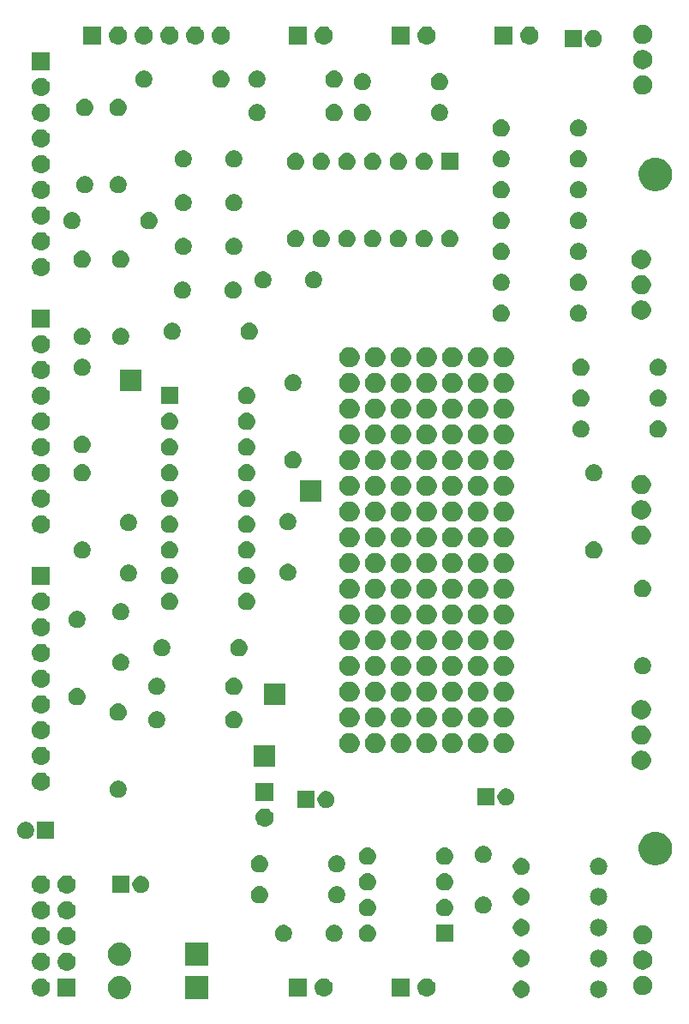
<source format=gbs>
G04 #@! TF.GenerationSoftware,KiCad,Pcbnew,(5.0.0-3-g5ebb6b6)*
G04 #@! TF.CreationDate,2019-04-25T19:55:12+02:00*
G04 #@! TF.ProjectId,pro3320,70726F333332302E6B696361645F7063,rev?*
G04 #@! TF.SameCoordinates,Original*
G04 #@! TF.FileFunction,Soldermask,Bot*
G04 #@! TF.FilePolarity,Negative*
%FSLAX46Y46*%
G04 Gerber Fmt 4.6, Leading zero omitted, Abs format (unit mm)*
G04 Created by KiCad (PCBNEW (5.0.0-3-g5ebb6b6)) date Thursday 25 April 2019 19:55:12*
%MOMM*%
%LPD*%
G01*
G04 APERTURE LIST*
%ADD10C,0.100000*%
G04 APERTURE END LIST*
D10*
G36*
X107958000Y-138311000D02*
X105656000Y-138311000D01*
X105656000Y-136009000D01*
X107958000Y-136009000D01*
X107958000Y-138311000D01*
X107958000Y-138311000D01*
G37*
G36*
X99311180Y-136015662D02*
X99412635Y-136025654D01*
X99629600Y-136091470D01*
X99629602Y-136091471D01*
X99629605Y-136091472D01*
X99829556Y-136198347D01*
X100004818Y-136342182D01*
X100148653Y-136517444D01*
X100255528Y-136717395D01*
X100255529Y-136717398D01*
X100255530Y-136717400D01*
X100321346Y-136934365D01*
X100343569Y-137160000D01*
X100321346Y-137385635D01*
X100255530Y-137602600D01*
X100255528Y-137602605D01*
X100148653Y-137802556D01*
X100004818Y-137977818D01*
X99829556Y-138121653D01*
X99629605Y-138228528D01*
X99629602Y-138228529D01*
X99629600Y-138228530D01*
X99412635Y-138294346D01*
X99311180Y-138304338D01*
X99243545Y-138311000D01*
X99130455Y-138311000D01*
X99062820Y-138304338D01*
X98961365Y-138294346D01*
X98744400Y-138228530D01*
X98744398Y-138228529D01*
X98744395Y-138228528D01*
X98544444Y-138121653D01*
X98369182Y-137977818D01*
X98225347Y-137802556D01*
X98118472Y-137602605D01*
X98118470Y-137602600D01*
X98052654Y-137385635D01*
X98030431Y-137160000D01*
X98052654Y-136934365D01*
X98118470Y-136717400D01*
X98118471Y-136717398D01*
X98118472Y-136717395D01*
X98225347Y-136517444D01*
X98369182Y-136342182D01*
X98544444Y-136198347D01*
X98744395Y-136091472D01*
X98744398Y-136091471D01*
X98744400Y-136091470D01*
X98961365Y-136025654D01*
X99062820Y-136015662D01*
X99130455Y-136009000D01*
X99243545Y-136009000D01*
X99311180Y-136015662D01*
X99311180Y-136015662D01*
G37*
G36*
X146692821Y-136501313D02*
X146692824Y-136501314D01*
X146692825Y-136501314D01*
X146853239Y-136549975D01*
X146853241Y-136549976D01*
X146853244Y-136549977D01*
X147001078Y-136628995D01*
X147130659Y-136735341D01*
X147237005Y-136864922D01*
X147316023Y-137012756D01*
X147316024Y-137012759D01*
X147316025Y-137012761D01*
X147360689Y-137160000D01*
X147364687Y-137173179D01*
X147381117Y-137340000D01*
X147364687Y-137506821D01*
X147364686Y-137506824D01*
X147364686Y-137506825D01*
X147317314Y-137662991D01*
X147316023Y-137667244D01*
X147237005Y-137815078D01*
X147130659Y-137944659D01*
X147001078Y-138051005D01*
X146853244Y-138130023D01*
X146853241Y-138130024D01*
X146853239Y-138130025D01*
X146692825Y-138178686D01*
X146692824Y-138178686D01*
X146692821Y-138178687D01*
X146567804Y-138191000D01*
X146484196Y-138191000D01*
X146359179Y-138178687D01*
X146359176Y-138178686D01*
X146359175Y-138178686D01*
X146198761Y-138130025D01*
X146198759Y-138130024D01*
X146198756Y-138130023D01*
X146050922Y-138051005D01*
X145921341Y-137944659D01*
X145814995Y-137815078D01*
X145735977Y-137667244D01*
X145734687Y-137662991D01*
X145687314Y-137506825D01*
X145687314Y-137506824D01*
X145687313Y-137506821D01*
X145670883Y-137340000D01*
X145687313Y-137173179D01*
X145691311Y-137160000D01*
X145735975Y-137012761D01*
X145735976Y-137012759D01*
X145735977Y-137012756D01*
X145814995Y-136864922D01*
X145921341Y-136735341D01*
X146050922Y-136628995D01*
X146198756Y-136549977D01*
X146198759Y-136549976D01*
X146198761Y-136549975D01*
X146359175Y-136501314D01*
X146359176Y-136501314D01*
X146359179Y-136501313D01*
X146484196Y-136489000D01*
X146567804Y-136489000D01*
X146692821Y-136501313D01*
X146692821Y-136501313D01*
G37*
G36*
X139154228Y-136521703D02*
X139309100Y-136585853D01*
X139448481Y-136678985D01*
X139567015Y-136797519D01*
X139660147Y-136936900D01*
X139724297Y-137091772D01*
X139757000Y-137256184D01*
X139757000Y-137423816D01*
X139724297Y-137588228D01*
X139660147Y-137743100D01*
X139567015Y-137882481D01*
X139448481Y-138001015D01*
X139309100Y-138094147D01*
X139154228Y-138158297D01*
X138989816Y-138191000D01*
X138822184Y-138191000D01*
X138657772Y-138158297D01*
X138502900Y-138094147D01*
X138363519Y-138001015D01*
X138244985Y-137882481D01*
X138151853Y-137743100D01*
X138087703Y-137588228D01*
X138055000Y-137423816D01*
X138055000Y-137256184D01*
X138087703Y-137091772D01*
X138151853Y-136936900D01*
X138244985Y-136797519D01*
X138363519Y-136678985D01*
X138502900Y-136585853D01*
X138657772Y-136521703D01*
X138822184Y-136489000D01*
X138989816Y-136489000D01*
X139154228Y-136521703D01*
X139154228Y-136521703D01*
G37*
G36*
X94881000Y-138061000D02*
X93079000Y-138061000D01*
X93079000Y-136259000D01*
X94881000Y-136259000D01*
X94881000Y-138061000D01*
X94881000Y-138061000D01*
G37*
G36*
X91550443Y-136265519D02*
X91616627Y-136272037D01*
X91729853Y-136306384D01*
X91786467Y-136323557D01*
X91829900Y-136346773D01*
X91942991Y-136407222D01*
X91978729Y-136436552D01*
X92080186Y-136519814D01*
X92163448Y-136621271D01*
X92192778Y-136657009D01*
X92192779Y-136657011D01*
X92276443Y-136813533D01*
X92276443Y-136813534D01*
X92327963Y-136983373D01*
X92345359Y-137160000D01*
X92327963Y-137336627D01*
X92293616Y-137449853D01*
X92276443Y-137506467D01*
X92248240Y-137559230D01*
X92192778Y-137662991D01*
X92169227Y-137691688D01*
X92080186Y-137800186D01*
X91998218Y-137867454D01*
X91942991Y-137912778D01*
X91942989Y-137912779D01*
X91786467Y-137996443D01*
X91729853Y-138013616D01*
X91616627Y-138047963D01*
X91550442Y-138054482D01*
X91484260Y-138061000D01*
X91395740Y-138061000D01*
X91329558Y-138054482D01*
X91263373Y-138047963D01*
X91150147Y-138013616D01*
X91093533Y-137996443D01*
X90937011Y-137912779D01*
X90937009Y-137912778D01*
X90881782Y-137867454D01*
X90799814Y-137800186D01*
X90710773Y-137691688D01*
X90687222Y-137662991D01*
X90631760Y-137559230D01*
X90603557Y-137506467D01*
X90586384Y-137449853D01*
X90552037Y-137336627D01*
X90534641Y-137160000D01*
X90552037Y-136983373D01*
X90603557Y-136813534D01*
X90603557Y-136813533D01*
X90687221Y-136657011D01*
X90687222Y-136657009D01*
X90716552Y-136621271D01*
X90799814Y-136519814D01*
X90901271Y-136436552D01*
X90937009Y-136407222D01*
X91050100Y-136346773D01*
X91093533Y-136323557D01*
X91150147Y-136306384D01*
X91263373Y-136272037D01*
X91329557Y-136265519D01*
X91395740Y-136259000D01*
X91484260Y-136259000D01*
X91550443Y-136265519D01*
X91550443Y-136265519D01*
G37*
G36*
X117741000Y-138061000D02*
X115939000Y-138061000D01*
X115939000Y-136259000D01*
X117741000Y-136259000D01*
X117741000Y-138061000D01*
X117741000Y-138061000D01*
G37*
G36*
X119490443Y-136265519D02*
X119556627Y-136272037D01*
X119669853Y-136306384D01*
X119726467Y-136323557D01*
X119769900Y-136346773D01*
X119882991Y-136407222D01*
X119918729Y-136436552D01*
X120020186Y-136519814D01*
X120103448Y-136621271D01*
X120132778Y-136657009D01*
X120132779Y-136657011D01*
X120216443Y-136813533D01*
X120216443Y-136813534D01*
X120267963Y-136983373D01*
X120285359Y-137160000D01*
X120267963Y-137336627D01*
X120233616Y-137449853D01*
X120216443Y-137506467D01*
X120188240Y-137559230D01*
X120132778Y-137662991D01*
X120109227Y-137691688D01*
X120020186Y-137800186D01*
X119938218Y-137867454D01*
X119882991Y-137912778D01*
X119882989Y-137912779D01*
X119726467Y-137996443D01*
X119669853Y-138013616D01*
X119556627Y-138047963D01*
X119490442Y-138054482D01*
X119424260Y-138061000D01*
X119335740Y-138061000D01*
X119269558Y-138054482D01*
X119203373Y-138047963D01*
X119090147Y-138013616D01*
X119033533Y-137996443D01*
X118877011Y-137912779D01*
X118877009Y-137912778D01*
X118821782Y-137867454D01*
X118739814Y-137800186D01*
X118650773Y-137691688D01*
X118627222Y-137662991D01*
X118571760Y-137559230D01*
X118543557Y-137506467D01*
X118526384Y-137449853D01*
X118492037Y-137336627D01*
X118474641Y-137160000D01*
X118492037Y-136983373D01*
X118543557Y-136813534D01*
X118543557Y-136813533D01*
X118627221Y-136657011D01*
X118627222Y-136657009D01*
X118656552Y-136621271D01*
X118739814Y-136519814D01*
X118841271Y-136436552D01*
X118877009Y-136407222D01*
X118990100Y-136346773D01*
X119033533Y-136323557D01*
X119090147Y-136306384D01*
X119203373Y-136272037D01*
X119269557Y-136265519D01*
X119335740Y-136259000D01*
X119424260Y-136259000D01*
X119490443Y-136265519D01*
X119490443Y-136265519D01*
G37*
G36*
X127901000Y-138061000D02*
X126099000Y-138061000D01*
X126099000Y-136259000D01*
X127901000Y-136259000D01*
X127901000Y-138061000D01*
X127901000Y-138061000D01*
G37*
G36*
X129650443Y-136265519D02*
X129716627Y-136272037D01*
X129829853Y-136306384D01*
X129886467Y-136323557D01*
X129929900Y-136346773D01*
X130042991Y-136407222D01*
X130078729Y-136436552D01*
X130180186Y-136519814D01*
X130263448Y-136621271D01*
X130292778Y-136657009D01*
X130292779Y-136657011D01*
X130376443Y-136813533D01*
X130376443Y-136813534D01*
X130427963Y-136983373D01*
X130445359Y-137160000D01*
X130427963Y-137336627D01*
X130393616Y-137449853D01*
X130376443Y-137506467D01*
X130348240Y-137559230D01*
X130292778Y-137662991D01*
X130269227Y-137691688D01*
X130180186Y-137800186D01*
X130098218Y-137867454D01*
X130042991Y-137912778D01*
X130042989Y-137912779D01*
X129886467Y-137996443D01*
X129829853Y-138013616D01*
X129716627Y-138047963D01*
X129650442Y-138054482D01*
X129584260Y-138061000D01*
X129495740Y-138061000D01*
X129429558Y-138054482D01*
X129363373Y-138047963D01*
X129250147Y-138013616D01*
X129193533Y-137996443D01*
X129037011Y-137912779D01*
X129037009Y-137912778D01*
X128981782Y-137867454D01*
X128899814Y-137800186D01*
X128810773Y-137691688D01*
X128787222Y-137662991D01*
X128731760Y-137559230D01*
X128703557Y-137506467D01*
X128686384Y-137449853D01*
X128652037Y-137336627D01*
X128634641Y-137160000D01*
X128652037Y-136983373D01*
X128703557Y-136813534D01*
X128703557Y-136813533D01*
X128787221Y-136657011D01*
X128787222Y-136657009D01*
X128816552Y-136621271D01*
X128899814Y-136519814D01*
X129001271Y-136436552D01*
X129037009Y-136407222D01*
X129150100Y-136346773D01*
X129193533Y-136323557D01*
X129250147Y-136306384D01*
X129363373Y-136272037D01*
X129429557Y-136265519D01*
X129495740Y-136259000D01*
X129584260Y-136259000D01*
X129650443Y-136265519D01*
X129650443Y-136265519D01*
G37*
G36*
X151153396Y-136038546D02*
X151326466Y-136110234D01*
X151482230Y-136214312D01*
X151614688Y-136346770D01*
X151718766Y-136502534D01*
X151790454Y-136675604D01*
X151827000Y-136859333D01*
X151827000Y-137046667D01*
X151790454Y-137230396D01*
X151718766Y-137403466D01*
X151614688Y-137559230D01*
X151482230Y-137691688D01*
X151326466Y-137795766D01*
X151153396Y-137867454D01*
X150969667Y-137904000D01*
X150782333Y-137904000D01*
X150598604Y-137867454D01*
X150425534Y-137795766D01*
X150269770Y-137691688D01*
X150137312Y-137559230D01*
X150033234Y-137403466D01*
X149961546Y-137230396D01*
X149925000Y-137046667D01*
X149925000Y-136859333D01*
X149961546Y-136675604D01*
X150033234Y-136502534D01*
X150137312Y-136346770D01*
X150269770Y-136214312D01*
X150425534Y-136110234D01*
X150598604Y-136038546D01*
X150782333Y-136002000D01*
X150969667Y-136002000D01*
X151153396Y-136038546D01*
X151153396Y-136038546D01*
G37*
G36*
X94090443Y-133725519D02*
X94156627Y-133732037D01*
X94269853Y-133766384D01*
X94326467Y-133783557D01*
X94444728Y-133846770D01*
X94482991Y-133867222D01*
X94518729Y-133896552D01*
X94620186Y-133979814D01*
X94672674Y-134043772D01*
X94732778Y-134117009D01*
X94732779Y-134117011D01*
X94816443Y-134273533D01*
X94824655Y-134300605D01*
X94867963Y-134443373D01*
X94885359Y-134620000D01*
X94867963Y-134796627D01*
X94833616Y-134909853D01*
X94816443Y-134966467D01*
X94766861Y-135059227D01*
X94732778Y-135122991D01*
X94726462Y-135130687D01*
X94620186Y-135260186D01*
X94518729Y-135343448D01*
X94482991Y-135372778D01*
X94482989Y-135372779D01*
X94326467Y-135456443D01*
X94269853Y-135473616D01*
X94156627Y-135507963D01*
X94090443Y-135514481D01*
X94024260Y-135521000D01*
X93935740Y-135521000D01*
X93869557Y-135514481D01*
X93803373Y-135507963D01*
X93690147Y-135473616D01*
X93633533Y-135456443D01*
X93477011Y-135372779D01*
X93477009Y-135372778D01*
X93441271Y-135343448D01*
X93339814Y-135260186D01*
X93233538Y-135130687D01*
X93227222Y-135122991D01*
X93193139Y-135059227D01*
X93143557Y-134966467D01*
X93126384Y-134909853D01*
X93092037Y-134796627D01*
X93074641Y-134620000D01*
X93092037Y-134443373D01*
X93135345Y-134300605D01*
X93143557Y-134273533D01*
X93227221Y-134117011D01*
X93227222Y-134117009D01*
X93287326Y-134043772D01*
X93339814Y-133979814D01*
X93441271Y-133896552D01*
X93477009Y-133867222D01*
X93515272Y-133846770D01*
X93633533Y-133783557D01*
X93690147Y-133766384D01*
X93803373Y-133732037D01*
X93869557Y-133725519D01*
X93935740Y-133719000D01*
X94024260Y-133719000D01*
X94090443Y-133725519D01*
X94090443Y-133725519D01*
G37*
G36*
X91550443Y-133725519D02*
X91616627Y-133732037D01*
X91729853Y-133766384D01*
X91786467Y-133783557D01*
X91904728Y-133846770D01*
X91942991Y-133867222D01*
X91978729Y-133896552D01*
X92080186Y-133979814D01*
X92132674Y-134043772D01*
X92192778Y-134117009D01*
X92192779Y-134117011D01*
X92276443Y-134273533D01*
X92284655Y-134300605D01*
X92327963Y-134443373D01*
X92345359Y-134620000D01*
X92327963Y-134796627D01*
X92293616Y-134909853D01*
X92276443Y-134966467D01*
X92226861Y-135059227D01*
X92192778Y-135122991D01*
X92186462Y-135130687D01*
X92080186Y-135260186D01*
X91978729Y-135343448D01*
X91942991Y-135372778D01*
X91942989Y-135372779D01*
X91786467Y-135456443D01*
X91729853Y-135473616D01*
X91616627Y-135507963D01*
X91550443Y-135514481D01*
X91484260Y-135521000D01*
X91395740Y-135521000D01*
X91329557Y-135514481D01*
X91263373Y-135507963D01*
X91150147Y-135473616D01*
X91093533Y-135456443D01*
X90937011Y-135372779D01*
X90937009Y-135372778D01*
X90901271Y-135343448D01*
X90799814Y-135260186D01*
X90693538Y-135130687D01*
X90687222Y-135122991D01*
X90653139Y-135059227D01*
X90603557Y-134966467D01*
X90586384Y-134909853D01*
X90552037Y-134796627D01*
X90534641Y-134620000D01*
X90552037Y-134443373D01*
X90595345Y-134300605D01*
X90603557Y-134273533D01*
X90687221Y-134117011D01*
X90687222Y-134117009D01*
X90747326Y-134043772D01*
X90799814Y-133979814D01*
X90901271Y-133896552D01*
X90937009Y-133867222D01*
X90975272Y-133846770D01*
X91093533Y-133783557D01*
X91150147Y-133766384D01*
X91263373Y-133732037D01*
X91329557Y-133725519D01*
X91395740Y-133719000D01*
X91484260Y-133719000D01*
X91550443Y-133725519D01*
X91550443Y-133725519D01*
G37*
G36*
X151153396Y-133538546D02*
X151326466Y-133610234D01*
X151482230Y-133714312D01*
X151614688Y-133846770D01*
X151718766Y-134002534D01*
X151790454Y-134175604D01*
X151827000Y-134359333D01*
X151827000Y-134546667D01*
X151790454Y-134730396D01*
X151718766Y-134903466D01*
X151614688Y-135059230D01*
X151482230Y-135191688D01*
X151326466Y-135295766D01*
X151153396Y-135367454D01*
X150969667Y-135404000D01*
X150782333Y-135404000D01*
X150598604Y-135367454D01*
X150425534Y-135295766D01*
X150269770Y-135191688D01*
X150137312Y-135059230D01*
X150033234Y-134903466D01*
X149961546Y-134730396D01*
X149925000Y-134546667D01*
X149925000Y-134359333D01*
X149961546Y-134175604D01*
X150033234Y-134002534D01*
X150137312Y-133846770D01*
X150269770Y-133714312D01*
X150425534Y-133610234D01*
X150598604Y-133538546D01*
X150782333Y-133502000D01*
X150969667Y-133502000D01*
X151153396Y-133538546D01*
X151153396Y-133538546D01*
G37*
G36*
X146692821Y-133453313D02*
X146692824Y-133453314D01*
X146692825Y-133453314D01*
X146853239Y-133501975D01*
X146853241Y-133501976D01*
X146853244Y-133501977D01*
X147001078Y-133580995D01*
X147130659Y-133687341D01*
X147237005Y-133816922D01*
X147316023Y-133964756D01*
X147316024Y-133964759D01*
X147316025Y-133964761D01*
X147352084Y-134083632D01*
X147364687Y-134125179D01*
X147381117Y-134292000D01*
X147364687Y-134458821D01*
X147364686Y-134458824D01*
X147364686Y-134458825D01*
X147339993Y-134540228D01*
X147316023Y-134619244D01*
X147237005Y-134767078D01*
X147130659Y-134896659D01*
X147001078Y-135003005D01*
X146853244Y-135082023D01*
X146853241Y-135082024D01*
X146853239Y-135082025D01*
X146692825Y-135130686D01*
X146692824Y-135130686D01*
X146692821Y-135130687D01*
X146567804Y-135143000D01*
X146484196Y-135143000D01*
X146359179Y-135130687D01*
X146359176Y-135130686D01*
X146359175Y-135130686D01*
X146198761Y-135082025D01*
X146198759Y-135082024D01*
X146198756Y-135082023D01*
X146050922Y-135003005D01*
X145921341Y-134896659D01*
X145814995Y-134767078D01*
X145735977Y-134619244D01*
X145712008Y-134540228D01*
X145687314Y-134458825D01*
X145687314Y-134458824D01*
X145687313Y-134458821D01*
X145670883Y-134292000D01*
X145687313Y-134125179D01*
X145699916Y-134083632D01*
X145735975Y-133964761D01*
X145735976Y-133964759D01*
X145735977Y-133964756D01*
X145814995Y-133816922D01*
X145921341Y-133687341D01*
X146050922Y-133580995D01*
X146198756Y-133501977D01*
X146198759Y-133501976D01*
X146198761Y-133501975D01*
X146359175Y-133453314D01*
X146359176Y-133453314D01*
X146359179Y-133453313D01*
X146484196Y-133441000D01*
X146567804Y-133441000D01*
X146692821Y-133453313D01*
X146692821Y-133453313D01*
G37*
G36*
X139154228Y-133473703D02*
X139309100Y-133537853D01*
X139448481Y-133630985D01*
X139567015Y-133749519D01*
X139660147Y-133888900D01*
X139724297Y-134043772D01*
X139757000Y-134208184D01*
X139757000Y-134375816D01*
X139724297Y-134540228D01*
X139660147Y-134695100D01*
X139567015Y-134834481D01*
X139448481Y-134953015D01*
X139309100Y-135046147D01*
X139154228Y-135110297D01*
X138989816Y-135143000D01*
X138822184Y-135143000D01*
X138657772Y-135110297D01*
X138502900Y-135046147D01*
X138363519Y-134953015D01*
X138244985Y-134834481D01*
X138151853Y-134695100D01*
X138087703Y-134540228D01*
X138055000Y-134375816D01*
X138055000Y-134208184D01*
X138087703Y-134043772D01*
X138151853Y-133888900D01*
X138244985Y-133749519D01*
X138363519Y-133630985D01*
X138502900Y-133537853D01*
X138657772Y-133473703D01*
X138822184Y-133441000D01*
X138989816Y-133441000D01*
X139154228Y-133473703D01*
X139154228Y-133473703D01*
G37*
G36*
X99311180Y-132713662D02*
X99412635Y-132723654D01*
X99629600Y-132789470D01*
X99629602Y-132789471D01*
X99629605Y-132789472D01*
X99829556Y-132896347D01*
X100004818Y-133040182D01*
X100148653Y-133215444D01*
X100255528Y-133415395D01*
X100255529Y-133415398D01*
X100255530Y-133415400D01*
X100321346Y-133632365D01*
X100343569Y-133858000D01*
X100321346Y-134083635D01*
X100255530Y-134300600D01*
X100255528Y-134300605D01*
X100148653Y-134500556D01*
X100004818Y-134675818D01*
X99829556Y-134819653D01*
X99629605Y-134926528D01*
X99629602Y-134926529D01*
X99629600Y-134926530D01*
X99412635Y-134992346D01*
X99311180Y-135002338D01*
X99243545Y-135009000D01*
X99130455Y-135009000D01*
X99062820Y-135002338D01*
X98961365Y-134992346D01*
X98744400Y-134926530D01*
X98744398Y-134926529D01*
X98744395Y-134926528D01*
X98544444Y-134819653D01*
X98369182Y-134675818D01*
X98225347Y-134500556D01*
X98118472Y-134300605D01*
X98118470Y-134300600D01*
X98052654Y-134083635D01*
X98030431Y-133858000D01*
X98052654Y-133632365D01*
X98118470Y-133415400D01*
X98118471Y-133415398D01*
X98118472Y-133415395D01*
X98225347Y-133215444D01*
X98369182Y-133040182D01*
X98544444Y-132896347D01*
X98744395Y-132789472D01*
X98744398Y-132789471D01*
X98744400Y-132789470D01*
X98961365Y-132723654D01*
X99062820Y-132713662D01*
X99130455Y-132707000D01*
X99243545Y-132707000D01*
X99311180Y-132713662D01*
X99311180Y-132713662D01*
G37*
G36*
X107958000Y-135009000D02*
X105656000Y-135009000D01*
X105656000Y-132707000D01*
X107958000Y-132707000D01*
X107958000Y-135009000D01*
X107958000Y-135009000D01*
G37*
G36*
X91550442Y-131185518D02*
X91616627Y-131192037D01*
X91729853Y-131226384D01*
X91786467Y-131243557D01*
X91925087Y-131317652D01*
X91942991Y-131327222D01*
X91966810Y-131346770D01*
X92080186Y-131439814D01*
X92131657Y-131502533D01*
X92192778Y-131577009D01*
X92192779Y-131577011D01*
X92276443Y-131733533D01*
X92276443Y-131733534D01*
X92327963Y-131903373D01*
X92345359Y-132080000D01*
X92327963Y-132256627D01*
X92314479Y-132301078D01*
X92276443Y-132426467D01*
X92274202Y-132430659D01*
X92192778Y-132582991D01*
X92163448Y-132618729D01*
X92080186Y-132720186D01*
X91988091Y-132795765D01*
X91942991Y-132832778D01*
X91942989Y-132832779D01*
X91786467Y-132916443D01*
X91729853Y-132933616D01*
X91616627Y-132967963D01*
X91550443Y-132974481D01*
X91484260Y-132981000D01*
X91395740Y-132981000D01*
X91329557Y-132974481D01*
X91263373Y-132967963D01*
X91150147Y-132933616D01*
X91093533Y-132916443D01*
X90937011Y-132832779D01*
X90937009Y-132832778D01*
X90891909Y-132795765D01*
X90799814Y-132720186D01*
X90716552Y-132618729D01*
X90687222Y-132582991D01*
X90605798Y-132430659D01*
X90603557Y-132426467D01*
X90565521Y-132301078D01*
X90552037Y-132256627D01*
X90534641Y-132080000D01*
X90552037Y-131903373D01*
X90603557Y-131733534D01*
X90603557Y-131733533D01*
X90687221Y-131577011D01*
X90687222Y-131577009D01*
X90748343Y-131502533D01*
X90799814Y-131439814D01*
X90913190Y-131346770D01*
X90937009Y-131327222D01*
X90954913Y-131317652D01*
X91093533Y-131243557D01*
X91150147Y-131226384D01*
X91263373Y-131192037D01*
X91329558Y-131185518D01*
X91395740Y-131179000D01*
X91484260Y-131179000D01*
X91550442Y-131185518D01*
X91550442Y-131185518D01*
G37*
G36*
X94090442Y-131185518D02*
X94156627Y-131192037D01*
X94269853Y-131226384D01*
X94326467Y-131243557D01*
X94465087Y-131317652D01*
X94482991Y-131327222D01*
X94506810Y-131346770D01*
X94620186Y-131439814D01*
X94671657Y-131502533D01*
X94732778Y-131577009D01*
X94732779Y-131577011D01*
X94816443Y-131733533D01*
X94816443Y-131733534D01*
X94867963Y-131903373D01*
X94885359Y-132080000D01*
X94867963Y-132256627D01*
X94854479Y-132301078D01*
X94816443Y-132426467D01*
X94814202Y-132430659D01*
X94732778Y-132582991D01*
X94703448Y-132618729D01*
X94620186Y-132720186D01*
X94528091Y-132795765D01*
X94482991Y-132832778D01*
X94482989Y-132832779D01*
X94326467Y-132916443D01*
X94269853Y-132933616D01*
X94156627Y-132967963D01*
X94090443Y-132974481D01*
X94024260Y-132981000D01*
X93935740Y-132981000D01*
X93869557Y-132974481D01*
X93803373Y-132967963D01*
X93690147Y-132933616D01*
X93633533Y-132916443D01*
X93477011Y-132832779D01*
X93477009Y-132832778D01*
X93431909Y-132795765D01*
X93339814Y-132720186D01*
X93256552Y-132618729D01*
X93227222Y-132582991D01*
X93145798Y-132430659D01*
X93143557Y-132426467D01*
X93105521Y-132301078D01*
X93092037Y-132256627D01*
X93074641Y-132080000D01*
X93092037Y-131903373D01*
X93143557Y-131733534D01*
X93143557Y-131733533D01*
X93227221Y-131577011D01*
X93227222Y-131577009D01*
X93288343Y-131502533D01*
X93339814Y-131439814D01*
X93453190Y-131346770D01*
X93477009Y-131327222D01*
X93494913Y-131317652D01*
X93633533Y-131243557D01*
X93690147Y-131226384D01*
X93803373Y-131192037D01*
X93869558Y-131185518D01*
X93935740Y-131179000D01*
X94024260Y-131179000D01*
X94090442Y-131185518D01*
X94090442Y-131185518D01*
G37*
G36*
X151153396Y-131038546D02*
X151326466Y-131110234D01*
X151482230Y-131214312D01*
X151614688Y-131346770D01*
X151718766Y-131502534D01*
X151790454Y-131675604D01*
X151827000Y-131859333D01*
X151827000Y-132046667D01*
X151790454Y-132230396D01*
X151718766Y-132403466D01*
X151614688Y-132559230D01*
X151482230Y-132691688D01*
X151326466Y-132795766D01*
X151153396Y-132867454D01*
X150969667Y-132904000D01*
X150782333Y-132904000D01*
X150598604Y-132867454D01*
X150425534Y-132795766D01*
X150269770Y-132691688D01*
X150137312Y-132559230D01*
X150033234Y-132403466D01*
X149961546Y-132230396D01*
X149925000Y-132046667D01*
X149925000Y-131859333D01*
X149961546Y-131675604D01*
X150033234Y-131502534D01*
X150137312Y-131346770D01*
X150269770Y-131214312D01*
X150425534Y-131110234D01*
X150598604Y-131038546D01*
X150782333Y-131002000D01*
X150969667Y-131002000D01*
X151153396Y-131038546D01*
X151153396Y-131038546D01*
G37*
G36*
X120644228Y-131007703D02*
X120799100Y-131071853D01*
X120938481Y-131164985D01*
X121057015Y-131283519D01*
X121150147Y-131422900D01*
X121214297Y-131577772D01*
X121247000Y-131742184D01*
X121247000Y-131909816D01*
X121214297Y-132074228D01*
X121150147Y-132229100D01*
X121057015Y-132368481D01*
X120938481Y-132487015D01*
X120799100Y-132580147D01*
X120644228Y-132644297D01*
X120479816Y-132677000D01*
X120312184Y-132677000D01*
X120147772Y-132644297D01*
X119992900Y-132580147D01*
X119853519Y-132487015D01*
X119734985Y-132368481D01*
X119641853Y-132229100D01*
X119577703Y-132074228D01*
X119545000Y-131909816D01*
X119545000Y-131742184D01*
X119577703Y-131577772D01*
X119641853Y-131422900D01*
X119734985Y-131283519D01*
X119853519Y-131164985D01*
X119992900Y-131071853D01*
X120147772Y-131007703D01*
X120312184Y-130975000D01*
X120479816Y-130975000D01*
X120644228Y-131007703D01*
X120644228Y-131007703D01*
G37*
G36*
X115644228Y-131007703D02*
X115799100Y-131071853D01*
X115938481Y-131164985D01*
X116057015Y-131283519D01*
X116150147Y-131422900D01*
X116214297Y-131577772D01*
X116247000Y-131742184D01*
X116247000Y-131909816D01*
X116214297Y-132074228D01*
X116150147Y-132229100D01*
X116057015Y-132368481D01*
X115938481Y-132487015D01*
X115799100Y-132580147D01*
X115644228Y-132644297D01*
X115479816Y-132677000D01*
X115312184Y-132677000D01*
X115147772Y-132644297D01*
X114992900Y-132580147D01*
X114853519Y-132487015D01*
X114734985Y-132368481D01*
X114641853Y-132229100D01*
X114577703Y-132074228D01*
X114545000Y-131909816D01*
X114545000Y-131742184D01*
X114577703Y-131577772D01*
X114641853Y-131422900D01*
X114734985Y-131283519D01*
X114853519Y-131164985D01*
X114992900Y-131071853D01*
X115147772Y-131007703D01*
X115312184Y-130975000D01*
X115479816Y-130975000D01*
X115644228Y-131007703D01*
X115644228Y-131007703D01*
G37*
G36*
X123864821Y-130987313D02*
X123864824Y-130987314D01*
X123864825Y-130987314D01*
X124025239Y-131035975D01*
X124025241Y-131035976D01*
X124025244Y-131035977D01*
X124173078Y-131114995D01*
X124302659Y-131221341D01*
X124409005Y-131350922D01*
X124488023Y-131498756D01*
X124488024Y-131498759D01*
X124488025Y-131498761D01*
X124533023Y-131647100D01*
X124536687Y-131659179D01*
X124553117Y-131826000D01*
X124536687Y-131992821D01*
X124536686Y-131992824D01*
X124536686Y-131992825D01*
X124505692Y-132095000D01*
X124488023Y-132153244D01*
X124409005Y-132301078D01*
X124302659Y-132430659D01*
X124173078Y-132537005D01*
X124025244Y-132616023D01*
X124025241Y-132616024D01*
X124025239Y-132616025D01*
X123864825Y-132664686D01*
X123864824Y-132664686D01*
X123864821Y-132664687D01*
X123739804Y-132677000D01*
X123656196Y-132677000D01*
X123531179Y-132664687D01*
X123531176Y-132664686D01*
X123531175Y-132664686D01*
X123370761Y-132616025D01*
X123370759Y-132616024D01*
X123370756Y-132616023D01*
X123222922Y-132537005D01*
X123093341Y-132430659D01*
X122986995Y-132301078D01*
X122907977Y-132153244D01*
X122890309Y-132095000D01*
X122859314Y-131992825D01*
X122859314Y-131992824D01*
X122859313Y-131992821D01*
X122842883Y-131826000D01*
X122859313Y-131659179D01*
X122862977Y-131647100D01*
X122907975Y-131498761D01*
X122907976Y-131498759D01*
X122907977Y-131498756D01*
X122986995Y-131350922D01*
X123093341Y-131221341D01*
X123222922Y-131114995D01*
X123370756Y-131035977D01*
X123370759Y-131035976D01*
X123370761Y-131035975D01*
X123531175Y-130987314D01*
X123531176Y-130987314D01*
X123531179Y-130987313D01*
X123656196Y-130975000D01*
X123739804Y-130975000D01*
X123864821Y-130987313D01*
X123864821Y-130987313D01*
G37*
G36*
X132169000Y-132677000D02*
X130467000Y-132677000D01*
X130467000Y-130975000D01*
X132169000Y-130975000D01*
X132169000Y-132677000D01*
X132169000Y-132677000D01*
G37*
G36*
X139154228Y-130425703D02*
X139309100Y-130489853D01*
X139448481Y-130582985D01*
X139567015Y-130701519D01*
X139660147Y-130840900D01*
X139724297Y-130995772D01*
X139757000Y-131160184D01*
X139757000Y-131327816D01*
X139724297Y-131492228D01*
X139660147Y-131647100D01*
X139567015Y-131786481D01*
X139448481Y-131905015D01*
X139309100Y-131998147D01*
X139154228Y-132062297D01*
X138989816Y-132095000D01*
X138822184Y-132095000D01*
X138657772Y-132062297D01*
X138502900Y-131998147D01*
X138363519Y-131905015D01*
X138244985Y-131786481D01*
X138151853Y-131647100D01*
X138087703Y-131492228D01*
X138055000Y-131327816D01*
X138055000Y-131160184D01*
X138087703Y-130995772D01*
X138151853Y-130840900D01*
X138244985Y-130701519D01*
X138363519Y-130582985D01*
X138502900Y-130489853D01*
X138657772Y-130425703D01*
X138822184Y-130393000D01*
X138989816Y-130393000D01*
X139154228Y-130425703D01*
X139154228Y-130425703D01*
G37*
G36*
X146692821Y-130405313D02*
X146692824Y-130405314D01*
X146692825Y-130405314D01*
X146853239Y-130453975D01*
X146853241Y-130453976D01*
X146853244Y-130453977D01*
X147001078Y-130532995D01*
X147130659Y-130639341D01*
X147237005Y-130768922D01*
X147316023Y-130916756D01*
X147316024Y-130916759D01*
X147316025Y-130916761D01*
X147363072Y-131071854D01*
X147364687Y-131077179D01*
X147381117Y-131244000D01*
X147364687Y-131410821D01*
X147364686Y-131410824D01*
X147364686Y-131410825D01*
X147336867Y-131502533D01*
X147316023Y-131571244D01*
X147237005Y-131719078D01*
X147130659Y-131848659D01*
X147001078Y-131955005D01*
X146853244Y-132034023D01*
X146853241Y-132034024D01*
X146853239Y-132034025D01*
X146692825Y-132082686D01*
X146692824Y-132082686D01*
X146692821Y-132082687D01*
X146567804Y-132095000D01*
X146484196Y-132095000D01*
X146359179Y-132082687D01*
X146359176Y-132082686D01*
X146359175Y-132082686D01*
X146198761Y-132034025D01*
X146198759Y-132034024D01*
X146198756Y-132034023D01*
X146050922Y-131955005D01*
X145921341Y-131848659D01*
X145814995Y-131719078D01*
X145735977Y-131571244D01*
X145715134Y-131502533D01*
X145687314Y-131410825D01*
X145687314Y-131410824D01*
X145687313Y-131410821D01*
X145670883Y-131244000D01*
X145687313Y-131077179D01*
X145688928Y-131071854D01*
X145735975Y-130916761D01*
X145735976Y-130916759D01*
X145735977Y-130916756D01*
X145814995Y-130768922D01*
X145921341Y-130639341D01*
X146050922Y-130532995D01*
X146198756Y-130453977D01*
X146198759Y-130453976D01*
X146198761Y-130453975D01*
X146359175Y-130405314D01*
X146359176Y-130405314D01*
X146359179Y-130405313D01*
X146484196Y-130393000D01*
X146567804Y-130393000D01*
X146692821Y-130405313D01*
X146692821Y-130405313D01*
G37*
G36*
X94090443Y-128645519D02*
X94156627Y-128652037D01*
X94269853Y-128686384D01*
X94326467Y-128703557D01*
X94370334Y-128727005D01*
X94482991Y-128787222D01*
X94505900Y-128806023D01*
X94620186Y-128899814D01*
X94690935Y-128986023D01*
X94732778Y-129037009D01*
X94732779Y-129037011D01*
X94816443Y-129193533D01*
X94816443Y-129193534D01*
X94867963Y-129363373D01*
X94885359Y-129540000D01*
X94867963Y-129716627D01*
X94846874Y-129786147D01*
X94816443Y-129886467D01*
X94814202Y-129890659D01*
X94732778Y-130042991D01*
X94703448Y-130078729D01*
X94620186Y-130180186D01*
X94518729Y-130263448D01*
X94482991Y-130292778D01*
X94482989Y-130292779D01*
X94326467Y-130376443D01*
X94271885Y-130393000D01*
X94156627Y-130427963D01*
X94090443Y-130434481D01*
X94024260Y-130441000D01*
X93935740Y-130441000D01*
X93869557Y-130434481D01*
X93803373Y-130427963D01*
X93688115Y-130393000D01*
X93633533Y-130376443D01*
X93477011Y-130292779D01*
X93477009Y-130292778D01*
X93441271Y-130263448D01*
X93339814Y-130180186D01*
X93256552Y-130078729D01*
X93227222Y-130042991D01*
X93145798Y-129890659D01*
X93143557Y-129886467D01*
X93113126Y-129786147D01*
X93092037Y-129716627D01*
X93074641Y-129540000D01*
X93092037Y-129363373D01*
X93143557Y-129193534D01*
X93143557Y-129193533D01*
X93227221Y-129037011D01*
X93227222Y-129037009D01*
X93269065Y-128986023D01*
X93339814Y-128899814D01*
X93454100Y-128806023D01*
X93477009Y-128787222D01*
X93589666Y-128727005D01*
X93633533Y-128703557D01*
X93690147Y-128686384D01*
X93803373Y-128652037D01*
X93869557Y-128645519D01*
X93935740Y-128639000D01*
X94024260Y-128639000D01*
X94090443Y-128645519D01*
X94090443Y-128645519D01*
G37*
G36*
X91550443Y-128645519D02*
X91616627Y-128652037D01*
X91729853Y-128686384D01*
X91786467Y-128703557D01*
X91830334Y-128727005D01*
X91942991Y-128787222D01*
X91965900Y-128806023D01*
X92080186Y-128899814D01*
X92150935Y-128986023D01*
X92192778Y-129037009D01*
X92192779Y-129037011D01*
X92276443Y-129193533D01*
X92276443Y-129193534D01*
X92327963Y-129363373D01*
X92345359Y-129540000D01*
X92327963Y-129716627D01*
X92306874Y-129786147D01*
X92276443Y-129886467D01*
X92274202Y-129890659D01*
X92192778Y-130042991D01*
X92163448Y-130078729D01*
X92080186Y-130180186D01*
X91978729Y-130263448D01*
X91942991Y-130292778D01*
X91942989Y-130292779D01*
X91786467Y-130376443D01*
X91731885Y-130393000D01*
X91616627Y-130427963D01*
X91550443Y-130434481D01*
X91484260Y-130441000D01*
X91395740Y-130441000D01*
X91329557Y-130434481D01*
X91263373Y-130427963D01*
X91148115Y-130393000D01*
X91093533Y-130376443D01*
X90937011Y-130292779D01*
X90937009Y-130292778D01*
X90901271Y-130263448D01*
X90799814Y-130180186D01*
X90716552Y-130078729D01*
X90687222Y-130042991D01*
X90605798Y-129890659D01*
X90603557Y-129886467D01*
X90573126Y-129786147D01*
X90552037Y-129716627D01*
X90534641Y-129540000D01*
X90552037Y-129363373D01*
X90603557Y-129193534D01*
X90603557Y-129193533D01*
X90687221Y-129037011D01*
X90687222Y-129037009D01*
X90729065Y-128986023D01*
X90799814Y-128899814D01*
X90914100Y-128806023D01*
X90937009Y-128787222D01*
X91049666Y-128727005D01*
X91093533Y-128703557D01*
X91150147Y-128686384D01*
X91263373Y-128652037D01*
X91329557Y-128645519D01*
X91395740Y-128639000D01*
X91484260Y-128639000D01*
X91550443Y-128645519D01*
X91550443Y-128645519D01*
G37*
G36*
X123864821Y-128447313D02*
X123864824Y-128447314D01*
X123864825Y-128447314D01*
X124025239Y-128495975D01*
X124025241Y-128495976D01*
X124025244Y-128495977D01*
X124173078Y-128574995D01*
X124302659Y-128681341D01*
X124409005Y-128810922D01*
X124488023Y-128958756D01*
X124488024Y-128958759D01*
X124488025Y-128958761D01*
X124514792Y-129047000D01*
X124536687Y-129119179D01*
X124553117Y-129286000D01*
X124536687Y-129452821D01*
X124536686Y-129452824D01*
X124536686Y-129452825D01*
X124510242Y-129540000D01*
X124488023Y-129613244D01*
X124409005Y-129761078D01*
X124302659Y-129890659D01*
X124173078Y-129997005D01*
X124025244Y-130076023D01*
X124025241Y-130076024D01*
X124025239Y-130076025D01*
X123864825Y-130124686D01*
X123864824Y-130124686D01*
X123864821Y-130124687D01*
X123739804Y-130137000D01*
X123656196Y-130137000D01*
X123531179Y-130124687D01*
X123531176Y-130124686D01*
X123531175Y-130124686D01*
X123370761Y-130076025D01*
X123370759Y-130076024D01*
X123370756Y-130076023D01*
X123222922Y-129997005D01*
X123093341Y-129890659D01*
X122986995Y-129761078D01*
X122907977Y-129613244D01*
X122885759Y-129540000D01*
X122859314Y-129452825D01*
X122859314Y-129452824D01*
X122859313Y-129452821D01*
X122842883Y-129286000D01*
X122859313Y-129119179D01*
X122881208Y-129047000D01*
X122907975Y-128958761D01*
X122907976Y-128958759D01*
X122907977Y-128958756D01*
X122986995Y-128810922D01*
X123093341Y-128681341D01*
X123222922Y-128574995D01*
X123370756Y-128495977D01*
X123370759Y-128495976D01*
X123370761Y-128495975D01*
X123531175Y-128447314D01*
X123531176Y-128447314D01*
X123531179Y-128447313D01*
X123656196Y-128435000D01*
X123739804Y-128435000D01*
X123864821Y-128447313D01*
X123864821Y-128447313D01*
G37*
G36*
X131484821Y-128447313D02*
X131484824Y-128447314D01*
X131484825Y-128447314D01*
X131645239Y-128495975D01*
X131645241Y-128495976D01*
X131645244Y-128495977D01*
X131793078Y-128574995D01*
X131922659Y-128681341D01*
X132029005Y-128810922D01*
X132108023Y-128958756D01*
X132108024Y-128958759D01*
X132108025Y-128958761D01*
X132134792Y-129047000D01*
X132156687Y-129119179D01*
X132173117Y-129286000D01*
X132156687Y-129452821D01*
X132156686Y-129452824D01*
X132156686Y-129452825D01*
X132130242Y-129540000D01*
X132108023Y-129613244D01*
X132029005Y-129761078D01*
X131922659Y-129890659D01*
X131793078Y-129997005D01*
X131645244Y-130076023D01*
X131645241Y-130076024D01*
X131645239Y-130076025D01*
X131484825Y-130124686D01*
X131484824Y-130124686D01*
X131484821Y-130124687D01*
X131359804Y-130137000D01*
X131276196Y-130137000D01*
X131151179Y-130124687D01*
X131151176Y-130124686D01*
X131151175Y-130124686D01*
X130990761Y-130076025D01*
X130990759Y-130076024D01*
X130990756Y-130076023D01*
X130842922Y-129997005D01*
X130713341Y-129890659D01*
X130606995Y-129761078D01*
X130527977Y-129613244D01*
X130505759Y-129540000D01*
X130479314Y-129452825D01*
X130479314Y-129452824D01*
X130479313Y-129452821D01*
X130462883Y-129286000D01*
X130479313Y-129119179D01*
X130501208Y-129047000D01*
X130527975Y-128958761D01*
X130527976Y-128958759D01*
X130527977Y-128958756D01*
X130606995Y-128810922D01*
X130713341Y-128681341D01*
X130842922Y-128574995D01*
X130990756Y-128495977D01*
X130990759Y-128495976D01*
X130990761Y-128495975D01*
X131151175Y-128447314D01*
X131151176Y-128447314D01*
X131151179Y-128447313D01*
X131276196Y-128435000D01*
X131359804Y-128435000D01*
X131484821Y-128447313D01*
X131484821Y-128447313D01*
G37*
G36*
X135376228Y-128213703D02*
X135531100Y-128277853D01*
X135670481Y-128370985D01*
X135789015Y-128489519D01*
X135882147Y-128628900D01*
X135946297Y-128783772D01*
X135979000Y-128948184D01*
X135979000Y-129115816D01*
X135946297Y-129280228D01*
X135882147Y-129435100D01*
X135789015Y-129574481D01*
X135670481Y-129693015D01*
X135531100Y-129786147D01*
X135376228Y-129850297D01*
X135211816Y-129883000D01*
X135044184Y-129883000D01*
X134879772Y-129850297D01*
X134724900Y-129786147D01*
X134585519Y-129693015D01*
X134466985Y-129574481D01*
X134373853Y-129435100D01*
X134309703Y-129280228D01*
X134277000Y-129115816D01*
X134277000Y-128948184D01*
X134309703Y-128783772D01*
X134373853Y-128628900D01*
X134466985Y-128489519D01*
X134585519Y-128370985D01*
X134724900Y-128277853D01*
X134879772Y-128213703D01*
X135044184Y-128181000D01*
X135211816Y-128181000D01*
X135376228Y-128213703D01*
X135376228Y-128213703D01*
G37*
G36*
X139154228Y-127377703D02*
X139309100Y-127441853D01*
X139448481Y-127534985D01*
X139567015Y-127653519D01*
X139660147Y-127792900D01*
X139724297Y-127947772D01*
X139757000Y-128112184D01*
X139757000Y-128279816D01*
X139724297Y-128444228D01*
X139660147Y-128599100D01*
X139567015Y-128738481D01*
X139448481Y-128857015D01*
X139309100Y-128950147D01*
X139154228Y-129014297D01*
X138989816Y-129047000D01*
X138822184Y-129047000D01*
X138657772Y-129014297D01*
X138502900Y-128950147D01*
X138363519Y-128857015D01*
X138244985Y-128738481D01*
X138151853Y-128599100D01*
X138087703Y-128444228D01*
X138055000Y-128279816D01*
X138055000Y-128112184D01*
X138087703Y-127947772D01*
X138151853Y-127792900D01*
X138244985Y-127653519D01*
X138363519Y-127534985D01*
X138502900Y-127441853D01*
X138657772Y-127377703D01*
X138822184Y-127345000D01*
X138989816Y-127345000D01*
X139154228Y-127377703D01*
X139154228Y-127377703D01*
G37*
G36*
X146692821Y-127357313D02*
X146692824Y-127357314D01*
X146692825Y-127357314D01*
X146853239Y-127405975D01*
X146853241Y-127405976D01*
X146853244Y-127405977D01*
X147001078Y-127484995D01*
X147130659Y-127591341D01*
X147237005Y-127720922D01*
X147316023Y-127868756D01*
X147316024Y-127868759D01*
X147316025Y-127868761D01*
X147360689Y-128016000D01*
X147364687Y-128029179D01*
X147381117Y-128196000D01*
X147364687Y-128362821D01*
X147364686Y-128362824D01*
X147364686Y-128362825D01*
X147324295Y-128495977D01*
X147316023Y-128523244D01*
X147237005Y-128671078D01*
X147130659Y-128800659D01*
X147001078Y-128907005D01*
X146853244Y-128986023D01*
X146853241Y-128986024D01*
X146853239Y-128986025D01*
X146692825Y-129034686D01*
X146692824Y-129034686D01*
X146692821Y-129034687D01*
X146567804Y-129047000D01*
X146484196Y-129047000D01*
X146359179Y-129034687D01*
X146359176Y-129034686D01*
X146359175Y-129034686D01*
X146198761Y-128986025D01*
X146198759Y-128986024D01*
X146198756Y-128986023D01*
X146050922Y-128907005D01*
X145921341Y-128800659D01*
X145814995Y-128671078D01*
X145735977Y-128523244D01*
X145727706Y-128495977D01*
X145687314Y-128362825D01*
X145687314Y-128362824D01*
X145687313Y-128362821D01*
X145670883Y-128196000D01*
X145687313Y-128029179D01*
X145691311Y-128016000D01*
X145735975Y-127868761D01*
X145735976Y-127868759D01*
X145735977Y-127868756D01*
X145814995Y-127720922D01*
X145921341Y-127591341D01*
X146050922Y-127484995D01*
X146198756Y-127405977D01*
X146198759Y-127405976D01*
X146198761Y-127405975D01*
X146359175Y-127357314D01*
X146359176Y-127357314D01*
X146359179Y-127357313D01*
X146484196Y-127345000D01*
X146567804Y-127345000D01*
X146692821Y-127357313D01*
X146692821Y-127357313D01*
G37*
G36*
X120898228Y-127197703D02*
X121053100Y-127261853D01*
X121192481Y-127354985D01*
X121311015Y-127473519D01*
X121404147Y-127612900D01*
X121468297Y-127767772D01*
X121501000Y-127932184D01*
X121501000Y-128099816D01*
X121468297Y-128264228D01*
X121404147Y-128419100D01*
X121311015Y-128558481D01*
X121192481Y-128677015D01*
X121053100Y-128770147D01*
X120898228Y-128834297D01*
X120733816Y-128867000D01*
X120566184Y-128867000D01*
X120401772Y-128834297D01*
X120246900Y-128770147D01*
X120107519Y-128677015D01*
X119988985Y-128558481D01*
X119895853Y-128419100D01*
X119831703Y-128264228D01*
X119799000Y-128099816D01*
X119799000Y-127932184D01*
X119831703Y-127767772D01*
X119895853Y-127612900D01*
X119988985Y-127473519D01*
X120107519Y-127354985D01*
X120246900Y-127261853D01*
X120401772Y-127197703D01*
X120566184Y-127165000D01*
X120733816Y-127165000D01*
X120898228Y-127197703D01*
X120898228Y-127197703D01*
G37*
G36*
X113196821Y-127177313D02*
X113196824Y-127177314D01*
X113196825Y-127177314D01*
X113357239Y-127225975D01*
X113357241Y-127225976D01*
X113357244Y-127225977D01*
X113505078Y-127304995D01*
X113634659Y-127411341D01*
X113741005Y-127540922D01*
X113820023Y-127688756D01*
X113820024Y-127688759D01*
X113820025Y-127688761D01*
X113851615Y-127792900D01*
X113868687Y-127849179D01*
X113885117Y-128016000D01*
X113868687Y-128182821D01*
X113868686Y-128182824D01*
X113868686Y-128182825D01*
X113839860Y-128277853D01*
X113820023Y-128343244D01*
X113741005Y-128491078D01*
X113634659Y-128620659D01*
X113505078Y-128727005D01*
X113357244Y-128806023D01*
X113357241Y-128806024D01*
X113357239Y-128806025D01*
X113196825Y-128854686D01*
X113196824Y-128854686D01*
X113196821Y-128854687D01*
X113071804Y-128867000D01*
X112988196Y-128867000D01*
X112863179Y-128854687D01*
X112863176Y-128854686D01*
X112863175Y-128854686D01*
X112702761Y-128806025D01*
X112702759Y-128806024D01*
X112702756Y-128806023D01*
X112554922Y-128727005D01*
X112425341Y-128620659D01*
X112318995Y-128491078D01*
X112239977Y-128343244D01*
X112220141Y-128277853D01*
X112191314Y-128182825D01*
X112191314Y-128182824D01*
X112191313Y-128182821D01*
X112174883Y-128016000D01*
X112191313Y-127849179D01*
X112208385Y-127792900D01*
X112239975Y-127688761D01*
X112239976Y-127688759D01*
X112239977Y-127688756D01*
X112318995Y-127540922D01*
X112425341Y-127411341D01*
X112554922Y-127304995D01*
X112702756Y-127225977D01*
X112702759Y-127225976D01*
X112702761Y-127225975D01*
X112863175Y-127177314D01*
X112863176Y-127177314D01*
X112863179Y-127177313D01*
X112988196Y-127165000D01*
X113071804Y-127165000D01*
X113196821Y-127177313D01*
X113196821Y-127177313D01*
G37*
G36*
X91550443Y-126105519D02*
X91616627Y-126112037D01*
X91729853Y-126146384D01*
X91786467Y-126163557D01*
X91925087Y-126237652D01*
X91942991Y-126247222D01*
X91971869Y-126270922D01*
X92080186Y-126359814D01*
X92160369Y-126457519D01*
X92192778Y-126497009D01*
X92192779Y-126497011D01*
X92276443Y-126653533D01*
X92276443Y-126653534D01*
X92327963Y-126823373D01*
X92345359Y-127000000D01*
X92327963Y-127176627D01*
X92321569Y-127197704D01*
X92276443Y-127346467D01*
X92225457Y-127441853D01*
X92192778Y-127502991D01*
X92163448Y-127538729D01*
X92080186Y-127640186D01*
X91981807Y-127720922D01*
X91942991Y-127752778D01*
X91942989Y-127752779D01*
X91786467Y-127836443D01*
X91744494Y-127849175D01*
X91616627Y-127887963D01*
X91550442Y-127894482D01*
X91484260Y-127901000D01*
X91395740Y-127901000D01*
X91329558Y-127894482D01*
X91263373Y-127887963D01*
X91135506Y-127849175D01*
X91093533Y-127836443D01*
X90937011Y-127752779D01*
X90937009Y-127752778D01*
X90898193Y-127720922D01*
X90799814Y-127640186D01*
X90716552Y-127538729D01*
X90687222Y-127502991D01*
X90654543Y-127441853D01*
X90603557Y-127346467D01*
X90558431Y-127197704D01*
X90552037Y-127176627D01*
X90534641Y-127000000D01*
X90552037Y-126823373D01*
X90603557Y-126653534D01*
X90603557Y-126653533D01*
X90687221Y-126497011D01*
X90687222Y-126497009D01*
X90719631Y-126457519D01*
X90799814Y-126359814D01*
X90908131Y-126270922D01*
X90937009Y-126247222D01*
X90954913Y-126237652D01*
X91093533Y-126163557D01*
X91150147Y-126146384D01*
X91263373Y-126112037D01*
X91329557Y-126105519D01*
X91395740Y-126099000D01*
X91484260Y-126099000D01*
X91550443Y-126105519D01*
X91550443Y-126105519D01*
G37*
G36*
X94090443Y-126105519D02*
X94156627Y-126112037D01*
X94269853Y-126146384D01*
X94326467Y-126163557D01*
X94465087Y-126237652D01*
X94482991Y-126247222D01*
X94511869Y-126270922D01*
X94620186Y-126359814D01*
X94700369Y-126457519D01*
X94732778Y-126497009D01*
X94732779Y-126497011D01*
X94816443Y-126653533D01*
X94816443Y-126653534D01*
X94867963Y-126823373D01*
X94885359Y-127000000D01*
X94867963Y-127176627D01*
X94861569Y-127197704D01*
X94816443Y-127346467D01*
X94765457Y-127441853D01*
X94732778Y-127502991D01*
X94703448Y-127538729D01*
X94620186Y-127640186D01*
X94521807Y-127720922D01*
X94482991Y-127752778D01*
X94482989Y-127752779D01*
X94326467Y-127836443D01*
X94284494Y-127849175D01*
X94156627Y-127887963D01*
X94090442Y-127894482D01*
X94024260Y-127901000D01*
X93935740Y-127901000D01*
X93869558Y-127894482D01*
X93803373Y-127887963D01*
X93675506Y-127849175D01*
X93633533Y-127836443D01*
X93477011Y-127752779D01*
X93477009Y-127752778D01*
X93438193Y-127720922D01*
X93339814Y-127640186D01*
X93256552Y-127538729D01*
X93227222Y-127502991D01*
X93194543Y-127441853D01*
X93143557Y-127346467D01*
X93098431Y-127197704D01*
X93092037Y-127176627D01*
X93074641Y-127000000D01*
X93092037Y-126823373D01*
X93143557Y-126653534D01*
X93143557Y-126653533D01*
X93227221Y-126497011D01*
X93227222Y-126497009D01*
X93259631Y-126457519D01*
X93339814Y-126359814D01*
X93448131Y-126270922D01*
X93477009Y-126247222D01*
X93494913Y-126237652D01*
X93633533Y-126163557D01*
X93690147Y-126146384D01*
X93803373Y-126112037D01*
X93869557Y-126105519D01*
X93935740Y-126099000D01*
X94024260Y-126099000D01*
X94090443Y-126105519D01*
X94090443Y-126105519D01*
G37*
G36*
X100165000Y-127851000D02*
X98463000Y-127851000D01*
X98463000Y-126149000D01*
X100165000Y-126149000D01*
X100165000Y-127851000D01*
X100165000Y-127851000D01*
G37*
G36*
X101562228Y-126181703D02*
X101717100Y-126245853D01*
X101856481Y-126338985D01*
X101975015Y-126457519D01*
X102068147Y-126596900D01*
X102132297Y-126751772D01*
X102165000Y-126916184D01*
X102165000Y-127083816D01*
X102132297Y-127248228D01*
X102068147Y-127403100D01*
X101975015Y-127542481D01*
X101856481Y-127661015D01*
X101717100Y-127754147D01*
X101562228Y-127818297D01*
X101397816Y-127851000D01*
X101230184Y-127851000D01*
X101065772Y-127818297D01*
X100910900Y-127754147D01*
X100771519Y-127661015D01*
X100652985Y-127542481D01*
X100559853Y-127403100D01*
X100495703Y-127248228D01*
X100463000Y-127083816D01*
X100463000Y-126916184D01*
X100495703Y-126751772D01*
X100559853Y-126596900D01*
X100652985Y-126457519D01*
X100771519Y-126338985D01*
X100910900Y-126245853D01*
X101065772Y-126181703D01*
X101230184Y-126149000D01*
X101397816Y-126149000D01*
X101562228Y-126181703D01*
X101562228Y-126181703D01*
G37*
G36*
X123864821Y-125907313D02*
X123864824Y-125907314D01*
X123864825Y-125907314D01*
X124025239Y-125955975D01*
X124025241Y-125955976D01*
X124025244Y-125955977D01*
X124173078Y-126034995D01*
X124302659Y-126141341D01*
X124409005Y-126270922D01*
X124488023Y-126418756D01*
X124488024Y-126418759D01*
X124488025Y-126418761D01*
X124536686Y-126579175D01*
X124536687Y-126579179D01*
X124553117Y-126746000D01*
X124536687Y-126912821D01*
X124536686Y-126912824D01*
X124536686Y-126912825D01*
X124510242Y-127000000D01*
X124488023Y-127073244D01*
X124409005Y-127221078D01*
X124302659Y-127350659D01*
X124173078Y-127457005D01*
X124025244Y-127536023D01*
X124025241Y-127536024D01*
X124025239Y-127536025D01*
X123864825Y-127584686D01*
X123864824Y-127584686D01*
X123864821Y-127584687D01*
X123739804Y-127597000D01*
X123656196Y-127597000D01*
X123531179Y-127584687D01*
X123531176Y-127584686D01*
X123531175Y-127584686D01*
X123370761Y-127536025D01*
X123370759Y-127536024D01*
X123370756Y-127536023D01*
X123222922Y-127457005D01*
X123093341Y-127350659D01*
X122986995Y-127221078D01*
X122907977Y-127073244D01*
X122885759Y-127000000D01*
X122859314Y-126912825D01*
X122859314Y-126912824D01*
X122859313Y-126912821D01*
X122842883Y-126746000D01*
X122859313Y-126579179D01*
X122859314Y-126579175D01*
X122907975Y-126418761D01*
X122907976Y-126418759D01*
X122907977Y-126418756D01*
X122986995Y-126270922D01*
X123093341Y-126141341D01*
X123222922Y-126034995D01*
X123370756Y-125955977D01*
X123370759Y-125955976D01*
X123370761Y-125955975D01*
X123531175Y-125907314D01*
X123531176Y-125907314D01*
X123531179Y-125907313D01*
X123656196Y-125895000D01*
X123739804Y-125895000D01*
X123864821Y-125907313D01*
X123864821Y-125907313D01*
G37*
G36*
X131484821Y-125907313D02*
X131484824Y-125907314D01*
X131484825Y-125907314D01*
X131645239Y-125955975D01*
X131645241Y-125955976D01*
X131645244Y-125955977D01*
X131793078Y-126034995D01*
X131922659Y-126141341D01*
X132029005Y-126270922D01*
X132108023Y-126418756D01*
X132108024Y-126418759D01*
X132108025Y-126418761D01*
X132156686Y-126579175D01*
X132156687Y-126579179D01*
X132173117Y-126746000D01*
X132156687Y-126912821D01*
X132156686Y-126912824D01*
X132156686Y-126912825D01*
X132130242Y-127000000D01*
X132108023Y-127073244D01*
X132029005Y-127221078D01*
X131922659Y-127350659D01*
X131793078Y-127457005D01*
X131645244Y-127536023D01*
X131645241Y-127536024D01*
X131645239Y-127536025D01*
X131484825Y-127584686D01*
X131484824Y-127584686D01*
X131484821Y-127584687D01*
X131359804Y-127597000D01*
X131276196Y-127597000D01*
X131151179Y-127584687D01*
X131151176Y-127584686D01*
X131151175Y-127584686D01*
X130990761Y-127536025D01*
X130990759Y-127536024D01*
X130990756Y-127536023D01*
X130842922Y-127457005D01*
X130713341Y-127350659D01*
X130606995Y-127221078D01*
X130527977Y-127073244D01*
X130505759Y-127000000D01*
X130479314Y-126912825D01*
X130479314Y-126912824D01*
X130479313Y-126912821D01*
X130462883Y-126746000D01*
X130479313Y-126579179D01*
X130479314Y-126579175D01*
X130527975Y-126418761D01*
X130527976Y-126418759D01*
X130527977Y-126418756D01*
X130606995Y-126270922D01*
X130713341Y-126141341D01*
X130842922Y-126034995D01*
X130990756Y-125955977D01*
X130990759Y-125955976D01*
X130990761Y-125955975D01*
X131151175Y-125907314D01*
X131151176Y-125907314D01*
X131151179Y-125907313D01*
X131276196Y-125895000D01*
X131359804Y-125895000D01*
X131484821Y-125907313D01*
X131484821Y-125907313D01*
G37*
G36*
X139154228Y-124403703D02*
X139309100Y-124467853D01*
X139448481Y-124560985D01*
X139567015Y-124679519D01*
X139660147Y-124818900D01*
X139724297Y-124973772D01*
X139757000Y-125138184D01*
X139757000Y-125305816D01*
X139724297Y-125470228D01*
X139660147Y-125625100D01*
X139567015Y-125764481D01*
X139448481Y-125883015D01*
X139309100Y-125976147D01*
X139154228Y-126040297D01*
X138989816Y-126073000D01*
X138822184Y-126073000D01*
X138657772Y-126040297D01*
X138502900Y-125976147D01*
X138363519Y-125883015D01*
X138244985Y-125764481D01*
X138151853Y-125625100D01*
X138087703Y-125470228D01*
X138055000Y-125305816D01*
X138055000Y-125138184D01*
X138087703Y-124973772D01*
X138151853Y-124818900D01*
X138244985Y-124679519D01*
X138363519Y-124560985D01*
X138502900Y-124467853D01*
X138657772Y-124403703D01*
X138822184Y-124371000D01*
X138989816Y-124371000D01*
X139154228Y-124403703D01*
X139154228Y-124403703D01*
G37*
G36*
X146692821Y-124383313D02*
X146692824Y-124383314D01*
X146692825Y-124383314D01*
X146853239Y-124431975D01*
X146853241Y-124431976D01*
X146853244Y-124431977D01*
X147001078Y-124510995D01*
X147130659Y-124617341D01*
X147237005Y-124746922D01*
X147316023Y-124894756D01*
X147316024Y-124894759D01*
X147316025Y-124894761D01*
X147363667Y-125051816D01*
X147364687Y-125055179D01*
X147381117Y-125222000D01*
X147364687Y-125388821D01*
X147364686Y-125388824D01*
X147364686Y-125388825D01*
X147339993Y-125470228D01*
X147316023Y-125549244D01*
X147237005Y-125697078D01*
X147130659Y-125826659D01*
X147001078Y-125933005D01*
X146853244Y-126012023D01*
X146853241Y-126012024D01*
X146853239Y-126012025D01*
X146692825Y-126060686D01*
X146692824Y-126060686D01*
X146692821Y-126060687D01*
X146567804Y-126073000D01*
X146484196Y-126073000D01*
X146359179Y-126060687D01*
X146359176Y-126060686D01*
X146359175Y-126060686D01*
X146198761Y-126012025D01*
X146198759Y-126012024D01*
X146198756Y-126012023D01*
X146050922Y-125933005D01*
X145921341Y-125826659D01*
X145814995Y-125697078D01*
X145735977Y-125549244D01*
X145712008Y-125470228D01*
X145687314Y-125388825D01*
X145687314Y-125388824D01*
X145687313Y-125388821D01*
X145670883Y-125222000D01*
X145687313Y-125055179D01*
X145688333Y-125051816D01*
X145735975Y-124894761D01*
X145735976Y-124894759D01*
X145735977Y-124894756D01*
X145814995Y-124746922D01*
X145921341Y-124617341D01*
X146050922Y-124510995D01*
X146198756Y-124431977D01*
X146198759Y-124431976D01*
X146198761Y-124431975D01*
X146359175Y-124383314D01*
X146359176Y-124383314D01*
X146359179Y-124383313D01*
X146484196Y-124371000D01*
X146567804Y-124371000D01*
X146692821Y-124383313D01*
X146692821Y-124383313D01*
G37*
G36*
X120898228Y-124149703D02*
X121053100Y-124213853D01*
X121192481Y-124306985D01*
X121311015Y-124425519D01*
X121404147Y-124564900D01*
X121468297Y-124719772D01*
X121501000Y-124884184D01*
X121501000Y-125051816D01*
X121468297Y-125216228D01*
X121404147Y-125371100D01*
X121311015Y-125510481D01*
X121192481Y-125629015D01*
X121053100Y-125722147D01*
X120898228Y-125786297D01*
X120733816Y-125819000D01*
X120566184Y-125819000D01*
X120401772Y-125786297D01*
X120246900Y-125722147D01*
X120107519Y-125629015D01*
X119988985Y-125510481D01*
X119895853Y-125371100D01*
X119831703Y-125216228D01*
X119799000Y-125051816D01*
X119799000Y-124884184D01*
X119831703Y-124719772D01*
X119895853Y-124564900D01*
X119988985Y-124425519D01*
X120107519Y-124306985D01*
X120246900Y-124213853D01*
X120401772Y-124149703D01*
X120566184Y-124117000D01*
X120733816Y-124117000D01*
X120898228Y-124149703D01*
X120898228Y-124149703D01*
G37*
G36*
X113196821Y-124129313D02*
X113196824Y-124129314D01*
X113196825Y-124129314D01*
X113357239Y-124177975D01*
X113357241Y-124177976D01*
X113357244Y-124177977D01*
X113505078Y-124256995D01*
X113634659Y-124363341D01*
X113741005Y-124492922D01*
X113820023Y-124640756D01*
X113820024Y-124640759D01*
X113820025Y-124640761D01*
X113864127Y-124786146D01*
X113868687Y-124801179D01*
X113885117Y-124968000D01*
X113868687Y-125134821D01*
X113868686Y-125134824D01*
X113868686Y-125134825D01*
X113842242Y-125222000D01*
X113820023Y-125295244D01*
X113741005Y-125443078D01*
X113634659Y-125572659D01*
X113505078Y-125679005D01*
X113357244Y-125758023D01*
X113357241Y-125758024D01*
X113357239Y-125758025D01*
X113196825Y-125806686D01*
X113196824Y-125806686D01*
X113196821Y-125806687D01*
X113071804Y-125819000D01*
X112988196Y-125819000D01*
X112863179Y-125806687D01*
X112863176Y-125806686D01*
X112863175Y-125806686D01*
X112702761Y-125758025D01*
X112702759Y-125758024D01*
X112702756Y-125758023D01*
X112554922Y-125679005D01*
X112425341Y-125572659D01*
X112318995Y-125443078D01*
X112239977Y-125295244D01*
X112217759Y-125222000D01*
X112191314Y-125134825D01*
X112191314Y-125134824D01*
X112191313Y-125134821D01*
X112174883Y-124968000D01*
X112191313Y-124801179D01*
X112195873Y-124786146D01*
X112239975Y-124640761D01*
X112239976Y-124640759D01*
X112239977Y-124640756D01*
X112318995Y-124492922D01*
X112425341Y-124363341D01*
X112554922Y-124256995D01*
X112702756Y-124177977D01*
X112702759Y-124177976D01*
X112702761Y-124177975D01*
X112863175Y-124129314D01*
X112863176Y-124129314D01*
X112863179Y-124129313D01*
X112988196Y-124117000D01*
X113071804Y-124117000D01*
X113196821Y-124129313D01*
X113196821Y-124129313D01*
G37*
G36*
X152521256Y-121835298D02*
X152627579Y-121856447D01*
X152928042Y-121980903D01*
X153060038Y-122069100D01*
X153198454Y-122161587D01*
X153428413Y-122391546D01*
X153609098Y-122661960D01*
X153733553Y-122962422D01*
X153796297Y-123277854D01*
X153797000Y-123281391D01*
X153797000Y-123606609D01*
X153733553Y-123925579D01*
X153649163Y-124129314D01*
X153614146Y-124213854D01*
X153609097Y-124226042D01*
X153447524Y-124467853D01*
X153428413Y-124496454D01*
X153198454Y-124726413D01*
X153198451Y-124726415D01*
X152928042Y-124907097D01*
X152928041Y-124907098D01*
X152928040Y-124907098D01*
X152904122Y-124917005D01*
X152627579Y-125031553D01*
X152525710Y-125051816D01*
X152308611Y-125095000D01*
X151983389Y-125095000D01*
X151766290Y-125051816D01*
X151664421Y-125031553D01*
X151387878Y-124917005D01*
X151363960Y-124907098D01*
X151363959Y-124907098D01*
X151363958Y-124907097D01*
X151093549Y-124726415D01*
X151093546Y-124726413D01*
X150863587Y-124496454D01*
X150844476Y-124467853D01*
X150682903Y-124226042D01*
X150677855Y-124213854D01*
X150642837Y-124129314D01*
X150558447Y-123925579D01*
X150495000Y-123606609D01*
X150495000Y-123281391D01*
X150495704Y-123277854D01*
X150558447Y-122962422D01*
X150682902Y-122661960D01*
X150863587Y-122391546D01*
X151093546Y-122161587D01*
X151231962Y-122069100D01*
X151363958Y-121980903D01*
X151664421Y-121856447D01*
X151770744Y-121835298D01*
X151983389Y-121793000D01*
X152308611Y-121793000D01*
X152521256Y-121835298D01*
X152521256Y-121835298D01*
G37*
G36*
X123864821Y-123367313D02*
X123864824Y-123367314D01*
X123864825Y-123367314D01*
X124025239Y-123415975D01*
X124025241Y-123415976D01*
X124025244Y-123415977D01*
X124173078Y-123494995D01*
X124302659Y-123601341D01*
X124409005Y-123730922D01*
X124488023Y-123878756D01*
X124488024Y-123878759D01*
X124488025Y-123878761D01*
X124502227Y-123925579D01*
X124536687Y-124039179D01*
X124553117Y-124206000D01*
X124536687Y-124372821D01*
X124536686Y-124372824D01*
X124536686Y-124372825D01*
X124494773Y-124510995D01*
X124488023Y-124533244D01*
X124409005Y-124681078D01*
X124302659Y-124810659D01*
X124173078Y-124917005D01*
X124025244Y-124996023D01*
X124025241Y-124996024D01*
X124025239Y-124996025D01*
X123864825Y-125044686D01*
X123864824Y-125044686D01*
X123864821Y-125044687D01*
X123739804Y-125057000D01*
X123656196Y-125057000D01*
X123531179Y-125044687D01*
X123531176Y-125044686D01*
X123531175Y-125044686D01*
X123370761Y-124996025D01*
X123370759Y-124996024D01*
X123370756Y-124996023D01*
X123222922Y-124917005D01*
X123093341Y-124810659D01*
X122986995Y-124681078D01*
X122907977Y-124533244D01*
X122901228Y-124510995D01*
X122859314Y-124372825D01*
X122859314Y-124372824D01*
X122859313Y-124372821D01*
X122842883Y-124206000D01*
X122859313Y-124039179D01*
X122893773Y-123925579D01*
X122907975Y-123878761D01*
X122907976Y-123878759D01*
X122907977Y-123878756D01*
X122986995Y-123730922D01*
X123093341Y-123601341D01*
X123222922Y-123494995D01*
X123370756Y-123415977D01*
X123370759Y-123415976D01*
X123370761Y-123415975D01*
X123531175Y-123367314D01*
X123531176Y-123367314D01*
X123531179Y-123367313D01*
X123656196Y-123355000D01*
X123739804Y-123355000D01*
X123864821Y-123367313D01*
X123864821Y-123367313D01*
G37*
G36*
X131484821Y-123367313D02*
X131484824Y-123367314D01*
X131484825Y-123367314D01*
X131645239Y-123415975D01*
X131645241Y-123415976D01*
X131645244Y-123415977D01*
X131793078Y-123494995D01*
X131922659Y-123601341D01*
X132029005Y-123730922D01*
X132108023Y-123878756D01*
X132108024Y-123878759D01*
X132108025Y-123878761D01*
X132122227Y-123925579D01*
X132156687Y-124039179D01*
X132173117Y-124206000D01*
X132156687Y-124372821D01*
X132156686Y-124372824D01*
X132156686Y-124372825D01*
X132114773Y-124510995D01*
X132108023Y-124533244D01*
X132029005Y-124681078D01*
X131922659Y-124810659D01*
X131793078Y-124917005D01*
X131645244Y-124996023D01*
X131645241Y-124996024D01*
X131645239Y-124996025D01*
X131484825Y-125044686D01*
X131484824Y-125044686D01*
X131484821Y-125044687D01*
X131359804Y-125057000D01*
X131276196Y-125057000D01*
X131151179Y-125044687D01*
X131151176Y-125044686D01*
X131151175Y-125044686D01*
X130990761Y-124996025D01*
X130990759Y-124996024D01*
X130990756Y-124996023D01*
X130842922Y-124917005D01*
X130713341Y-124810659D01*
X130606995Y-124681078D01*
X130527977Y-124533244D01*
X130521228Y-124510995D01*
X130479314Y-124372825D01*
X130479314Y-124372824D01*
X130479313Y-124372821D01*
X130462883Y-124206000D01*
X130479313Y-124039179D01*
X130513773Y-123925579D01*
X130527975Y-123878761D01*
X130527976Y-123878759D01*
X130527977Y-123878756D01*
X130606995Y-123730922D01*
X130713341Y-123601341D01*
X130842922Y-123494995D01*
X130990756Y-123415977D01*
X130990759Y-123415976D01*
X130990761Y-123415975D01*
X131151175Y-123367314D01*
X131151176Y-123367314D01*
X131151179Y-123367313D01*
X131276196Y-123355000D01*
X131359804Y-123355000D01*
X131484821Y-123367313D01*
X131484821Y-123367313D01*
G37*
G36*
X135376228Y-123213703D02*
X135531100Y-123277853D01*
X135670481Y-123370985D01*
X135789015Y-123489519D01*
X135882147Y-123628900D01*
X135946297Y-123783772D01*
X135979000Y-123948184D01*
X135979000Y-124115816D01*
X135946297Y-124280228D01*
X135882147Y-124435100D01*
X135789015Y-124574481D01*
X135670481Y-124693015D01*
X135531100Y-124786147D01*
X135376228Y-124850297D01*
X135211816Y-124883000D01*
X135044184Y-124883000D01*
X134879772Y-124850297D01*
X134724900Y-124786147D01*
X134585519Y-124693015D01*
X134466985Y-124574481D01*
X134373853Y-124435100D01*
X134309703Y-124280228D01*
X134277000Y-124115816D01*
X134277000Y-123948184D01*
X134309703Y-123783772D01*
X134373853Y-123628900D01*
X134466985Y-123489519D01*
X134585519Y-123370985D01*
X134724900Y-123277853D01*
X134879772Y-123213703D01*
X135044184Y-123181000D01*
X135211816Y-123181000D01*
X135376228Y-123213703D01*
X135376228Y-123213703D01*
G37*
G36*
X90164228Y-120847703D02*
X90319100Y-120911853D01*
X90458481Y-121004985D01*
X90577015Y-121123519D01*
X90670147Y-121262900D01*
X90734297Y-121417772D01*
X90767000Y-121582184D01*
X90767000Y-121749816D01*
X90734297Y-121914228D01*
X90670147Y-122069100D01*
X90577015Y-122208481D01*
X90458481Y-122327015D01*
X90319100Y-122420147D01*
X90164228Y-122484297D01*
X89999816Y-122517000D01*
X89832184Y-122517000D01*
X89667772Y-122484297D01*
X89512900Y-122420147D01*
X89373519Y-122327015D01*
X89254985Y-122208481D01*
X89161853Y-122069100D01*
X89097703Y-121914228D01*
X89065000Y-121749816D01*
X89065000Y-121582184D01*
X89097703Y-121417772D01*
X89161853Y-121262900D01*
X89254985Y-121123519D01*
X89373519Y-121004985D01*
X89512900Y-120911853D01*
X89667772Y-120847703D01*
X89832184Y-120815000D01*
X89999816Y-120815000D01*
X90164228Y-120847703D01*
X90164228Y-120847703D01*
G37*
G36*
X92767000Y-122517000D02*
X91065000Y-122517000D01*
X91065000Y-120815000D01*
X92767000Y-120815000D01*
X92767000Y-122517000D01*
X92767000Y-122517000D01*
G37*
G36*
X113648443Y-119501519D02*
X113714627Y-119508037D01*
X113827853Y-119542384D01*
X113884467Y-119559557D01*
X114023087Y-119633652D01*
X114040991Y-119643222D01*
X114076729Y-119672552D01*
X114178186Y-119755814D01*
X114261448Y-119857271D01*
X114290778Y-119893009D01*
X114290779Y-119893011D01*
X114374443Y-120049533D01*
X114374443Y-120049534D01*
X114425963Y-120219373D01*
X114443359Y-120396000D01*
X114425963Y-120572627D01*
X114391616Y-120685853D01*
X114374443Y-120742467D01*
X114318192Y-120847703D01*
X114290778Y-120898991D01*
X114261448Y-120934729D01*
X114178186Y-121036186D01*
X114076729Y-121119448D01*
X114040991Y-121148778D01*
X114040989Y-121148779D01*
X113884467Y-121232443D01*
X113827853Y-121249616D01*
X113714627Y-121283963D01*
X113648443Y-121290481D01*
X113582260Y-121297000D01*
X113493740Y-121297000D01*
X113427557Y-121290481D01*
X113361373Y-121283963D01*
X113248147Y-121249616D01*
X113191533Y-121232443D01*
X113035011Y-121148779D01*
X113035009Y-121148778D01*
X112999271Y-121119448D01*
X112897814Y-121036186D01*
X112814552Y-120934729D01*
X112785222Y-120898991D01*
X112757808Y-120847703D01*
X112701557Y-120742467D01*
X112684384Y-120685853D01*
X112650037Y-120572627D01*
X112632641Y-120396000D01*
X112650037Y-120219373D01*
X112701557Y-120049534D01*
X112701557Y-120049533D01*
X112785221Y-119893011D01*
X112785222Y-119893009D01*
X112814552Y-119857271D01*
X112897814Y-119755814D01*
X112999271Y-119672552D01*
X113035009Y-119643222D01*
X113052913Y-119633652D01*
X113191533Y-119559557D01*
X113248147Y-119542384D01*
X113361373Y-119508037D01*
X113427557Y-119501519D01*
X113493740Y-119495000D01*
X113582260Y-119495000D01*
X113648443Y-119501519D01*
X113648443Y-119501519D01*
G37*
G36*
X118453000Y-119469000D02*
X116751000Y-119469000D01*
X116751000Y-117767000D01*
X118453000Y-117767000D01*
X118453000Y-119469000D01*
X118453000Y-119469000D01*
G37*
G36*
X119850228Y-117799703D02*
X120005100Y-117863853D01*
X120144481Y-117956985D01*
X120263015Y-118075519D01*
X120356147Y-118214900D01*
X120420297Y-118369772D01*
X120453000Y-118534184D01*
X120453000Y-118701816D01*
X120420297Y-118866228D01*
X120356147Y-119021100D01*
X120263015Y-119160481D01*
X120144481Y-119279015D01*
X120005100Y-119372147D01*
X119850228Y-119436297D01*
X119685816Y-119469000D01*
X119518184Y-119469000D01*
X119353772Y-119436297D01*
X119198900Y-119372147D01*
X119059519Y-119279015D01*
X118940985Y-119160481D01*
X118847853Y-119021100D01*
X118783703Y-118866228D01*
X118751000Y-118701816D01*
X118751000Y-118534184D01*
X118783703Y-118369772D01*
X118847853Y-118214900D01*
X118940985Y-118075519D01*
X119059519Y-117956985D01*
X119198900Y-117863853D01*
X119353772Y-117799703D01*
X119518184Y-117767000D01*
X119685816Y-117767000D01*
X119850228Y-117799703D01*
X119850228Y-117799703D01*
G37*
G36*
X136233000Y-119215000D02*
X134531000Y-119215000D01*
X134531000Y-117513000D01*
X136233000Y-117513000D01*
X136233000Y-119215000D01*
X136233000Y-119215000D01*
G37*
G36*
X137630228Y-117545703D02*
X137785100Y-117609853D01*
X137924481Y-117702985D01*
X138043015Y-117821519D01*
X138136147Y-117960900D01*
X138200297Y-118115772D01*
X138233000Y-118280184D01*
X138233000Y-118447816D01*
X138200297Y-118612228D01*
X138136147Y-118767100D01*
X138043015Y-118906481D01*
X137924481Y-119025015D01*
X137785100Y-119118147D01*
X137630228Y-119182297D01*
X137465816Y-119215000D01*
X137298184Y-119215000D01*
X137133772Y-119182297D01*
X136978900Y-119118147D01*
X136839519Y-119025015D01*
X136720985Y-118906481D01*
X136627853Y-118767100D01*
X136563703Y-118612228D01*
X136531000Y-118447816D01*
X136531000Y-118280184D01*
X136563703Y-118115772D01*
X136627853Y-117960900D01*
X136720985Y-117821519D01*
X136839519Y-117702985D01*
X136978900Y-117609853D01*
X137133772Y-117545703D01*
X137298184Y-117513000D01*
X137465816Y-117513000D01*
X137630228Y-117545703D01*
X137630228Y-117545703D01*
G37*
G36*
X114439000Y-118757000D02*
X112637000Y-118757000D01*
X112637000Y-116955000D01*
X114439000Y-116955000D01*
X114439000Y-118757000D01*
X114439000Y-118757000D01*
G37*
G36*
X99308228Y-116783703D02*
X99463100Y-116847853D01*
X99602481Y-116940985D01*
X99721015Y-117059519D01*
X99814147Y-117198900D01*
X99878297Y-117353772D01*
X99911000Y-117518184D01*
X99911000Y-117685816D01*
X99878297Y-117850228D01*
X99814147Y-118005100D01*
X99721015Y-118144481D01*
X99602481Y-118263015D01*
X99463100Y-118356147D01*
X99308228Y-118420297D01*
X99143816Y-118453000D01*
X98976184Y-118453000D01*
X98811772Y-118420297D01*
X98656900Y-118356147D01*
X98517519Y-118263015D01*
X98398985Y-118144481D01*
X98305853Y-118005100D01*
X98241703Y-117850228D01*
X98209000Y-117685816D01*
X98209000Y-117518184D01*
X98241703Y-117353772D01*
X98305853Y-117198900D01*
X98398985Y-117059519D01*
X98517519Y-116940985D01*
X98656900Y-116847853D01*
X98811772Y-116783703D01*
X98976184Y-116751000D01*
X99143816Y-116751000D01*
X99308228Y-116783703D01*
X99308228Y-116783703D01*
G37*
G36*
X91550442Y-115945518D02*
X91616627Y-115952037D01*
X91729853Y-115986384D01*
X91786467Y-116003557D01*
X91925087Y-116077652D01*
X91942991Y-116087222D01*
X91978729Y-116116552D01*
X92080186Y-116199814D01*
X92163448Y-116301271D01*
X92192778Y-116337009D01*
X92192779Y-116337011D01*
X92276443Y-116493533D01*
X92276443Y-116493534D01*
X92327963Y-116663373D01*
X92345359Y-116840000D01*
X92327963Y-117016627D01*
X92314952Y-117059519D01*
X92276443Y-117186467D01*
X92269797Y-117198900D01*
X92192778Y-117342991D01*
X92183930Y-117353772D01*
X92080186Y-117480186D01*
X91978729Y-117563448D01*
X91942991Y-117592778D01*
X91942989Y-117592779D01*
X91786467Y-117676443D01*
X91729853Y-117693616D01*
X91616627Y-117727963D01*
X91550442Y-117734482D01*
X91484260Y-117741000D01*
X91395740Y-117741000D01*
X91329558Y-117734482D01*
X91263373Y-117727963D01*
X91150147Y-117693616D01*
X91093533Y-117676443D01*
X90937011Y-117592779D01*
X90937009Y-117592778D01*
X90901271Y-117563448D01*
X90799814Y-117480186D01*
X90696070Y-117353772D01*
X90687222Y-117342991D01*
X90610203Y-117198900D01*
X90603557Y-117186467D01*
X90565048Y-117059519D01*
X90552037Y-117016627D01*
X90534641Y-116840000D01*
X90552037Y-116663373D01*
X90603557Y-116493534D01*
X90603557Y-116493533D01*
X90687221Y-116337011D01*
X90687222Y-116337009D01*
X90716552Y-116301271D01*
X90799814Y-116199814D01*
X90901271Y-116116552D01*
X90937009Y-116087222D01*
X90954913Y-116077652D01*
X91093533Y-116003557D01*
X91150147Y-115986384D01*
X91263373Y-115952037D01*
X91329558Y-115945518D01*
X91395740Y-115939000D01*
X91484260Y-115939000D01*
X91550442Y-115945518D01*
X91550442Y-115945518D01*
G37*
G36*
X151026396Y-113813546D02*
X151199466Y-113885234D01*
X151355230Y-113989312D01*
X151487688Y-114121770D01*
X151591766Y-114277534D01*
X151663454Y-114450604D01*
X151700000Y-114634333D01*
X151700000Y-114821667D01*
X151663454Y-115005396D01*
X151591766Y-115178466D01*
X151487688Y-115334230D01*
X151355230Y-115466688D01*
X151199466Y-115570766D01*
X151026396Y-115642454D01*
X150842667Y-115679000D01*
X150655333Y-115679000D01*
X150471604Y-115642454D01*
X150298534Y-115570766D01*
X150142770Y-115466688D01*
X150010312Y-115334230D01*
X149906234Y-115178466D01*
X149834546Y-115005396D01*
X149798000Y-114821667D01*
X149798000Y-114634333D01*
X149834546Y-114450604D01*
X149906234Y-114277534D01*
X150010312Y-114121770D01*
X150142770Y-113989312D01*
X150298534Y-113885234D01*
X150471604Y-113813546D01*
X150655333Y-113777000D01*
X150842667Y-113777000D01*
X151026396Y-113813546D01*
X151026396Y-113813546D01*
G37*
G36*
X114589000Y-115351000D02*
X112487000Y-115351000D01*
X112487000Y-113249000D01*
X114589000Y-113249000D01*
X114589000Y-115351000D01*
X114589000Y-115351000D01*
G37*
G36*
X91550443Y-113405519D02*
X91616627Y-113412037D01*
X91729853Y-113446384D01*
X91786467Y-113463557D01*
X91925087Y-113537652D01*
X91942991Y-113547222D01*
X91978729Y-113576552D01*
X92080186Y-113659814D01*
X92163448Y-113761271D01*
X92192778Y-113797009D01*
X92192779Y-113797011D01*
X92276443Y-113953533D01*
X92276443Y-113953534D01*
X92327963Y-114123373D01*
X92345359Y-114300000D01*
X92327963Y-114476627D01*
X92293616Y-114589853D01*
X92276443Y-114646467D01*
X92202348Y-114785087D01*
X92192778Y-114802991D01*
X92177451Y-114821667D01*
X92080186Y-114940186D01*
X92000726Y-115005396D01*
X91942991Y-115052778D01*
X91942989Y-115052779D01*
X91786467Y-115136443D01*
X91729853Y-115153616D01*
X91616627Y-115187963D01*
X91550442Y-115194482D01*
X91484260Y-115201000D01*
X91395740Y-115201000D01*
X91329558Y-115194482D01*
X91263373Y-115187963D01*
X91150147Y-115153616D01*
X91093533Y-115136443D01*
X90937011Y-115052779D01*
X90937009Y-115052778D01*
X90879274Y-115005396D01*
X90799814Y-114940186D01*
X90702549Y-114821667D01*
X90687222Y-114802991D01*
X90677652Y-114785087D01*
X90603557Y-114646467D01*
X90586384Y-114589853D01*
X90552037Y-114476627D01*
X90534641Y-114300000D01*
X90552037Y-114123373D01*
X90603557Y-113953534D01*
X90603557Y-113953533D01*
X90687221Y-113797011D01*
X90687222Y-113797009D01*
X90716552Y-113761271D01*
X90799814Y-113659814D01*
X90901271Y-113576552D01*
X90937009Y-113547222D01*
X90954913Y-113537652D01*
X91093533Y-113463557D01*
X91150147Y-113446384D01*
X91263373Y-113412037D01*
X91329557Y-113405519D01*
X91395740Y-113399000D01*
X91484260Y-113399000D01*
X91550443Y-113405519D01*
X91550443Y-113405519D01*
G37*
G36*
X122211981Y-112067468D02*
X122394150Y-112142925D01*
X122558103Y-112252475D01*
X122697525Y-112391897D01*
X122807075Y-112555850D01*
X122882532Y-112738019D01*
X122921000Y-112931410D01*
X122921000Y-113128590D01*
X122882532Y-113321981D01*
X122807075Y-113504150D01*
X122697525Y-113668103D01*
X122558103Y-113807525D01*
X122394150Y-113917075D01*
X122306130Y-113953534D01*
X122211981Y-113992532D01*
X122018590Y-114031000D01*
X121821410Y-114031000D01*
X121628019Y-113992532D01*
X121533870Y-113953534D01*
X121445850Y-113917075D01*
X121281897Y-113807525D01*
X121142475Y-113668103D01*
X121032925Y-113504150D01*
X120957468Y-113321981D01*
X120919000Y-113128590D01*
X120919000Y-112931410D01*
X120957468Y-112738019D01*
X121032925Y-112555850D01*
X121142475Y-112391897D01*
X121281897Y-112252475D01*
X121445850Y-112142925D01*
X121628019Y-112067468D01*
X121821410Y-112029000D01*
X122018590Y-112029000D01*
X122211981Y-112067468D01*
X122211981Y-112067468D01*
G37*
G36*
X134911981Y-112067468D02*
X135094150Y-112142925D01*
X135258103Y-112252475D01*
X135397525Y-112391897D01*
X135507075Y-112555850D01*
X135582532Y-112738019D01*
X135621000Y-112931410D01*
X135621000Y-113128590D01*
X135582532Y-113321981D01*
X135507075Y-113504150D01*
X135397525Y-113668103D01*
X135258103Y-113807525D01*
X135094150Y-113917075D01*
X134911981Y-113992532D01*
X134718590Y-114031000D01*
X134521410Y-114031000D01*
X134328019Y-113992532D01*
X134145850Y-113917075D01*
X133981897Y-113807525D01*
X133842475Y-113668103D01*
X133732925Y-113504150D01*
X133657468Y-113321981D01*
X133619000Y-113128590D01*
X133619000Y-112931410D01*
X133657468Y-112738019D01*
X133732925Y-112555850D01*
X133842475Y-112391897D01*
X133981897Y-112252475D01*
X134145850Y-112142925D01*
X134328019Y-112067468D01*
X134521410Y-112029000D01*
X134718590Y-112029000D01*
X134911981Y-112067468D01*
X134911981Y-112067468D01*
G37*
G36*
X129831981Y-112067468D02*
X130014150Y-112142925D01*
X130178103Y-112252475D01*
X130317525Y-112391897D01*
X130427075Y-112555850D01*
X130502532Y-112738019D01*
X130541000Y-112931410D01*
X130541000Y-113128590D01*
X130502532Y-113321981D01*
X130427075Y-113504150D01*
X130317525Y-113668103D01*
X130178103Y-113807525D01*
X130014150Y-113917075D01*
X129926130Y-113953534D01*
X129831981Y-113992532D01*
X129638590Y-114031000D01*
X129441410Y-114031000D01*
X129248019Y-113992532D01*
X129153870Y-113953534D01*
X129065850Y-113917075D01*
X128901897Y-113807525D01*
X128762475Y-113668103D01*
X128652925Y-113504150D01*
X128577468Y-113321981D01*
X128539000Y-113128590D01*
X128539000Y-112931410D01*
X128577468Y-112738019D01*
X128652925Y-112555850D01*
X128762475Y-112391897D01*
X128901897Y-112252475D01*
X129065850Y-112142925D01*
X129248019Y-112067468D01*
X129441410Y-112029000D01*
X129638590Y-112029000D01*
X129831981Y-112067468D01*
X129831981Y-112067468D01*
G37*
G36*
X137451981Y-112067468D02*
X137634150Y-112142925D01*
X137798103Y-112252475D01*
X137937525Y-112391897D01*
X138047075Y-112555850D01*
X138122532Y-112738019D01*
X138161000Y-112931410D01*
X138161000Y-113128590D01*
X138122532Y-113321981D01*
X138047075Y-113504150D01*
X137937525Y-113668103D01*
X137798103Y-113807525D01*
X137634150Y-113917075D01*
X137546130Y-113953534D01*
X137451981Y-113992532D01*
X137258590Y-114031000D01*
X137061410Y-114031000D01*
X136868019Y-113992532D01*
X136773870Y-113953534D01*
X136685850Y-113917075D01*
X136521897Y-113807525D01*
X136382475Y-113668103D01*
X136272925Y-113504150D01*
X136197468Y-113321981D01*
X136159000Y-113128590D01*
X136159000Y-112931410D01*
X136197468Y-112738019D01*
X136272925Y-112555850D01*
X136382475Y-112391897D01*
X136521897Y-112252475D01*
X136685850Y-112142925D01*
X136868019Y-112067468D01*
X137061410Y-112029000D01*
X137258590Y-112029000D01*
X137451981Y-112067468D01*
X137451981Y-112067468D01*
G37*
G36*
X124751981Y-112067468D02*
X124934150Y-112142925D01*
X125098103Y-112252475D01*
X125237525Y-112391897D01*
X125347075Y-112555850D01*
X125422532Y-112738019D01*
X125461000Y-112931410D01*
X125461000Y-113128590D01*
X125422532Y-113321981D01*
X125347075Y-113504150D01*
X125237525Y-113668103D01*
X125098103Y-113807525D01*
X124934150Y-113917075D01*
X124751981Y-113992532D01*
X124558590Y-114031000D01*
X124361410Y-114031000D01*
X124168019Y-113992532D01*
X123985850Y-113917075D01*
X123821897Y-113807525D01*
X123682475Y-113668103D01*
X123572925Y-113504150D01*
X123497468Y-113321981D01*
X123459000Y-113128590D01*
X123459000Y-112931410D01*
X123497468Y-112738019D01*
X123572925Y-112555850D01*
X123682475Y-112391897D01*
X123821897Y-112252475D01*
X123985850Y-112142925D01*
X124168019Y-112067468D01*
X124361410Y-112029000D01*
X124558590Y-112029000D01*
X124751981Y-112067468D01*
X124751981Y-112067468D01*
G37*
G36*
X127291981Y-112067468D02*
X127474150Y-112142925D01*
X127638103Y-112252475D01*
X127777525Y-112391897D01*
X127887075Y-112555850D01*
X127962532Y-112738019D01*
X128001000Y-112931410D01*
X128001000Y-113128590D01*
X127962532Y-113321981D01*
X127887075Y-113504150D01*
X127777525Y-113668103D01*
X127638103Y-113807525D01*
X127474150Y-113917075D01*
X127386130Y-113953534D01*
X127291981Y-113992532D01*
X127098590Y-114031000D01*
X126901410Y-114031000D01*
X126708019Y-113992532D01*
X126613870Y-113953534D01*
X126525850Y-113917075D01*
X126361897Y-113807525D01*
X126222475Y-113668103D01*
X126112925Y-113504150D01*
X126037468Y-113321981D01*
X125999000Y-113128590D01*
X125999000Y-112931410D01*
X126037468Y-112738019D01*
X126112925Y-112555850D01*
X126222475Y-112391897D01*
X126361897Y-112252475D01*
X126525850Y-112142925D01*
X126708019Y-112067468D01*
X126901410Y-112029000D01*
X127098590Y-112029000D01*
X127291981Y-112067468D01*
X127291981Y-112067468D01*
G37*
G36*
X132371981Y-112067468D02*
X132554150Y-112142925D01*
X132718103Y-112252475D01*
X132857525Y-112391897D01*
X132967075Y-112555850D01*
X133042532Y-112738019D01*
X133081000Y-112931410D01*
X133081000Y-113128590D01*
X133042532Y-113321981D01*
X132967075Y-113504150D01*
X132857525Y-113668103D01*
X132718103Y-113807525D01*
X132554150Y-113917075D01*
X132466130Y-113953534D01*
X132371981Y-113992532D01*
X132178590Y-114031000D01*
X131981410Y-114031000D01*
X131788019Y-113992532D01*
X131693870Y-113953534D01*
X131605850Y-113917075D01*
X131441897Y-113807525D01*
X131302475Y-113668103D01*
X131192925Y-113504150D01*
X131117468Y-113321981D01*
X131079000Y-113128590D01*
X131079000Y-112931410D01*
X131117468Y-112738019D01*
X131192925Y-112555850D01*
X131302475Y-112391897D01*
X131441897Y-112252475D01*
X131605850Y-112142925D01*
X131788019Y-112067468D01*
X131981410Y-112029000D01*
X132178590Y-112029000D01*
X132371981Y-112067468D01*
X132371981Y-112067468D01*
G37*
G36*
X151026396Y-111313546D02*
X151199466Y-111385234D01*
X151355230Y-111489312D01*
X151487688Y-111621770D01*
X151591766Y-111777534D01*
X151663454Y-111950604D01*
X151700000Y-112134333D01*
X151700000Y-112321667D01*
X151663454Y-112505396D01*
X151591766Y-112678466D01*
X151487688Y-112834230D01*
X151355230Y-112966688D01*
X151199466Y-113070766D01*
X151026396Y-113142454D01*
X150842667Y-113179000D01*
X150655333Y-113179000D01*
X150471604Y-113142454D01*
X150298534Y-113070766D01*
X150142770Y-112966688D01*
X150010312Y-112834230D01*
X149906234Y-112678466D01*
X149834546Y-112505396D01*
X149798000Y-112321667D01*
X149798000Y-112134333D01*
X149834546Y-111950604D01*
X149906234Y-111777534D01*
X150010312Y-111621770D01*
X150142770Y-111489312D01*
X150298534Y-111385234D01*
X150471604Y-111313546D01*
X150655333Y-111277000D01*
X150842667Y-111277000D01*
X151026396Y-111313546D01*
X151026396Y-111313546D01*
G37*
G36*
X91550442Y-110865518D02*
X91616627Y-110872037D01*
X91729853Y-110906384D01*
X91786467Y-110923557D01*
X91914939Y-110992228D01*
X91942991Y-111007222D01*
X91978729Y-111036552D01*
X92080186Y-111119814D01*
X92161649Y-111219078D01*
X92192778Y-111257009D01*
X92192779Y-111257011D01*
X92276443Y-111413533D01*
X92276443Y-111413534D01*
X92327963Y-111583373D01*
X92345359Y-111760000D01*
X92327963Y-111936627D01*
X92323723Y-111950604D01*
X92276443Y-112106467D01*
X92256955Y-112142926D01*
X92192778Y-112262991D01*
X92163448Y-112298729D01*
X92080186Y-112400186D01*
X91978729Y-112483448D01*
X91942991Y-112512778D01*
X91942989Y-112512779D01*
X91786467Y-112596443D01*
X91729853Y-112613616D01*
X91616627Y-112647963D01*
X91550442Y-112654482D01*
X91484260Y-112661000D01*
X91395740Y-112661000D01*
X91329558Y-112654482D01*
X91263373Y-112647963D01*
X91150147Y-112613616D01*
X91093533Y-112596443D01*
X90937011Y-112512779D01*
X90937009Y-112512778D01*
X90901271Y-112483448D01*
X90799814Y-112400186D01*
X90716552Y-112298729D01*
X90687222Y-112262991D01*
X90623045Y-112142926D01*
X90603557Y-112106467D01*
X90556277Y-111950604D01*
X90552037Y-111936627D01*
X90534641Y-111760000D01*
X90552037Y-111583373D01*
X90603557Y-111413534D01*
X90603557Y-111413533D01*
X90687221Y-111257011D01*
X90687222Y-111257009D01*
X90718351Y-111219078D01*
X90799814Y-111119814D01*
X90901271Y-111036552D01*
X90937009Y-111007222D01*
X90965061Y-110992228D01*
X91093533Y-110923557D01*
X91150147Y-110906384D01*
X91263373Y-110872037D01*
X91329558Y-110865518D01*
X91395740Y-110859000D01*
X91484260Y-110859000D01*
X91550442Y-110865518D01*
X91550442Y-110865518D01*
G37*
G36*
X110656821Y-109905313D02*
X110656824Y-109905314D01*
X110656825Y-109905314D01*
X110817239Y-109953975D01*
X110817241Y-109953976D01*
X110817244Y-109953977D01*
X110965078Y-110032995D01*
X111094659Y-110139341D01*
X111201005Y-110268922D01*
X111280023Y-110416756D01*
X111280024Y-110416759D01*
X111280025Y-110416761D01*
X111326742Y-110570766D01*
X111328687Y-110577179D01*
X111345117Y-110744000D01*
X111328687Y-110910821D01*
X111328686Y-110910824D01*
X111328686Y-110910825D01*
X111299445Y-111007221D01*
X111280023Y-111071244D01*
X111201005Y-111219078D01*
X111094659Y-111348659D01*
X110965078Y-111455005D01*
X110817244Y-111534023D01*
X110817241Y-111534024D01*
X110817239Y-111534025D01*
X110656825Y-111582686D01*
X110656824Y-111582686D01*
X110656821Y-111582687D01*
X110531804Y-111595000D01*
X110448196Y-111595000D01*
X110323179Y-111582687D01*
X110323176Y-111582686D01*
X110323175Y-111582686D01*
X110162761Y-111534025D01*
X110162759Y-111534024D01*
X110162756Y-111534023D01*
X110014922Y-111455005D01*
X109885341Y-111348659D01*
X109778995Y-111219078D01*
X109699977Y-111071244D01*
X109680556Y-111007221D01*
X109651314Y-110910825D01*
X109651314Y-110910824D01*
X109651313Y-110910821D01*
X109634883Y-110744000D01*
X109651313Y-110577179D01*
X109653258Y-110570766D01*
X109699975Y-110416761D01*
X109699976Y-110416759D01*
X109699977Y-110416756D01*
X109778995Y-110268922D01*
X109885341Y-110139341D01*
X110014922Y-110032995D01*
X110162756Y-109953977D01*
X110162759Y-109953976D01*
X110162761Y-109953975D01*
X110323175Y-109905314D01*
X110323176Y-109905314D01*
X110323179Y-109905313D01*
X110448196Y-109893000D01*
X110531804Y-109893000D01*
X110656821Y-109905313D01*
X110656821Y-109905313D01*
G37*
G36*
X103118228Y-109925703D02*
X103273100Y-109989853D01*
X103412481Y-110082985D01*
X103531015Y-110201519D01*
X103624147Y-110340900D01*
X103688297Y-110495772D01*
X103721000Y-110660184D01*
X103721000Y-110827816D01*
X103688297Y-110992228D01*
X103624147Y-111147100D01*
X103531015Y-111286481D01*
X103412481Y-111405015D01*
X103273100Y-111498147D01*
X103118228Y-111562297D01*
X102953816Y-111595000D01*
X102786184Y-111595000D01*
X102621772Y-111562297D01*
X102466900Y-111498147D01*
X102327519Y-111405015D01*
X102208985Y-111286481D01*
X102115853Y-111147100D01*
X102051703Y-110992228D01*
X102019000Y-110827816D01*
X102019000Y-110660184D01*
X102051703Y-110495772D01*
X102115853Y-110340900D01*
X102208985Y-110201519D01*
X102327519Y-110082985D01*
X102466900Y-109989853D01*
X102621772Y-109925703D01*
X102786184Y-109893000D01*
X102953816Y-109893000D01*
X103118228Y-109925703D01*
X103118228Y-109925703D01*
G37*
G36*
X122211981Y-109527468D02*
X122394150Y-109602925D01*
X122558103Y-109712475D01*
X122697525Y-109851897D01*
X122807075Y-110015850D01*
X122882532Y-110198019D01*
X122921000Y-110391410D01*
X122921000Y-110588590D01*
X122882532Y-110781981D01*
X122807075Y-110964150D01*
X122697525Y-111128103D01*
X122558103Y-111267525D01*
X122394150Y-111377075D01*
X122211981Y-111452532D01*
X122018590Y-111491000D01*
X121821410Y-111491000D01*
X121628019Y-111452532D01*
X121445850Y-111377075D01*
X121281897Y-111267525D01*
X121142475Y-111128103D01*
X121032925Y-110964150D01*
X120957468Y-110781981D01*
X120919000Y-110588590D01*
X120919000Y-110391410D01*
X120957468Y-110198019D01*
X121032925Y-110015850D01*
X121142475Y-109851897D01*
X121281897Y-109712475D01*
X121445850Y-109602925D01*
X121628019Y-109527468D01*
X121821410Y-109489000D01*
X122018590Y-109489000D01*
X122211981Y-109527468D01*
X122211981Y-109527468D01*
G37*
G36*
X137451981Y-109527468D02*
X137634150Y-109602925D01*
X137798103Y-109712475D01*
X137937525Y-109851897D01*
X138047075Y-110015850D01*
X138122532Y-110198019D01*
X138161000Y-110391410D01*
X138161000Y-110588590D01*
X138122532Y-110781981D01*
X138047075Y-110964150D01*
X137937525Y-111128103D01*
X137798103Y-111267525D01*
X137634150Y-111377075D01*
X137546130Y-111413534D01*
X137451981Y-111452532D01*
X137258590Y-111491000D01*
X137061410Y-111491000D01*
X136868019Y-111452532D01*
X136773870Y-111413534D01*
X136685850Y-111377075D01*
X136521897Y-111267525D01*
X136382475Y-111128103D01*
X136272925Y-110964150D01*
X136197468Y-110781981D01*
X136159000Y-110588590D01*
X136159000Y-110391410D01*
X136197468Y-110198019D01*
X136272925Y-110015850D01*
X136382475Y-109851897D01*
X136521897Y-109712475D01*
X136685850Y-109602925D01*
X136868019Y-109527468D01*
X137061410Y-109489000D01*
X137258590Y-109489000D01*
X137451981Y-109527468D01*
X137451981Y-109527468D01*
G37*
G36*
X124751981Y-109527468D02*
X124934150Y-109602925D01*
X125098103Y-109712475D01*
X125237525Y-109851897D01*
X125347075Y-110015850D01*
X125422532Y-110198019D01*
X125461000Y-110391410D01*
X125461000Y-110588590D01*
X125422532Y-110781981D01*
X125347075Y-110964150D01*
X125237525Y-111128103D01*
X125098103Y-111267525D01*
X124934150Y-111377075D01*
X124846130Y-111413534D01*
X124751981Y-111452532D01*
X124558590Y-111491000D01*
X124361410Y-111491000D01*
X124168019Y-111452532D01*
X124073870Y-111413534D01*
X123985850Y-111377075D01*
X123821897Y-111267525D01*
X123682475Y-111128103D01*
X123572925Y-110964150D01*
X123497468Y-110781981D01*
X123459000Y-110588590D01*
X123459000Y-110391410D01*
X123497468Y-110198019D01*
X123572925Y-110015850D01*
X123682475Y-109851897D01*
X123821897Y-109712475D01*
X123985850Y-109602925D01*
X124168019Y-109527468D01*
X124361410Y-109489000D01*
X124558590Y-109489000D01*
X124751981Y-109527468D01*
X124751981Y-109527468D01*
G37*
G36*
X129831981Y-109527468D02*
X130014150Y-109602925D01*
X130178103Y-109712475D01*
X130317525Y-109851897D01*
X130427075Y-110015850D01*
X130502532Y-110198019D01*
X130541000Y-110391410D01*
X130541000Y-110588590D01*
X130502532Y-110781981D01*
X130427075Y-110964150D01*
X130317525Y-111128103D01*
X130178103Y-111267525D01*
X130014150Y-111377075D01*
X129926130Y-111413534D01*
X129831981Y-111452532D01*
X129638590Y-111491000D01*
X129441410Y-111491000D01*
X129248019Y-111452532D01*
X129153870Y-111413534D01*
X129065850Y-111377075D01*
X128901897Y-111267525D01*
X128762475Y-111128103D01*
X128652925Y-110964150D01*
X128577468Y-110781981D01*
X128539000Y-110588590D01*
X128539000Y-110391410D01*
X128577468Y-110198019D01*
X128652925Y-110015850D01*
X128762475Y-109851897D01*
X128901897Y-109712475D01*
X129065850Y-109602925D01*
X129248019Y-109527468D01*
X129441410Y-109489000D01*
X129638590Y-109489000D01*
X129831981Y-109527468D01*
X129831981Y-109527468D01*
G37*
G36*
X127291981Y-109527468D02*
X127474150Y-109602925D01*
X127638103Y-109712475D01*
X127777525Y-109851897D01*
X127887075Y-110015850D01*
X127962532Y-110198019D01*
X128001000Y-110391410D01*
X128001000Y-110588590D01*
X127962532Y-110781981D01*
X127887075Y-110964150D01*
X127777525Y-111128103D01*
X127638103Y-111267525D01*
X127474150Y-111377075D01*
X127386130Y-111413534D01*
X127291981Y-111452532D01*
X127098590Y-111491000D01*
X126901410Y-111491000D01*
X126708019Y-111452532D01*
X126613870Y-111413534D01*
X126525850Y-111377075D01*
X126361897Y-111267525D01*
X126222475Y-111128103D01*
X126112925Y-110964150D01*
X126037468Y-110781981D01*
X125999000Y-110588590D01*
X125999000Y-110391410D01*
X126037468Y-110198019D01*
X126112925Y-110015850D01*
X126222475Y-109851897D01*
X126361897Y-109712475D01*
X126525850Y-109602925D01*
X126708019Y-109527468D01*
X126901410Y-109489000D01*
X127098590Y-109489000D01*
X127291981Y-109527468D01*
X127291981Y-109527468D01*
G37*
G36*
X132371981Y-109527468D02*
X132554150Y-109602925D01*
X132718103Y-109712475D01*
X132857525Y-109851897D01*
X132967075Y-110015850D01*
X133042532Y-110198019D01*
X133081000Y-110391410D01*
X133081000Y-110588590D01*
X133042532Y-110781981D01*
X132967075Y-110964150D01*
X132857525Y-111128103D01*
X132718103Y-111267525D01*
X132554150Y-111377075D01*
X132466130Y-111413534D01*
X132371981Y-111452532D01*
X132178590Y-111491000D01*
X131981410Y-111491000D01*
X131788019Y-111452532D01*
X131693870Y-111413534D01*
X131605850Y-111377075D01*
X131441897Y-111267525D01*
X131302475Y-111128103D01*
X131192925Y-110964150D01*
X131117468Y-110781981D01*
X131079000Y-110588590D01*
X131079000Y-110391410D01*
X131117468Y-110198019D01*
X131192925Y-110015850D01*
X131302475Y-109851897D01*
X131441897Y-109712475D01*
X131605850Y-109602925D01*
X131788019Y-109527468D01*
X131981410Y-109489000D01*
X132178590Y-109489000D01*
X132371981Y-109527468D01*
X132371981Y-109527468D01*
G37*
G36*
X134911981Y-109527468D02*
X135094150Y-109602925D01*
X135258103Y-109712475D01*
X135397525Y-109851897D01*
X135507075Y-110015850D01*
X135582532Y-110198019D01*
X135621000Y-110391410D01*
X135621000Y-110588590D01*
X135582532Y-110781981D01*
X135507075Y-110964150D01*
X135397525Y-111128103D01*
X135258103Y-111267525D01*
X135094150Y-111377075D01*
X135006130Y-111413534D01*
X134911981Y-111452532D01*
X134718590Y-111491000D01*
X134521410Y-111491000D01*
X134328019Y-111452532D01*
X134233870Y-111413534D01*
X134145850Y-111377075D01*
X133981897Y-111267525D01*
X133842475Y-111128103D01*
X133732925Y-110964150D01*
X133657468Y-110781981D01*
X133619000Y-110588590D01*
X133619000Y-110391410D01*
X133657468Y-110198019D01*
X133732925Y-110015850D01*
X133842475Y-109851897D01*
X133981897Y-109712475D01*
X134145850Y-109602925D01*
X134328019Y-109527468D01*
X134521410Y-109489000D01*
X134718590Y-109489000D01*
X134911981Y-109527468D01*
X134911981Y-109527468D01*
G37*
G36*
X99226821Y-109143313D02*
X99226824Y-109143314D01*
X99226825Y-109143314D01*
X99387239Y-109191975D01*
X99387241Y-109191976D01*
X99387244Y-109191977D01*
X99535078Y-109270995D01*
X99664659Y-109377341D01*
X99771005Y-109506922D01*
X99850023Y-109654756D01*
X99850024Y-109654759D01*
X99850025Y-109654761D01*
X99870722Y-109722991D01*
X99898687Y-109815179D01*
X99915117Y-109982000D01*
X99898687Y-110148821D01*
X99898686Y-110148824D01*
X99898686Y-110148825D01*
X99889695Y-110178466D01*
X99850023Y-110309244D01*
X99771005Y-110457078D01*
X99664659Y-110586659D01*
X99535078Y-110693005D01*
X99387244Y-110772023D01*
X99387241Y-110772024D01*
X99387239Y-110772025D01*
X99226825Y-110820686D01*
X99226824Y-110820686D01*
X99226821Y-110820687D01*
X99101804Y-110833000D01*
X99018196Y-110833000D01*
X98893179Y-110820687D01*
X98893176Y-110820686D01*
X98893175Y-110820686D01*
X98732761Y-110772025D01*
X98732759Y-110772024D01*
X98732756Y-110772023D01*
X98584922Y-110693005D01*
X98455341Y-110586659D01*
X98348995Y-110457078D01*
X98269977Y-110309244D01*
X98230306Y-110178466D01*
X98221314Y-110148825D01*
X98221314Y-110148824D01*
X98221313Y-110148821D01*
X98204883Y-109982000D01*
X98221313Y-109815179D01*
X98249278Y-109722991D01*
X98269975Y-109654761D01*
X98269976Y-109654759D01*
X98269977Y-109654756D01*
X98348995Y-109506922D01*
X98455341Y-109377341D01*
X98584922Y-109270995D01*
X98732756Y-109191977D01*
X98732759Y-109191976D01*
X98732761Y-109191975D01*
X98893175Y-109143314D01*
X98893176Y-109143314D01*
X98893179Y-109143313D01*
X99018196Y-109131000D01*
X99101804Y-109131000D01*
X99226821Y-109143313D01*
X99226821Y-109143313D01*
G37*
G36*
X151026396Y-108813546D02*
X151199466Y-108885234D01*
X151355230Y-108989312D01*
X151487688Y-109121770D01*
X151591766Y-109277534D01*
X151663454Y-109450604D01*
X151700000Y-109634333D01*
X151700000Y-109821667D01*
X151663454Y-110005396D01*
X151591766Y-110178466D01*
X151487688Y-110334230D01*
X151355230Y-110466688D01*
X151199466Y-110570766D01*
X151026396Y-110642454D01*
X150842667Y-110679000D01*
X150655333Y-110679000D01*
X150471604Y-110642454D01*
X150298534Y-110570766D01*
X150142770Y-110466688D01*
X150010312Y-110334230D01*
X149906234Y-110178466D01*
X149834546Y-110005396D01*
X149798000Y-109821667D01*
X149798000Y-109634333D01*
X149834546Y-109450604D01*
X149906234Y-109277534D01*
X150010312Y-109121770D01*
X150142770Y-108989312D01*
X150298534Y-108885234D01*
X150471604Y-108813546D01*
X150655333Y-108777000D01*
X150842667Y-108777000D01*
X151026396Y-108813546D01*
X151026396Y-108813546D01*
G37*
G36*
X91550443Y-108325519D02*
X91616627Y-108332037D01*
X91729853Y-108366384D01*
X91786467Y-108383557D01*
X91925087Y-108457652D01*
X91942991Y-108467222D01*
X91978729Y-108496552D01*
X92080186Y-108579814D01*
X92163448Y-108681271D01*
X92192778Y-108717009D01*
X92192779Y-108717011D01*
X92276443Y-108873533D01*
X92288273Y-108912532D01*
X92327963Y-109043373D01*
X92345359Y-109220000D01*
X92327963Y-109396627D01*
X92311589Y-109450604D01*
X92276443Y-109566467D01*
X92256955Y-109602926D01*
X92192778Y-109722991D01*
X92163448Y-109758729D01*
X92080186Y-109860186D01*
X91978729Y-109943448D01*
X91942991Y-109972778D01*
X91942989Y-109972779D01*
X91786467Y-110056443D01*
X91729853Y-110073616D01*
X91616627Y-110107963D01*
X91550443Y-110114481D01*
X91484260Y-110121000D01*
X91395740Y-110121000D01*
X91329557Y-110114481D01*
X91263373Y-110107963D01*
X91150147Y-110073616D01*
X91093533Y-110056443D01*
X90937011Y-109972779D01*
X90937009Y-109972778D01*
X90901271Y-109943448D01*
X90799814Y-109860186D01*
X90716552Y-109758729D01*
X90687222Y-109722991D01*
X90623045Y-109602926D01*
X90603557Y-109566467D01*
X90568411Y-109450604D01*
X90552037Y-109396627D01*
X90534641Y-109220000D01*
X90552037Y-109043373D01*
X90591727Y-108912532D01*
X90603557Y-108873533D01*
X90687221Y-108717011D01*
X90687222Y-108717009D01*
X90716552Y-108681271D01*
X90799814Y-108579814D01*
X90901271Y-108496552D01*
X90937009Y-108467222D01*
X90954913Y-108457652D01*
X91093533Y-108383557D01*
X91150147Y-108366384D01*
X91263373Y-108332037D01*
X91329557Y-108325519D01*
X91395740Y-108319000D01*
X91484260Y-108319000D01*
X91550443Y-108325519D01*
X91550443Y-108325519D01*
G37*
G36*
X95162821Y-107619313D02*
X95162824Y-107619314D01*
X95162825Y-107619314D01*
X95323239Y-107667975D01*
X95323241Y-107667976D01*
X95323244Y-107667977D01*
X95471078Y-107746995D01*
X95600659Y-107853341D01*
X95707005Y-107982922D01*
X95786023Y-108130756D01*
X95786024Y-108130759D01*
X95786025Y-108130761D01*
X95834686Y-108291175D01*
X95834687Y-108291179D01*
X95851117Y-108458000D01*
X95834687Y-108624821D01*
X95834686Y-108624824D01*
X95834686Y-108624825D01*
X95803532Y-108727527D01*
X95786023Y-108785244D01*
X95707005Y-108933078D01*
X95600659Y-109062659D01*
X95471078Y-109169005D01*
X95323244Y-109248023D01*
X95323241Y-109248024D01*
X95323239Y-109248025D01*
X95162825Y-109296686D01*
X95162824Y-109296686D01*
X95162821Y-109296687D01*
X95037804Y-109309000D01*
X94954196Y-109309000D01*
X94829179Y-109296687D01*
X94829176Y-109296686D01*
X94829175Y-109296686D01*
X94668761Y-109248025D01*
X94668759Y-109248024D01*
X94668756Y-109248023D01*
X94520922Y-109169005D01*
X94391341Y-109062659D01*
X94284995Y-108933078D01*
X94205977Y-108785244D01*
X94188469Y-108727527D01*
X94157314Y-108624825D01*
X94157314Y-108624824D01*
X94157313Y-108624821D01*
X94140883Y-108458000D01*
X94157313Y-108291179D01*
X94157314Y-108291175D01*
X94205975Y-108130761D01*
X94205976Y-108130759D01*
X94205977Y-108130756D01*
X94284995Y-107982922D01*
X94391341Y-107853341D01*
X94520922Y-107746995D01*
X94668756Y-107667977D01*
X94668759Y-107667976D01*
X94668761Y-107667975D01*
X94829175Y-107619314D01*
X94829176Y-107619314D01*
X94829179Y-107619313D01*
X94954196Y-107607000D01*
X95037804Y-107607000D01*
X95162821Y-107619313D01*
X95162821Y-107619313D01*
G37*
G36*
X115605000Y-109255000D02*
X113503000Y-109255000D01*
X113503000Y-107153000D01*
X115605000Y-107153000D01*
X115605000Y-109255000D01*
X115605000Y-109255000D01*
G37*
G36*
X122211981Y-106987468D02*
X122394150Y-107062925D01*
X122558103Y-107172475D01*
X122697525Y-107311897D01*
X122807075Y-107475850D01*
X122882532Y-107658019D01*
X122921000Y-107851410D01*
X122921000Y-108048590D01*
X122882532Y-108241981D01*
X122807075Y-108424150D01*
X122697525Y-108588103D01*
X122558103Y-108727525D01*
X122394150Y-108837075D01*
X122211981Y-108912532D01*
X122018590Y-108951000D01*
X121821410Y-108951000D01*
X121628019Y-108912532D01*
X121445850Y-108837075D01*
X121281897Y-108727525D01*
X121142475Y-108588103D01*
X121032925Y-108424150D01*
X120957468Y-108241981D01*
X120919000Y-108048590D01*
X120919000Y-107851410D01*
X120957468Y-107658019D01*
X121032925Y-107475850D01*
X121142475Y-107311897D01*
X121281897Y-107172475D01*
X121445850Y-107062925D01*
X121628019Y-106987468D01*
X121821410Y-106949000D01*
X122018590Y-106949000D01*
X122211981Y-106987468D01*
X122211981Y-106987468D01*
G37*
G36*
X129831981Y-106987468D02*
X130014150Y-107062925D01*
X130178103Y-107172475D01*
X130317525Y-107311897D01*
X130427075Y-107475850D01*
X130502532Y-107658019D01*
X130541000Y-107851410D01*
X130541000Y-108048590D01*
X130502532Y-108241981D01*
X130427075Y-108424150D01*
X130317525Y-108588103D01*
X130178103Y-108727525D01*
X130014150Y-108837075D01*
X129831981Y-108912532D01*
X129638590Y-108951000D01*
X129441410Y-108951000D01*
X129248019Y-108912532D01*
X129065850Y-108837075D01*
X128901897Y-108727525D01*
X128762475Y-108588103D01*
X128652925Y-108424150D01*
X128577468Y-108241981D01*
X128539000Y-108048590D01*
X128539000Y-107851410D01*
X128577468Y-107658019D01*
X128652925Y-107475850D01*
X128762475Y-107311897D01*
X128901897Y-107172475D01*
X129065850Y-107062925D01*
X129248019Y-106987468D01*
X129441410Y-106949000D01*
X129638590Y-106949000D01*
X129831981Y-106987468D01*
X129831981Y-106987468D01*
G37*
G36*
X124751981Y-106987468D02*
X124934150Y-107062925D01*
X125098103Y-107172475D01*
X125237525Y-107311897D01*
X125347075Y-107475850D01*
X125422532Y-107658019D01*
X125461000Y-107851410D01*
X125461000Y-108048590D01*
X125422532Y-108241981D01*
X125347075Y-108424150D01*
X125237525Y-108588103D01*
X125098103Y-108727525D01*
X124934150Y-108837075D01*
X124751981Y-108912532D01*
X124558590Y-108951000D01*
X124361410Y-108951000D01*
X124168019Y-108912532D01*
X123985850Y-108837075D01*
X123821897Y-108727525D01*
X123682475Y-108588103D01*
X123572925Y-108424150D01*
X123497468Y-108241981D01*
X123459000Y-108048590D01*
X123459000Y-107851410D01*
X123497468Y-107658019D01*
X123572925Y-107475850D01*
X123682475Y-107311897D01*
X123821897Y-107172475D01*
X123985850Y-107062925D01*
X124168019Y-106987468D01*
X124361410Y-106949000D01*
X124558590Y-106949000D01*
X124751981Y-106987468D01*
X124751981Y-106987468D01*
G37*
G36*
X132371981Y-106987468D02*
X132554150Y-107062925D01*
X132718103Y-107172475D01*
X132857525Y-107311897D01*
X132967075Y-107475850D01*
X133042532Y-107658019D01*
X133081000Y-107851410D01*
X133081000Y-108048590D01*
X133042532Y-108241981D01*
X132967075Y-108424150D01*
X132857525Y-108588103D01*
X132718103Y-108727525D01*
X132554150Y-108837075D01*
X132371981Y-108912532D01*
X132178590Y-108951000D01*
X131981410Y-108951000D01*
X131788019Y-108912532D01*
X131605850Y-108837075D01*
X131441897Y-108727525D01*
X131302475Y-108588103D01*
X131192925Y-108424150D01*
X131117468Y-108241981D01*
X131079000Y-108048590D01*
X131079000Y-107851410D01*
X131117468Y-107658019D01*
X131192925Y-107475850D01*
X131302475Y-107311897D01*
X131441897Y-107172475D01*
X131605850Y-107062925D01*
X131788019Y-106987468D01*
X131981410Y-106949000D01*
X132178590Y-106949000D01*
X132371981Y-106987468D01*
X132371981Y-106987468D01*
G37*
G36*
X127291981Y-106987468D02*
X127474150Y-107062925D01*
X127638103Y-107172475D01*
X127777525Y-107311897D01*
X127887075Y-107475850D01*
X127962532Y-107658019D01*
X128001000Y-107851410D01*
X128001000Y-108048590D01*
X127962532Y-108241981D01*
X127887075Y-108424150D01*
X127777525Y-108588103D01*
X127638103Y-108727525D01*
X127474150Y-108837075D01*
X127291981Y-108912532D01*
X127098590Y-108951000D01*
X126901410Y-108951000D01*
X126708019Y-108912532D01*
X126525850Y-108837075D01*
X126361897Y-108727525D01*
X126222475Y-108588103D01*
X126112925Y-108424150D01*
X126037468Y-108241981D01*
X125999000Y-108048590D01*
X125999000Y-107851410D01*
X126037468Y-107658019D01*
X126112925Y-107475850D01*
X126222475Y-107311897D01*
X126361897Y-107172475D01*
X126525850Y-107062925D01*
X126708019Y-106987468D01*
X126901410Y-106949000D01*
X127098590Y-106949000D01*
X127291981Y-106987468D01*
X127291981Y-106987468D01*
G37*
G36*
X137451981Y-106987468D02*
X137634150Y-107062925D01*
X137798103Y-107172475D01*
X137937525Y-107311897D01*
X138047075Y-107475850D01*
X138122532Y-107658019D01*
X138161000Y-107851410D01*
X138161000Y-108048590D01*
X138122532Y-108241981D01*
X138047075Y-108424150D01*
X137937525Y-108588103D01*
X137798103Y-108727525D01*
X137634150Y-108837075D01*
X137451981Y-108912532D01*
X137258590Y-108951000D01*
X137061410Y-108951000D01*
X136868019Y-108912532D01*
X136685850Y-108837075D01*
X136521897Y-108727525D01*
X136382475Y-108588103D01*
X136272925Y-108424150D01*
X136197468Y-108241981D01*
X136159000Y-108048590D01*
X136159000Y-107851410D01*
X136197468Y-107658019D01*
X136272925Y-107475850D01*
X136382475Y-107311897D01*
X136521897Y-107172475D01*
X136685850Y-107062925D01*
X136868019Y-106987468D01*
X137061410Y-106949000D01*
X137258590Y-106949000D01*
X137451981Y-106987468D01*
X137451981Y-106987468D01*
G37*
G36*
X134911981Y-106987468D02*
X135094150Y-107062925D01*
X135258103Y-107172475D01*
X135397525Y-107311897D01*
X135507075Y-107475850D01*
X135582532Y-107658019D01*
X135621000Y-107851410D01*
X135621000Y-108048590D01*
X135582532Y-108241981D01*
X135507075Y-108424150D01*
X135397525Y-108588103D01*
X135258103Y-108727525D01*
X135094150Y-108837075D01*
X134911981Y-108912532D01*
X134718590Y-108951000D01*
X134521410Y-108951000D01*
X134328019Y-108912532D01*
X134145850Y-108837075D01*
X133981897Y-108727525D01*
X133842475Y-108588103D01*
X133732925Y-108424150D01*
X133657468Y-108241981D01*
X133619000Y-108048590D01*
X133619000Y-107851410D01*
X133657468Y-107658019D01*
X133732925Y-107475850D01*
X133842475Y-107311897D01*
X133981897Y-107172475D01*
X134145850Y-107062925D01*
X134328019Y-106987468D01*
X134521410Y-106949000D01*
X134718590Y-106949000D01*
X134911981Y-106987468D01*
X134911981Y-106987468D01*
G37*
G36*
X110656821Y-106603313D02*
X110656824Y-106603314D01*
X110656825Y-106603314D01*
X110817239Y-106651975D01*
X110817241Y-106651976D01*
X110817244Y-106651977D01*
X110965078Y-106730995D01*
X111094659Y-106837341D01*
X111201005Y-106966922D01*
X111280023Y-107114756D01*
X111280024Y-107114759D01*
X111280025Y-107114761D01*
X111328686Y-107275175D01*
X111328687Y-107275179D01*
X111345117Y-107442000D01*
X111328687Y-107608821D01*
X111328686Y-107608824D01*
X111328686Y-107608825D01*
X111286773Y-107746995D01*
X111280023Y-107769244D01*
X111201005Y-107917078D01*
X111094659Y-108046659D01*
X110965078Y-108153005D01*
X110817244Y-108232023D01*
X110817241Y-108232024D01*
X110817239Y-108232025D01*
X110656825Y-108280686D01*
X110656824Y-108280686D01*
X110656821Y-108280687D01*
X110531804Y-108293000D01*
X110448196Y-108293000D01*
X110323179Y-108280687D01*
X110323176Y-108280686D01*
X110323175Y-108280686D01*
X110162761Y-108232025D01*
X110162759Y-108232024D01*
X110162756Y-108232023D01*
X110014922Y-108153005D01*
X109885341Y-108046659D01*
X109778995Y-107917078D01*
X109699977Y-107769244D01*
X109693228Y-107746995D01*
X109651314Y-107608825D01*
X109651314Y-107608824D01*
X109651313Y-107608821D01*
X109634883Y-107442000D01*
X109651313Y-107275179D01*
X109651314Y-107275175D01*
X109699975Y-107114761D01*
X109699976Y-107114759D01*
X109699977Y-107114756D01*
X109778995Y-106966922D01*
X109885341Y-106837341D01*
X110014922Y-106730995D01*
X110162756Y-106651977D01*
X110162759Y-106651976D01*
X110162761Y-106651975D01*
X110323175Y-106603314D01*
X110323176Y-106603314D01*
X110323179Y-106603313D01*
X110448196Y-106591000D01*
X110531804Y-106591000D01*
X110656821Y-106603313D01*
X110656821Y-106603313D01*
G37*
G36*
X103118228Y-106623703D02*
X103273100Y-106687853D01*
X103412481Y-106780985D01*
X103531015Y-106899519D01*
X103624147Y-107038900D01*
X103688297Y-107193772D01*
X103721000Y-107358184D01*
X103721000Y-107525816D01*
X103688297Y-107690228D01*
X103624147Y-107845100D01*
X103531015Y-107984481D01*
X103412481Y-108103015D01*
X103273100Y-108196147D01*
X103118228Y-108260297D01*
X102953816Y-108293000D01*
X102786184Y-108293000D01*
X102621772Y-108260297D01*
X102466900Y-108196147D01*
X102327519Y-108103015D01*
X102208985Y-107984481D01*
X102115853Y-107845100D01*
X102051703Y-107690228D01*
X102019000Y-107525816D01*
X102019000Y-107358184D01*
X102051703Y-107193772D01*
X102115853Y-107038900D01*
X102208985Y-106899519D01*
X102327519Y-106780985D01*
X102466900Y-106687853D01*
X102621772Y-106623703D01*
X102786184Y-106591000D01*
X102953816Y-106591000D01*
X103118228Y-106623703D01*
X103118228Y-106623703D01*
G37*
G36*
X91550443Y-105785519D02*
X91616627Y-105792037D01*
X91729853Y-105826384D01*
X91786467Y-105843557D01*
X91881393Y-105894297D01*
X91942991Y-105927222D01*
X91973769Y-105952481D01*
X92080186Y-106039814D01*
X92163448Y-106141271D01*
X92192778Y-106177009D01*
X92192779Y-106177011D01*
X92276443Y-106333533D01*
X92276443Y-106333534D01*
X92327963Y-106503373D01*
X92345359Y-106680000D01*
X92327963Y-106856627D01*
X92314952Y-106899519D01*
X92276443Y-107026467D01*
X92256955Y-107062926D01*
X92192778Y-107182991D01*
X92183930Y-107193772D01*
X92080186Y-107320186D01*
X91978729Y-107403448D01*
X91942991Y-107432778D01*
X91942989Y-107432779D01*
X91786467Y-107516443D01*
X91729853Y-107533616D01*
X91616627Y-107567963D01*
X91550443Y-107574481D01*
X91484260Y-107581000D01*
X91395740Y-107581000D01*
X91329557Y-107574481D01*
X91263373Y-107567963D01*
X91150147Y-107533616D01*
X91093533Y-107516443D01*
X90937011Y-107432779D01*
X90937009Y-107432778D01*
X90901271Y-107403448D01*
X90799814Y-107320186D01*
X90696070Y-107193772D01*
X90687222Y-107182991D01*
X90623045Y-107062926D01*
X90603557Y-107026467D01*
X90565048Y-106899519D01*
X90552037Y-106856627D01*
X90534641Y-106680000D01*
X90552037Y-106503373D01*
X90603557Y-106333534D01*
X90603557Y-106333533D01*
X90687221Y-106177011D01*
X90687222Y-106177009D01*
X90716552Y-106141271D01*
X90799814Y-106039814D01*
X90906231Y-105952481D01*
X90937009Y-105927222D01*
X90998607Y-105894297D01*
X91093533Y-105843557D01*
X91150147Y-105826384D01*
X91263373Y-105792037D01*
X91329557Y-105785519D01*
X91395740Y-105779000D01*
X91484260Y-105779000D01*
X91550443Y-105785519D01*
X91550443Y-105785519D01*
G37*
G36*
X134911981Y-104447468D02*
X135094150Y-104522925D01*
X135258103Y-104632475D01*
X135397525Y-104771897D01*
X135507075Y-104935850D01*
X135582532Y-105118019D01*
X135621000Y-105311410D01*
X135621000Y-105508590D01*
X135582532Y-105701981D01*
X135507075Y-105884150D01*
X135397525Y-106048103D01*
X135258103Y-106187525D01*
X135094150Y-106297075D01*
X135006130Y-106333534D01*
X134911981Y-106372532D01*
X134718590Y-106411000D01*
X134521410Y-106411000D01*
X134328019Y-106372532D01*
X134233870Y-106333534D01*
X134145850Y-106297075D01*
X133981897Y-106187525D01*
X133842475Y-106048103D01*
X133732925Y-105884150D01*
X133657468Y-105701981D01*
X133619000Y-105508590D01*
X133619000Y-105311410D01*
X133657468Y-105118019D01*
X133732925Y-104935850D01*
X133842475Y-104771897D01*
X133981897Y-104632475D01*
X134145850Y-104522925D01*
X134328019Y-104447468D01*
X134521410Y-104409000D01*
X134718590Y-104409000D01*
X134911981Y-104447468D01*
X134911981Y-104447468D01*
G37*
G36*
X137451981Y-104447468D02*
X137634150Y-104522925D01*
X137798103Y-104632475D01*
X137937525Y-104771897D01*
X138047075Y-104935850D01*
X138122532Y-105118019D01*
X138161000Y-105311410D01*
X138161000Y-105508590D01*
X138122532Y-105701981D01*
X138047075Y-105884150D01*
X137937525Y-106048103D01*
X137798103Y-106187525D01*
X137634150Y-106297075D01*
X137451981Y-106372532D01*
X137258590Y-106411000D01*
X137061410Y-106411000D01*
X136868019Y-106372532D01*
X136685850Y-106297075D01*
X136521897Y-106187525D01*
X136382475Y-106048103D01*
X136272925Y-105884150D01*
X136197468Y-105701981D01*
X136159000Y-105508590D01*
X136159000Y-105311410D01*
X136197468Y-105118019D01*
X136272925Y-104935850D01*
X136382475Y-104771897D01*
X136521897Y-104632475D01*
X136685850Y-104522925D01*
X136868019Y-104447468D01*
X137061410Y-104409000D01*
X137258590Y-104409000D01*
X137451981Y-104447468D01*
X137451981Y-104447468D01*
G37*
G36*
X132371981Y-104447468D02*
X132554150Y-104522925D01*
X132718103Y-104632475D01*
X132857525Y-104771897D01*
X132967075Y-104935850D01*
X133042532Y-105118019D01*
X133081000Y-105311410D01*
X133081000Y-105508590D01*
X133042532Y-105701981D01*
X132967075Y-105884150D01*
X132857525Y-106048103D01*
X132718103Y-106187525D01*
X132554150Y-106297075D01*
X132371981Y-106372532D01*
X132178590Y-106411000D01*
X131981410Y-106411000D01*
X131788019Y-106372532D01*
X131605850Y-106297075D01*
X131441897Y-106187525D01*
X131302475Y-106048103D01*
X131192925Y-105884150D01*
X131117468Y-105701981D01*
X131079000Y-105508590D01*
X131079000Y-105311410D01*
X131117468Y-105118019D01*
X131192925Y-104935850D01*
X131302475Y-104771897D01*
X131441897Y-104632475D01*
X131605850Y-104522925D01*
X131788019Y-104447468D01*
X131981410Y-104409000D01*
X132178590Y-104409000D01*
X132371981Y-104447468D01*
X132371981Y-104447468D01*
G37*
G36*
X129831981Y-104447468D02*
X130014150Y-104522925D01*
X130178103Y-104632475D01*
X130317525Y-104771897D01*
X130427075Y-104935850D01*
X130502532Y-105118019D01*
X130541000Y-105311410D01*
X130541000Y-105508590D01*
X130502532Y-105701981D01*
X130427075Y-105884150D01*
X130317525Y-106048103D01*
X130178103Y-106187525D01*
X130014150Y-106297075D01*
X129926130Y-106333534D01*
X129831981Y-106372532D01*
X129638590Y-106411000D01*
X129441410Y-106411000D01*
X129248019Y-106372532D01*
X129153870Y-106333534D01*
X129065850Y-106297075D01*
X128901897Y-106187525D01*
X128762475Y-106048103D01*
X128652925Y-105884150D01*
X128577468Y-105701981D01*
X128539000Y-105508590D01*
X128539000Y-105311410D01*
X128577468Y-105118019D01*
X128652925Y-104935850D01*
X128762475Y-104771897D01*
X128901897Y-104632475D01*
X129065850Y-104522925D01*
X129248019Y-104447468D01*
X129441410Y-104409000D01*
X129638590Y-104409000D01*
X129831981Y-104447468D01*
X129831981Y-104447468D01*
G37*
G36*
X127291981Y-104447468D02*
X127474150Y-104522925D01*
X127638103Y-104632475D01*
X127777525Y-104771897D01*
X127887075Y-104935850D01*
X127962532Y-105118019D01*
X128001000Y-105311410D01*
X128001000Y-105508590D01*
X127962532Y-105701981D01*
X127887075Y-105884150D01*
X127777525Y-106048103D01*
X127638103Y-106187525D01*
X127474150Y-106297075D01*
X127291981Y-106372532D01*
X127098590Y-106411000D01*
X126901410Y-106411000D01*
X126708019Y-106372532D01*
X126525850Y-106297075D01*
X126361897Y-106187525D01*
X126222475Y-106048103D01*
X126112925Y-105884150D01*
X126037468Y-105701981D01*
X125999000Y-105508590D01*
X125999000Y-105311410D01*
X126037468Y-105118019D01*
X126112925Y-104935850D01*
X126222475Y-104771897D01*
X126361897Y-104632475D01*
X126525850Y-104522925D01*
X126708019Y-104447468D01*
X126901410Y-104409000D01*
X127098590Y-104409000D01*
X127291981Y-104447468D01*
X127291981Y-104447468D01*
G37*
G36*
X124751981Y-104447468D02*
X124934150Y-104522925D01*
X125098103Y-104632475D01*
X125237525Y-104771897D01*
X125347075Y-104935850D01*
X125422532Y-105118019D01*
X125461000Y-105311410D01*
X125461000Y-105508590D01*
X125422532Y-105701981D01*
X125347075Y-105884150D01*
X125237525Y-106048103D01*
X125098103Y-106187525D01*
X124934150Y-106297075D01*
X124751981Y-106372532D01*
X124558590Y-106411000D01*
X124361410Y-106411000D01*
X124168019Y-106372532D01*
X123985850Y-106297075D01*
X123821897Y-106187525D01*
X123682475Y-106048103D01*
X123572925Y-105884150D01*
X123497468Y-105701981D01*
X123459000Y-105508590D01*
X123459000Y-105311410D01*
X123497468Y-105118019D01*
X123572925Y-104935850D01*
X123682475Y-104771897D01*
X123821897Y-104632475D01*
X123985850Y-104522925D01*
X124168019Y-104447468D01*
X124361410Y-104409000D01*
X124558590Y-104409000D01*
X124751981Y-104447468D01*
X124751981Y-104447468D01*
G37*
G36*
X122211981Y-104447468D02*
X122394150Y-104522925D01*
X122558103Y-104632475D01*
X122697525Y-104771897D01*
X122807075Y-104935850D01*
X122882532Y-105118019D01*
X122921000Y-105311410D01*
X122921000Y-105508590D01*
X122882532Y-105701981D01*
X122807075Y-105884150D01*
X122697525Y-106048103D01*
X122558103Y-106187525D01*
X122394150Y-106297075D01*
X122211981Y-106372532D01*
X122018590Y-106411000D01*
X121821410Y-106411000D01*
X121628019Y-106372532D01*
X121445850Y-106297075D01*
X121281897Y-106187525D01*
X121142475Y-106048103D01*
X121032925Y-105884150D01*
X120957468Y-105701981D01*
X120919000Y-105508590D01*
X120919000Y-105311410D01*
X120957468Y-105118019D01*
X121032925Y-104935850D01*
X121142475Y-104771897D01*
X121281897Y-104632475D01*
X121445850Y-104522925D01*
X121628019Y-104447468D01*
X121821410Y-104409000D01*
X122018590Y-104409000D01*
X122211981Y-104447468D01*
X122211981Y-104447468D01*
G37*
G36*
X151124228Y-104591703D02*
X151279100Y-104655853D01*
X151418481Y-104748985D01*
X151537015Y-104867519D01*
X151630147Y-105006900D01*
X151694297Y-105161772D01*
X151727000Y-105326184D01*
X151727000Y-105493816D01*
X151694297Y-105658228D01*
X151630147Y-105813100D01*
X151537015Y-105952481D01*
X151418481Y-106071015D01*
X151279100Y-106164147D01*
X151124228Y-106228297D01*
X150959816Y-106261000D01*
X150792184Y-106261000D01*
X150627772Y-106228297D01*
X150472900Y-106164147D01*
X150333519Y-106071015D01*
X150214985Y-105952481D01*
X150121853Y-105813100D01*
X150057703Y-105658228D01*
X150025000Y-105493816D01*
X150025000Y-105326184D01*
X150057703Y-105161772D01*
X150121853Y-105006900D01*
X150214985Y-104867519D01*
X150333519Y-104748985D01*
X150472900Y-104655853D01*
X150627772Y-104591703D01*
X150792184Y-104559000D01*
X150959816Y-104559000D01*
X151124228Y-104591703D01*
X151124228Y-104591703D01*
G37*
G36*
X99562228Y-104257703D02*
X99717100Y-104321853D01*
X99856481Y-104414985D01*
X99975015Y-104533519D01*
X100068147Y-104672900D01*
X100132297Y-104827772D01*
X100165000Y-104992184D01*
X100165000Y-105159816D01*
X100132297Y-105324228D01*
X100068147Y-105479100D01*
X99975015Y-105618481D01*
X99856481Y-105737015D01*
X99717100Y-105830147D01*
X99562228Y-105894297D01*
X99397816Y-105927000D01*
X99230184Y-105927000D01*
X99065772Y-105894297D01*
X98910900Y-105830147D01*
X98771519Y-105737015D01*
X98652985Y-105618481D01*
X98559853Y-105479100D01*
X98495703Y-105324228D01*
X98463000Y-105159816D01*
X98463000Y-104992184D01*
X98495703Y-104827772D01*
X98559853Y-104672900D01*
X98652985Y-104533519D01*
X98771519Y-104414985D01*
X98910900Y-104321853D01*
X99065772Y-104257703D01*
X99230184Y-104225000D01*
X99397816Y-104225000D01*
X99562228Y-104257703D01*
X99562228Y-104257703D01*
G37*
G36*
X91550443Y-103245519D02*
X91616627Y-103252037D01*
X91729853Y-103286384D01*
X91786467Y-103303557D01*
X91925087Y-103377652D01*
X91942991Y-103387222D01*
X91978729Y-103416552D01*
X92080186Y-103499814D01*
X92163448Y-103601271D01*
X92192778Y-103637009D01*
X92192779Y-103637011D01*
X92276443Y-103793533D01*
X92276443Y-103793534D01*
X92327963Y-103963373D01*
X92345359Y-104140000D01*
X92327963Y-104316627D01*
X92295991Y-104422025D01*
X92276443Y-104486467D01*
X92220192Y-104591703D01*
X92192778Y-104642991D01*
X92168232Y-104672900D01*
X92080186Y-104780186D01*
X91978729Y-104863448D01*
X91942991Y-104892778D01*
X91942989Y-104892779D01*
X91786467Y-104976443D01*
X91734575Y-104992184D01*
X91616627Y-105027963D01*
X91550442Y-105034482D01*
X91484260Y-105041000D01*
X91395740Y-105041000D01*
X91329557Y-105034481D01*
X91263373Y-105027963D01*
X91145425Y-104992184D01*
X91093533Y-104976443D01*
X90937011Y-104892779D01*
X90937009Y-104892778D01*
X90901271Y-104863448D01*
X90799814Y-104780186D01*
X90711768Y-104672900D01*
X90687222Y-104642991D01*
X90659808Y-104591703D01*
X90603557Y-104486467D01*
X90584009Y-104422025D01*
X90552037Y-104316627D01*
X90534641Y-104140000D01*
X90552037Y-103963373D01*
X90603557Y-103793534D01*
X90603557Y-103793533D01*
X90687221Y-103637011D01*
X90687222Y-103637009D01*
X90716552Y-103601271D01*
X90799814Y-103499814D01*
X90901271Y-103416552D01*
X90937009Y-103387222D01*
X90954913Y-103377652D01*
X91093533Y-103303557D01*
X91150147Y-103286384D01*
X91263373Y-103252037D01*
X91329558Y-103245518D01*
X91395740Y-103239000D01*
X91484260Y-103239000D01*
X91550443Y-103245519D01*
X91550443Y-103245519D01*
G37*
G36*
X103626228Y-102813703D02*
X103781100Y-102877853D01*
X103920481Y-102970985D01*
X104039015Y-103089519D01*
X104132147Y-103228900D01*
X104196297Y-103383772D01*
X104229000Y-103548184D01*
X104229000Y-103715816D01*
X104196297Y-103880228D01*
X104132147Y-104035100D01*
X104039015Y-104174481D01*
X103920481Y-104293015D01*
X103781100Y-104386147D01*
X103626228Y-104450297D01*
X103461816Y-104483000D01*
X103294184Y-104483000D01*
X103129772Y-104450297D01*
X102974900Y-104386147D01*
X102835519Y-104293015D01*
X102716985Y-104174481D01*
X102623853Y-104035100D01*
X102559703Y-103880228D01*
X102527000Y-103715816D01*
X102527000Y-103548184D01*
X102559703Y-103383772D01*
X102623853Y-103228900D01*
X102716985Y-103089519D01*
X102835519Y-102970985D01*
X102974900Y-102877853D01*
X103129772Y-102813703D01*
X103294184Y-102781000D01*
X103461816Y-102781000D01*
X103626228Y-102813703D01*
X103626228Y-102813703D01*
G37*
G36*
X111164821Y-102793313D02*
X111164824Y-102793314D01*
X111164825Y-102793314D01*
X111325239Y-102841975D01*
X111325241Y-102841976D01*
X111325244Y-102841977D01*
X111473078Y-102920995D01*
X111602659Y-103027341D01*
X111709005Y-103156922D01*
X111788023Y-103304756D01*
X111788024Y-103304759D01*
X111788025Y-103304761D01*
X111813039Y-103387221D01*
X111836687Y-103465179D01*
X111853117Y-103632000D01*
X111836687Y-103798821D01*
X111836686Y-103798824D01*
X111836686Y-103798825D01*
X111811993Y-103880228D01*
X111788023Y-103959244D01*
X111709005Y-104107078D01*
X111602659Y-104236659D01*
X111473078Y-104343005D01*
X111325244Y-104422023D01*
X111325241Y-104422024D01*
X111325239Y-104422025D01*
X111164825Y-104470686D01*
X111164824Y-104470686D01*
X111164821Y-104470687D01*
X111039804Y-104483000D01*
X110956196Y-104483000D01*
X110831179Y-104470687D01*
X110831176Y-104470686D01*
X110831175Y-104470686D01*
X110670761Y-104422025D01*
X110670759Y-104422024D01*
X110670756Y-104422023D01*
X110522922Y-104343005D01*
X110393341Y-104236659D01*
X110286995Y-104107078D01*
X110207977Y-103959244D01*
X110184008Y-103880228D01*
X110159314Y-103798825D01*
X110159314Y-103798824D01*
X110159313Y-103798821D01*
X110142883Y-103632000D01*
X110159313Y-103465179D01*
X110182961Y-103387221D01*
X110207975Y-103304761D01*
X110207976Y-103304759D01*
X110207977Y-103304756D01*
X110286995Y-103156922D01*
X110393341Y-103027341D01*
X110522922Y-102920995D01*
X110670756Y-102841977D01*
X110670759Y-102841976D01*
X110670761Y-102841975D01*
X110831175Y-102793314D01*
X110831176Y-102793314D01*
X110831179Y-102793313D01*
X110956196Y-102781000D01*
X111039804Y-102781000D01*
X111164821Y-102793313D01*
X111164821Y-102793313D01*
G37*
G36*
X127291981Y-101907468D02*
X127474150Y-101982925D01*
X127638103Y-102092475D01*
X127777525Y-102231897D01*
X127887075Y-102395850D01*
X127962532Y-102578019D01*
X128001000Y-102771410D01*
X128001000Y-102968590D01*
X127962532Y-103161981D01*
X127887075Y-103344150D01*
X127777525Y-103508103D01*
X127638103Y-103647525D01*
X127474150Y-103757075D01*
X127291981Y-103832532D01*
X127098590Y-103871000D01*
X126901410Y-103871000D01*
X126708019Y-103832532D01*
X126525850Y-103757075D01*
X126361897Y-103647525D01*
X126222475Y-103508103D01*
X126112925Y-103344150D01*
X126037468Y-103161981D01*
X125999000Y-102968590D01*
X125999000Y-102771410D01*
X126037468Y-102578019D01*
X126112925Y-102395850D01*
X126222475Y-102231897D01*
X126361897Y-102092475D01*
X126525850Y-101982925D01*
X126708019Y-101907468D01*
X126901410Y-101869000D01*
X127098590Y-101869000D01*
X127291981Y-101907468D01*
X127291981Y-101907468D01*
G37*
G36*
X137451981Y-101907468D02*
X137634150Y-101982925D01*
X137798103Y-102092475D01*
X137937525Y-102231897D01*
X138047075Y-102395850D01*
X138122532Y-102578019D01*
X138161000Y-102771410D01*
X138161000Y-102968590D01*
X138122532Y-103161981D01*
X138047075Y-103344150D01*
X137937525Y-103508103D01*
X137798103Y-103647525D01*
X137634150Y-103757075D01*
X137451981Y-103832532D01*
X137258590Y-103871000D01*
X137061410Y-103871000D01*
X136868019Y-103832532D01*
X136685850Y-103757075D01*
X136521897Y-103647525D01*
X136382475Y-103508103D01*
X136272925Y-103344150D01*
X136197468Y-103161981D01*
X136159000Y-102968590D01*
X136159000Y-102771410D01*
X136197468Y-102578019D01*
X136272925Y-102395850D01*
X136382475Y-102231897D01*
X136521897Y-102092475D01*
X136685850Y-101982925D01*
X136868019Y-101907468D01*
X137061410Y-101869000D01*
X137258590Y-101869000D01*
X137451981Y-101907468D01*
X137451981Y-101907468D01*
G37*
G36*
X122211981Y-101907468D02*
X122394150Y-101982925D01*
X122558103Y-102092475D01*
X122697525Y-102231897D01*
X122807075Y-102395850D01*
X122882532Y-102578019D01*
X122921000Y-102771410D01*
X122921000Y-102968590D01*
X122882532Y-103161981D01*
X122807075Y-103344150D01*
X122697525Y-103508103D01*
X122558103Y-103647525D01*
X122394150Y-103757075D01*
X122211981Y-103832532D01*
X122018590Y-103871000D01*
X121821410Y-103871000D01*
X121628019Y-103832532D01*
X121445850Y-103757075D01*
X121281897Y-103647525D01*
X121142475Y-103508103D01*
X121032925Y-103344150D01*
X120957468Y-103161981D01*
X120919000Y-102968590D01*
X120919000Y-102771410D01*
X120957468Y-102578019D01*
X121032925Y-102395850D01*
X121142475Y-102231897D01*
X121281897Y-102092475D01*
X121445850Y-101982925D01*
X121628019Y-101907468D01*
X121821410Y-101869000D01*
X122018590Y-101869000D01*
X122211981Y-101907468D01*
X122211981Y-101907468D01*
G37*
G36*
X132371981Y-101907468D02*
X132554150Y-101982925D01*
X132718103Y-102092475D01*
X132857525Y-102231897D01*
X132967075Y-102395850D01*
X133042532Y-102578019D01*
X133081000Y-102771410D01*
X133081000Y-102968590D01*
X133042532Y-103161981D01*
X132967075Y-103344150D01*
X132857525Y-103508103D01*
X132718103Y-103647525D01*
X132554150Y-103757075D01*
X132371981Y-103832532D01*
X132178590Y-103871000D01*
X131981410Y-103871000D01*
X131788019Y-103832532D01*
X131605850Y-103757075D01*
X131441897Y-103647525D01*
X131302475Y-103508103D01*
X131192925Y-103344150D01*
X131117468Y-103161981D01*
X131079000Y-102968590D01*
X131079000Y-102771410D01*
X131117468Y-102578019D01*
X131192925Y-102395850D01*
X131302475Y-102231897D01*
X131441897Y-102092475D01*
X131605850Y-101982925D01*
X131788019Y-101907468D01*
X131981410Y-101869000D01*
X132178590Y-101869000D01*
X132371981Y-101907468D01*
X132371981Y-101907468D01*
G37*
G36*
X124751981Y-101907468D02*
X124934150Y-101982925D01*
X125098103Y-102092475D01*
X125237525Y-102231897D01*
X125347075Y-102395850D01*
X125422532Y-102578019D01*
X125461000Y-102771410D01*
X125461000Y-102968590D01*
X125422532Y-103161981D01*
X125347075Y-103344150D01*
X125237525Y-103508103D01*
X125098103Y-103647525D01*
X124934150Y-103757075D01*
X124751981Y-103832532D01*
X124558590Y-103871000D01*
X124361410Y-103871000D01*
X124168019Y-103832532D01*
X123985850Y-103757075D01*
X123821897Y-103647525D01*
X123682475Y-103508103D01*
X123572925Y-103344150D01*
X123497468Y-103161981D01*
X123459000Y-102968590D01*
X123459000Y-102771410D01*
X123497468Y-102578019D01*
X123572925Y-102395850D01*
X123682475Y-102231897D01*
X123821897Y-102092475D01*
X123985850Y-101982925D01*
X124168019Y-101907468D01*
X124361410Y-101869000D01*
X124558590Y-101869000D01*
X124751981Y-101907468D01*
X124751981Y-101907468D01*
G37*
G36*
X134911981Y-101907468D02*
X135094150Y-101982925D01*
X135258103Y-102092475D01*
X135397525Y-102231897D01*
X135507075Y-102395850D01*
X135582532Y-102578019D01*
X135621000Y-102771410D01*
X135621000Y-102968590D01*
X135582532Y-103161981D01*
X135507075Y-103344150D01*
X135397525Y-103508103D01*
X135258103Y-103647525D01*
X135094150Y-103757075D01*
X134911981Y-103832532D01*
X134718590Y-103871000D01*
X134521410Y-103871000D01*
X134328019Y-103832532D01*
X134145850Y-103757075D01*
X133981897Y-103647525D01*
X133842475Y-103508103D01*
X133732925Y-103344150D01*
X133657468Y-103161981D01*
X133619000Y-102968590D01*
X133619000Y-102771410D01*
X133657468Y-102578019D01*
X133732925Y-102395850D01*
X133842475Y-102231897D01*
X133981897Y-102092475D01*
X134145850Y-101982925D01*
X134328019Y-101907468D01*
X134521410Y-101869000D01*
X134718590Y-101869000D01*
X134911981Y-101907468D01*
X134911981Y-101907468D01*
G37*
G36*
X129831981Y-101907468D02*
X130014150Y-101982925D01*
X130178103Y-102092475D01*
X130317525Y-102231897D01*
X130427075Y-102395850D01*
X130502532Y-102578019D01*
X130541000Y-102771410D01*
X130541000Y-102968590D01*
X130502532Y-103161981D01*
X130427075Y-103344150D01*
X130317525Y-103508103D01*
X130178103Y-103647525D01*
X130014150Y-103757075D01*
X129831981Y-103832532D01*
X129638590Y-103871000D01*
X129441410Y-103871000D01*
X129248019Y-103832532D01*
X129065850Y-103757075D01*
X128901897Y-103647525D01*
X128762475Y-103508103D01*
X128652925Y-103344150D01*
X128577468Y-103161981D01*
X128539000Y-102968590D01*
X128539000Y-102771410D01*
X128577468Y-102578019D01*
X128652925Y-102395850D01*
X128762475Y-102231897D01*
X128901897Y-102092475D01*
X129065850Y-101982925D01*
X129248019Y-101907468D01*
X129441410Y-101869000D01*
X129638590Y-101869000D01*
X129831981Y-101907468D01*
X129831981Y-101907468D01*
G37*
G36*
X91550443Y-100705519D02*
X91616627Y-100712037D01*
X91729853Y-100746384D01*
X91786467Y-100763557D01*
X91911044Y-100830146D01*
X91942991Y-100847222D01*
X91978729Y-100876552D01*
X92080186Y-100959814D01*
X92163448Y-101061271D01*
X92192778Y-101097009D01*
X92192779Y-101097011D01*
X92276443Y-101253533D01*
X92276443Y-101253534D01*
X92327963Y-101423373D01*
X92345359Y-101600000D01*
X92327963Y-101776627D01*
X92299942Y-101869000D01*
X92276443Y-101946467D01*
X92256955Y-101982926D01*
X92192778Y-102102991D01*
X92163448Y-102138729D01*
X92080186Y-102240186D01*
X91978729Y-102323448D01*
X91942991Y-102352778D01*
X91942989Y-102352779D01*
X91786467Y-102436443D01*
X91729853Y-102453616D01*
X91616627Y-102487963D01*
X91550442Y-102494482D01*
X91484260Y-102501000D01*
X91395740Y-102501000D01*
X91329558Y-102494482D01*
X91263373Y-102487963D01*
X91150147Y-102453616D01*
X91093533Y-102436443D01*
X90937011Y-102352779D01*
X90937009Y-102352778D01*
X90901271Y-102323448D01*
X90799814Y-102240186D01*
X90716552Y-102138729D01*
X90687222Y-102102991D01*
X90623045Y-101982926D01*
X90603557Y-101946467D01*
X90580058Y-101869000D01*
X90552037Y-101776627D01*
X90534641Y-101600000D01*
X90552037Y-101423373D01*
X90603557Y-101253534D01*
X90603557Y-101253533D01*
X90687221Y-101097011D01*
X90687222Y-101097009D01*
X90716552Y-101061271D01*
X90799814Y-100959814D01*
X90901271Y-100876552D01*
X90937009Y-100847222D01*
X90968956Y-100830146D01*
X91093533Y-100763557D01*
X91150147Y-100746384D01*
X91263373Y-100712037D01*
X91329557Y-100705519D01*
X91395740Y-100699000D01*
X91484260Y-100699000D01*
X91550443Y-100705519D01*
X91550443Y-100705519D01*
G37*
G36*
X95244228Y-100019703D02*
X95399100Y-100083853D01*
X95538481Y-100176985D01*
X95657015Y-100295519D01*
X95750147Y-100434900D01*
X95814297Y-100589772D01*
X95847000Y-100754184D01*
X95847000Y-100921816D01*
X95814297Y-101086228D01*
X95750147Y-101241100D01*
X95657015Y-101380481D01*
X95538481Y-101499015D01*
X95399100Y-101592147D01*
X95244228Y-101656297D01*
X95079816Y-101689000D01*
X94912184Y-101689000D01*
X94747772Y-101656297D01*
X94592900Y-101592147D01*
X94453519Y-101499015D01*
X94334985Y-101380481D01*
X94241853Y-101241100D01*
X94177703Y-101086228D01*
X94145000Y-100921816D01*
X94145000Y-100754184D01*
X94177703Y-100589772D01*
X94241853Y-100434900D01*
X94334985Y-100295519D01*
X94453519Y-100176985D01*
X94592900Y-100083853D01*
X94747772Y-100019703D01*
X94912184Y-99987000D01*
X95079816Y-99987000D01*
X95244228Y-100019703D01*
X95244228Y-100019703D01*
G37*
G36*
X124751981Y-99367468D02*
X124934150Y-99442925D01*
X125098103Y-99552475D01*
X125237525Y-99691897D01*
X125347075Y-99855850D01*
X125422532Y-100038019D01*
X125461000Y-100231410D01*
X125461000Y-100428590D01*
X125422532Y-100621981D01*
X125347075Y-100804150D01*
X125237525Y-100968103D01*
X125098103Y-101107525D01*
X124934150Y-101217075D01*
X124846130Y-101253534D01*
X124751981Y-101292532D01*
X124558590Y-101331000D01*
X124361410Y-101331000D01*
X124168019Y-101292532D01*
X124073870Y-101253534D01*
X123985850Y-101217075D01*
X123821897Y-101107525D01*
X123682475Y-100968103D01*
X123572925Y-100804150D01*
X123497468Y-100621981D01*
X123459000Y-100428590D01*
X123459000Y-100231410D01*
X123497468Y-100038019D01*
X123572925Y-99855850D01*
X123682475Y-99691897D01*
X123821897Y-99552475D01*
X123985850Y-99442925D01*
X124168019Y-99367468D01*
X124361410Y-99329000D01*
X124558590Y-99329000D01*
X124751981Y-99367468D01*
X124751981Y-99367468D01*
G37*
G36*
X129831981Y-99367468D02*
X130014150Y-99442925D01*
X130178103Y-99552475D01*
X130317525Y-99691897D01*
X130427075Y-99855850D01*
X130502532Y-100038019D01*
X130541000Y-100231410D01*
X130541000Y-100428590D01*
X130502532Y-100621981D01*
X130427075Y-100804150D01*
X130317525Y-100968103D01*
X130178103Y-101107525D01*
X130014150Y-101217075D01*
X129926130Y-101253534D01*
X129831981Y-101292532D01*
X129638590Y-101331000D01*
X129441410Y-101331000D01*
X129248019Y-101292532D01*
X129153870Y-101253534D01*
X129065850Y-101217075D01*
X128901897Y-101107525D01*
X128762475Y-100968103D01*
X128652925Y-100804150D01*
X128577468Y-100621981D01*
X128539000Y-100428590D01*
X128539000Y-100231410D01*
X128577468Y-100038019D01*
X128652925Y-99855850D01*
X128762475Y-99691897D01*
X128901897Y-99552475D01*
X129065850Y-99442925D01*
X129248019Y-99367468D01*
X129441410Y-99329000D01*
X129638590Y-99329000D01*
X129831981Y-99367468D01*
X129831981Y-99367468D01*
G37*
G36*
X132371981Y-99367468D02*
X132554150Y-99442925D01*
X132718103Y-99552475D01*
X132857525Y-99691897D01*
X132967075Y-99855850D01*
X133042532Y-100038019D01*
X133081000Y-100231410D01*
X133081000Y-100428590D01*
X133042532Y-100621981D01*
X132967075Y-100804150D01*
X132857525Y-100968103D01*
X132718103Y-101107525D01*
X132554150Y-101217075D01*
X132466130Y-101253534D01*
X132371981Y-101292532D01*
X132178590Y-101331000D01*
X131981410Y-101331000D01*
X131788019Y-101292532D01*
X131693870Y-101253534D01*
X131605850Y-101217075D01*
X131441897Y-101107525D01*
X131302475Y-100968103D01*
X131192925Y-100804150D01*
X131117468Y-100621981D01*
X131079000Y-100428590D01*
X131079000Y-100231410D01*
X131117468Y-100038019D01*
X131192925Y-99855850D01*
X131302475Y-99691897D01*
X131441897Y-99552475D01*
X131605850Y-99442925D01*
X131788019Y-99367468D01*
X131981410Y-99329000D01*
X132178590Y-99329000D01*
X132371981Y-99367468D01*
X132371981Y-99367468D01*
G37*
G36*
X122211981Y-99367468D02*
X122394150Y-99442925D01*
X122558103Y-99552475D01*
X122697525Y-99691897D01*
X122807075Y-99855850D01*
X122882532Y-100038019D01*
X122921000Y-100231410D01*
X122921000Y-100428590D01*
X122882532Y-100621981D01*
X122807075Y-100804150D01*
X122697525Y-100968103D01*
X122558103Y-101107525D01*
X122394150Y-101217075D01*
X122306130Y-101253534D01*
X122211981Y-101292532D01*
X122018590Y-101331000D01*
X121821410Y-101331000D01*
X121628019Y-101292532D01*
X121533870Y-101253534D01*
X121445850Y-101217075D01*
X121281897Y-101107525D01*
X121142475Y-100968103D01*
X121032925Y-100804150D01*
X120957468Y-100621981D01*
X120919000Y-100428590D01*
X120919000Y-100231410D01*
X120957468Y-100038019D01*
X121032925Y-99855850D01*
X121142475Y-99691897D01*
X121281897Y-99552475D01*
X121445850Y-99442925D01*
X121628019Y-99367468D01*
X121821410Y-99329000D01*
X122018590Y-99329000D01*
X122211981Y-99367468D01*
X122211981Y-99367468D01*
G37*
G36*
X127291981Y-99367468D02*
X127474150Y-99442925D01*
X127638103Y-99552475D01*
X127777525Y-99691897D01*
X127887075Y-99855850D01*
X127962532Y-100038019D01*
X128001000Y-100231410D01*
X128001000Y-100428590D01*
X127962532Y-100621981D01*
X127887075Y-100804150D01*
X127777525Y-100968103D01*
X127638103Y-101107525D01*
X127474150Y-101217075D01*
X127386130Y-101253534D01*
X127291981Y-101292532D01*
X127098590Y-101331000D01*
X126901410Y-101331000D01*
X126708019Y-101292532D01*
X126613870Y-101253534D01*
X126525850Y-101217075D01*
X126361897Y-101107525D01*
X126222475Y-100968103D01*
X126112925Y-100804150D01*
X126037468Y-100621981D01*
X125999000Y-100428590D01*
X125999000Y-100231410D01*
X126037468Y-100038019D01*
X126112925Y-99855850D01*
X126222475Y-99691897D01*
X126361897Y-99552475D01*
X126525850Y-99442925D01*
X126708019Y-99367468D01*
X126901410Y-99329000D01*
X127098590Y-99329000D01*
X127291981Y-99367468D01*
X127291981Y-99367468D01*
G37*
G36*
X137451981Y-99367468D02*
X137634150Y-99442925D01*
X137798103Y-99552475D01*
X137937525Y-99691897D01*
X138047075Y-99855850D01*
X138122532Y-100038019D01*
X138161000Y-100231410D01*
X138161000Y-100428590D01*
X138122532Y-100621981D01*
X138047075Y-100804150D01*
X137937525Y-100968103D01*
X137798103Y-101107525D01*
X137634150Y-101217075D01*
X137546130Y-101253534D01*
X137451981Y-101292532D01*
X137258590Y-101331000D01*
X137061410Y-101331000D01*
X136868019Y-101292532D01*
X136773870Y-101253534D01*
X136685850Y-101217075D01*
X136521897Y-101107525D01*
X136382475Y-100968103D01*
X136272925Y-100804150D01*
X136197468Y-100621981D01*
X136159000Y-100428590D01*
X136159000Y-100231410D01*
X136197468Y-100038019D01*
X136272925Y-99855850D01*
X136382475Y-99691897D01*
X136521897Y-99552475D01*
X136685850Y-99442925D01*
X136868019Y-99367468D01*
X137061410Y-99329000D01*
X137258590Y-99329000D01*
X137451981Y-99367468D01*
X137451981Y-99367468D01*
G37*
G36*
X134911981Y-99367468D02*
X135094150Y-99442925D01*
X135258103Y-99552475D01*
X135397525Y-99691897D01*
X135507075Y-99855850D01*
X135582532Y-100038019D01*
X135621000Y-100231410D01*
X135621000Y-100428590D01*
X135582532Y-100621981D01*
X135507075Y-100804150D01*
X135397525Y-100968103D01*
X135258103Y-101107525D01*
X135094150Y-101217075D01*
X135006130Y-101253534D01*
X134911981Y-101292532D01*
X134718590Y-101331000D01*
X134521410Y-101331000D01*
X134328019Y-101292532D01*
X134233870Y-101253534D01*
X134145850Y-101217075D01*
X133981897Y-101107525D01*
X133842475Y-100968103D01*
X133732925Y-100804150D01*
X133657468Y-100621981D01*
X133619000Y-100428590D01*
X133619000Y-100231410D01*
X133657468Y-100038019D01*
X133732925Y-99855850D01*
X133842475Y-99691897D01*
X133981897Y-99552475D01*
X134145850Y-99442925D01*
X134328019Y-99367468D01*
X134521410Y-99329000D01*
X134718590Y-99329000D01*
X134911981Y-99367468D01*
X134911981Y-99367468D01*
G37*
G36*
X99562228Y-99257703D02*
X99717100Y-99321853D01*
X99856481Y-99414985D01*
X99975015Y-99533519D01*
X100068147Y-99672900D01*
X100132297Y-99827772D01*
X100165000Y-99992184D01*
X100165000Y-100159816D01*
X100132297Y-100324228D01*
X100068147Y-100479100D01*
X99975015Y-100618481D01*
X99856481Y-100737015D01*
X99717100Y-100830147D01*
X99562228Y-100894297D01*
X99397816Y-100927000D01*
X99230184Y-100927000D01*
X99065772Y-100894297D01*
X98910900Y-100830147D01*
X98771519Y-100737015D01*
X98652985Y-100618481D01*
X98559853Y-100479100D01*
X98495703Y-100324228D01*
X98463000Y-100159816D01*
X98463000Y-99992184D01*
X98495703Y-99827772D01*
X98559853Y-99672900D01*
X98652985Y-99533519D01*
X98771519Y-99414985D01*
X98910900Y-99321853D01*
X99065772Y-99257703D01*
X99230184Y-99225000D01*
X99397816Y-99225000D01*
X99562228Y-99257703D01*
X99562228Y-99257703D01*
G37*
G36*
X91550443Y-98165519D02*
X91616627Y-98172037D01*
X91729853Y-98206384D01*
X91786467Y-98223557D01*
X91873311Y-98269977D01*
X91942991Y-98307222D01*
X91978729Y-98336552D01*
X92080186Y-98419814D01*
X92163448Y-98521271D01*
X92192778Y-98557009D01*
X92192779Y-98557011D01*
X92276443Y-98713533D01*
X92288273Y-98752532D01*
X92327963Y-98883373D01*
X92345359Y-99060000D01*
X92327963Y-99236627D01*
X92321569Y-99257704D01*
X92276443Y-99406467D01*
X92256955Y-99442926D01*
X92192778Y-99562991D01*
X92163448Y-99598729D01*
X92080186Y-99700186D01*
X91978729Y-99783448D01*
X91942991Y-99812778D01*
X91942989Y-99812779D01*
X91786467Y-99896443D01*
X91779069Y-99898687D01*
X91616627Y-99947963D01*
X91550443Y-99954481D01*
X91484260Y-99961000D01*
X91395740Y-99961000D01*
X91329557Y-99954481D01*
X91263373Y-99947963D01*
X91100931Y-99898687D01*
X91093533Y-99896443D01*
X90937011Y-99812779D01*
X90937009Y-99812778D01*
X90901271Y-99783448D01*
X90799814Y-99700186D01*
X90716552Y-99598729D01*
X90687222Y-99562991D01*
X90623045Y-99442926D01*
X90603557Y-99406467D01*
X90558431Y-99257704D01*
X90552037Y-99236627D01*
X90534641Y-99060000D01*
X90552037Y-98883373D01*
X90591727Y-98752532D01*
X90603557Y-98713533D01*
X90687221Y-98557011D01*
X90687222Y-98557009D01*
X90716552Y-98521271D01*
X90799814Y-98419814D01*
X90901271Y-98336552D01*
X90937009Y-98307222D01*
X91006689Y-98269977D01*
X91093533Y-98223557D01*
X91150147Y-98206384D01*
X91263373Y-98172037D01*
X91329557Y-98165519D01*
X91395740Y-98159000D01*
X91484260Y-98159000D01*
X91550443Y-98165519D01*
X91550443Y-98165519D01*
G37*
G36*
X111926821Y-98221313D02*
X111926824Y-98221314D01*
X111926825Y-98221314D01*
X112087239Y-98269975D01*
X112087241Y-98269976D01*
X112087244Y-98269977D01*
X112235078Y-98348995D01*
X112364659Y-98455341D01*
X112471005Y-98584922D01*
X112550023Y-98732756D01*
X112550024Y-98732759D01*
X112550025Y-98732761D01*
X112595713Y-98883375D01*
X112598687Y-98893179D01*
X112615117Y-99060000D01*
X112598687Y-99226821D01*
X112598686Y-99226824D01*
X112598686Y-99226825D01*
X112567692Y-99329000D01*
X112550023Y-99387244D01*
X112471005Y-99535078D01*
X112364659Y-99664659D01*
X112235078Y-99771005D01*
X112087244Y-99850023D01*
X112087241Y-99850024D01*
X112087239Y-99850025D01*
X111926825Y-99898686D01*
X111926824Y-99898686D01*
X111926821Y-99898687D01*
X111801804Y-99911000D01*
X111718196Y-99911000D01*
X111593179Y-99898687D01*
X111593176Y-99898686D01*
X111593175Y-99898686D01*
X111432761Y-99850025D01*
X111432759Y-99850024D01*
X111432756Y-99850023D01*
X111284922Y-99771005D01*
X111155341Y-99664659D01*
X111048995Y-99535078D01*
X110969977Y-99387244D01*
X110952309Y-99329000D01*
X110921314Y-99226825D01*
X110921314Y-99226824D01*
X110921313Y-99226821D01*
X110904883Y-99060000D01*
X110921313Y-98893179D01*
X110924287Y-98883375D01*
X110969975Y-98732761D01*
X110969976Y-98732759D01*
X110969977Y-98732756D01*
X111048995Y-98584922D01*
X111155341Y-98455341D01*
X111284922Y-98348995D01*
X111432756Y-98269977D01*
X111432759Y-98269976D01*
X111432761Y-98269975D01*
X111593175Y-98221314D01*
X111593176Y-98221314D01*
X111593179Y-98221313D01*
X111718196Y-98209000D01*
X111801804Y-98209000D01*
X111926821Y-98221313D01*
X111926821Y-98221313D01*
G37*
G36*
X104306821Y-98221313D02*
X104306824Y-98221314D01*
X104306825Y-98221314D01*
X104467239Y-98269975D01*
X104467241Y-98269976D01*
X104467244Y-98269977D01*
X104615078Y-98348995D01*
X104744659Y-98455341D01*
X104851005Y-98584922D01*
X104930023Y-98732756D01*
X104930024Y-98732759D01*
X104930025Y-98732761D01*
X104975713Y-98883375D01*
X104978687Y-98893179D01*
X104995117Y-99060000D01*
X104978687Y-99226821D01*
X104978686Y-99226824D01*
X104978686Y-99226825D01*
X104947692Y-99329000D01*
X104930023Y-99387244D01*
X104851005Y-99535078D01*
X104744659Y-99664659D01*
X104615078Y-99771005D01*
X104467244Y-99850023D01*
X104467241Y-99850024D01*
X104467239Y-99850025D01*
X104306825Y-99898686D01*
X104306824Y-99898686D01*
X104306821Y-99898687D01*
X104181804Y-99911000D01*
X104098196Y-99911000D01*
X103973179Y-99898687D01*
X103973176Y-99898686D01*
X103973175Y-99898686D01*
X103812761Y-99850025D01*
X103812759Y-99850024D01*
X103812756Y-99850023D01*
X103664922Y-99771005D01*
X103535341Y-99664659D01*
X103428995Y-99535078D01*
X103349977Y-99387244D01*
X103332309Y-99329000D01*
X103301314Y-99226825D01*
X103301314Y-99226824D01*
X103301313Y-99226821D01*
X103284883Y-99060000D01*
X103301313Y-98893179D01*
X103304287Y-98883375D01*
X103349975Y-98732761D01*
X103349976Y-98732759D01*
X103349977Y-98732756D01*
X103428995Y-98584922D01*
X103535341Y-98455341D01*
X103664922Y-98348995D01*
X103812756Y-98269977D01*
X103812759Y-98269976D01*
X103812761Y-98269975D01*
X103973175Y-98221314D01*
X103973176Y-98221314D01*
X103973179Y-98221313D01*
X104098196Y-98209000D01*
X104181804Y-98209000D01*
X104306821Y-98221313D01*
X104306821Y-98221313D01*
G37*
G36*
X127291981Y-96827468D02*
X127474150Y-96902925D01*
X127638103Y-97012475D01*
X127777525Y-97151897D01*
X127887075Y-97315850D01*
X127962532Y-97498019D01*
X128001000Y-97691410D01*
X128001000Y-97888590D01*
X127962532Y-98081981D01*
X127887075Y-98264150D01*
X127777525Y-98428103D01*
X127638103Y-98567525D01*
X127474150Y-98677075D01*
X127291981Y-98752532D01*
X127098590Y-98791000D01*
X126901410Y-98791000D01*
X126708019Y-98752532D01*
X126525850Y-98677075D01*
X126361897Y-98567525D01*
X126222475Y-98428103D01*
X126112925Y-98264150D01*
X126037468Y-98081981D01*
X125999000Y-97888590D01*
X125999000Y-97691410D01*
X126037468Y-97498019D01*
X126112925Y-97315850D01*
X126222475Y-97151897D01*
X126361897Y-97012475D01*
X126525850Y-96902925D01*
X126708019Y-96827468D01*
X126901410Y-96789000D01*
X127098590Y-96789000D01*
X127291981Y-96827468D01*
X127291981Y-96827468D01*
G37*
G36*
X132371981Y-96827468D02*
X132554150Y-96902925D01*
X132718103Y-97012475D01*
X132857525Y-97151897D01*
X132967075Y-97315850D01*
X133042532Y-97498019D01*
X133081000Y-97691410D01*
X133081000Y-97888590D01*
X133042532Y-98081981D01*
X132967075Y-98264150D01*
X132857525Y-98428103D01*
X132718103Y-98567525D01*
X132554150Y-98677075D01*
X132466130Y-98713534D01*
X132371981Y-98752532D01*
X132178590Y-98791000D01*
X131981410Y-98791000D01*
X131788019Y-98752532D01*
X131693870Y-98713534D01*
X131605850Y-98677075D01*
X131441897Y-98567525D01*
X131302475Y-98428103D01*
X131192925Y-98264150D01*
X131117468Y-98081981D01*
X131079000Y-97888590D01*
X131079000Y-97691410D01*
X131117468Y-97498019D01*
X131192925Y-97315850D01*
X131302475Y-97151897D01*
X131441897Y-97012475D01*
X131605850Y-96902925D01*
X131788019Y-96827468D01*
X131981410Y-96789000D01*
X132178590Y-96789000D01*
X132371981Y-96827468D01*
X132371981Y-96827468D01*
G37*
G36*
X122211981Y-96827468D02*
X122394150Y-96902925D01*
X122558103Y-97012475D01*
X122697525Y-97151897D01*
X122807075Y-97315850D01*
X122882532Y-97498019D01*
X122921000Y-97691410D01*
X122921000Y-97888590D01*
X122882532Y-98081981D01*
X122807075Y-98264150D01*
X122697525Y-98428103D01*
X122558103Y-98567525D01*
X122394150Y-98677075D01*
X122211981Y-98752532D01*
X122018590Y-98791000D01*
X121821410Y-98791000D01*
X121628019Y-98752532D01*
X121445850Y-98677075D01*
X121281897Y-98567525D01*
X121142475Y-98428103D01*
X121032925Y-98264150D01*
X120957468Y-98081981D01*
X120919000Y-97888590D01*
X120919000Y-97691410D01*
X120957468Y-97498019D01*
X121032925Y-97315850D01*
X121142475Y-97151897D01*
X121281897Y-97012475D01*
X121445850Y-96902925D01*
X121628019Y-96827468D01*
X121821410Y-96789000D01*
X122018590Y-96789000D01*
X122211981Y-96827468D01*
X122211981Y-96827468D01*
G37*
G36*
X124751981Y-96827468D02*
X124934150Y-96902925D01*
X125098103Y-97012475D01*
X125237525Y-97151897D01*
X125347075Y-97315850D01*
X125422532Y-97498019D01*
X125461000Y-97691410D01*
X125461000Y-97888590D01*
X125422532Y-98081981D01*
X125347075Y-98264150D01*
X125237525Y-98428103D01*
X125098103Y-98567525D01*
X124934150Y-98677075D01*
X124751981Y-98752532D01*
X124558590Y-98791000D01*
X124361410Y-98791000D01*
X124168019Y-98752532D01*
X123985850Y-98677075D01*
X123821897Y-98567525D01*
X123682475Y-98428103D01*
X123572925Y-98264150D01*
X123497468Y-98081981D01*
X123459000Y-97888590D01*
X123459000Y-97691410D01*
X123497468Y-97498019D01*
X123572925Y-97315850D01*
X123682475Y-97151897D01*
X123821897Y-97012475D01*
X123985850Y-96902925D01*
X124168019Y-96827468D01*
X124361410Y-96789000D01*
X124558590Y-96789000D01*
X124751981Y-96827468D01*
X124751981Y-96827468D01*
G37*
G36*
X129831981Y-96827468D02*
X130014150Y-96902925D01*
X130178103Y-97012475D01*
X130317525Y-97151897D01*
X130427075Y-97315850D01*
X130502532Y-97498019D01*
X130541000Y-97691410D01*
X130541000Y-97888590D01*
X130502532Y-98081981D01*
X130427075Y-98264150D01*
X130317525Y-98428103D01*
X130178103Y-98567525D01*
X130014150Y-98677075D01*
X129831981Y-98752532D01*
X129638590Y-98791000D01*
X129441410Y-98791000D01*
X129248019Y-98752532D01*
X129065850Y-98677075D01*
X128901897Y-98567525D01*
X128762475Y-98428103D01*
X128652925Y-98264150D01*
X128577468Y-98081981D01*
X128539000Y-97888590D01*
X128539000Y-97691410D01*
X128577468Y-97498019D01*
X128652925Y-97315850D01*
X128762475Y-97151897D01*
X128901897Y-97012475D01*
X129065850Y-96902925D01*
X129248019Y-96827468D01*
X129441410Y-96789000D01*
X129638590Y-96789000D01*
X129831981Y-96827468D01*
X129831981Y-96827468D01*
G37*
G36*
X134911981Y-96827468D02*
X135094150Y-96902925D01*
X135258103Y-97012475D01*
X135397525Y-97151897D01*
X135507075Y-97315850D01*
X135582532Y-97498019D01*
X135621000Y-97691410D01*
X135621000Y-97888590D01*
X135582532Y-98081981D01*
X135507075Y-98264150D01*
X135397525Y-98428103D01*
X135258103Y-98567525D01*
X135094150Y-98677075D01*
X134911981Y-98752532D01*
X134718590Y-98791000D01*
X134521410Y-98791000D01*
X134328019Y-98752532D01*
X134145850Y-98677075D01*
X133981897Y-98567525D01*
X133842475Y-98428103D01*
X133732925Y-98264150D01*
X133657468Y-98081981D01*
X133619000Y-97888590D01*
X133619000Y-97691410D01*
X133657468Y-97498019D01*
X133732925Y-97315850D01*
X133842475Y-97151897D01*
X133981897Y-97012475D01*
X134145850Y-96902925D01*
X134328019Y-96827468D01*
X134521410Y-96789000D01*
X134718590Y-96789000D01*
X134911981Y-96827468D01*
X134911981Y-96827468D01*
G37*
G36*
X137451981Y-96827468D02*
X137634150Y-96902925D01*
X137798103Y-97012475D01*
X137937525Y-97151897D01*
X138047075Y-97315850D01*
X138122532Y-97498019D01*
X138161000Y-97691410D01*
X138161000Y-97888590D01*
X138122532Y-98081981D01*
X138047075Y-98264150D01*
X137937525Y-98428103D01*
X137798103Y-98567525D01*
X137634150Y-98677075D01*
X137451981Y-98752532D01*
X137258590Y-98791000D01*
X137061410Y-98791000D01*
X136868019Y-98752532D01*
X136685850Y-98677075D01*
X136521897Y-98567525D01*
X136382475Y-98428103D01*
X136272925Y-98264150D01*
X136197468Y-98081981D01*
X136159000Y-97888590D01*
X136159000Y-97691410D01*
X136197468Y-97498019D01*
X136272925Y-97315850D01*
X136382475Y-97151897D01*
X136521897Y-97012475D01*
X136685850Y-96902925D01*
X136868019Y-96827468D01*
X137061410Y-96789000D01*
X137258590Y-96789000D01*
X137451981Y-96827468D01*
X137451981Y-96827468D01*
G37*
G36*
X151042821Y-96951313D02*
X151042824Y-96951314D01*
X151042825Y-96951314D01*
X151203239Y-96999975D01*
X151203241Y-96999976D01*
X151203244Y-96999977D01*
X151351078Y-97078995D01*
X151480659Y-97185341D01*
X151587005Y-97314922D01*
X151666023Y-97462756D01*
X151714687Y-97623179D01*
X151731117Y-97790000D01*
X151714687Y-97956821D01*
X151666023Y-98117244D01*
X151587005Y-98265078D01*
X151480659Y-98394659D01*
X151351078Y-98501005D01*
X151203244Y-98580023D01*
X151203241Y-98580024D01*
X151203239Y-98580025D01*
X151042825Y-98628686D01*
X151042824Y-98628686D01*
X151042821Y-98628687D01*
X150917804Y-98641000D01*
X150834196Y-98641000D01*
X150709179Y-98628687D01*
X150709176Y-98628686D01*
X150709175Y-98628686D01*
X150548761Y-98580025D01*
X150548759Y-98580024D01*
X150548756Y-98580023D01*
X150400922Y-98501005D01*
X150271341Y-98394659D01*
X150164995Y-98265078D01*
X150085977Y-98117244D01*
X150037313Y-97956821D01*
X150020883Y-97790000D01*
X150037313Y-97623179D01*
X150085977Y-97462756D01*
X150164995Y-97314922D01*
X150271341Y-97185341D01*
X150400922Y-97078995D01*
X150548756Y-96999977D01*
X150548759Y-96999976D01*
X150548761Y-96999975D01*
X150709175Y-96951314D01*
X150709176Y-96951314D01*
X150709179Y-96951313D01*
X150834196Y-96939000D01*
X150917804Y-96939000D01*
X151042821Y-96951313D01*
X151042821Y-96951313D01*
G37*
G36*
X92341000Y-97421000D02*
X90539000Y-97421000D01*
X90539000Y-95619000D01*
X92341000Y-95619000D01*
X92341000Y-97421000D01*
X92341000Y-97421000D01*
G37*
G36*
X104306821Y-95681313D02*
X104306824Y-95681314D01*
X104306825Y-95681314D01*
X104467239Y-95729975D01*
X104467241Y-95729976D01*
X104467244Y-95729977D01*
X104615078Y-95808995D01*
X104744659Y-95915341D01*
X104851005Y-96044922D01*
X104930023Y-96192756D01*
X104930024Y-96192759D01*
X104930025Y-96192761D01*
X104953399Y-96269816D01*
X104978687Y-96353179D01*
X104995117Y-96520000D01*
X104978687Y-96686821D01*
X104978686Y-96686824D01*
X104978686Y-96686825D01*
X104930093Y-96847015D01*
X104930023Y-96847244D01*
X104851005Y-96995078D01*
X104744659Y-97124659D01*
X104615078Y-97231005D01*
X104467244Y-97310023D01*
X104467241Y-97310024D01*
X104467239Y-97310025D01*
X104306825Y-97358686D01*
X104306824Y-97358686D01*
X104306821Y-97358687D01*
X104181804Y-97371000D01*
X104098196Y-97371000D01*
X103973179Y-97358687D01*
X103973176Y-97358686D01*
X103973175Y-97358686D01*
X103812761Y-97310025D01*
X103812759Y-97310024D01*
X103812756Y-97310023D01*
X103664922Y-97231005D01*
X103535341Y-97124659D01*
X103428995Y-96995078D01*
X103349977Y-96847244D01*
X103349908Y-96847015D01*
X103301314Y-96686825D01*
X103301314Y-96686824D01*
X103301313Y-96686821D01*
X103284883Y-96520000D01*
X103301313Y-96353179D01*
X103326601Y-96269816D01*
X103349975Y-96192761D01*
X103349976Y-96192759D01*
X103349977Y-96192756D01*
X103428995Y-96044922D01*
X103535341Y-95915341D01*
X103664922Y-95808995D01*
X103812756Y-95729977D01*
X103812759Y-95729976D01*
X103812761Y-95729975D01*
X103973175Y-95681314D01*
X103973176Y-95681314D01*
X103973179Y-95681313D01*
X104098196Y-95669000D01*
X104181804Y-95669000D01*
X104306821Y-95681313D01*
X104306821Y-95681313D01*
G37*
G36*
X111926821Y-95681313D02*
X111926824Y-95681314D01*
X111926825Y-95681314D01*
X112087239Y-95729975D01*
X112087241Y-95729976D01*
X112087244Y-95729977D01*
X112235078Y-95808995D01*
X112364659Y-95915341D01*
X112471005Y-96044922D01*
X112550023Y-96192756D01*
X112550024Y-96192759D01*
X112550025Y-96192761D01*
X112573399Y-96269816D01*
X112598687Y-96353179D01*
X112615117Y-96520000D01*
X112598687Y-96686821D01*
X112598686Y-96686824D01*
X112598686Y-96686825D01*
X112550093Y-96847015D01*
X112550023Y-96847244D01*
X112471005Y-96995078D01*
X112364659Y-97124659D01*
X112235078Y-97231005D01*
X112087244Y-97310023D01*
X112087241Y-97310024D01*
X112087239Y-97310025D01*
X111926825Y-97358686D01*
X111926824Y-97358686D01*
X111926821Y-97358687D01*
X111801804Y-97371000D01*
X111718196Y-97371000D01*
X111593179Y-97358687D01*
X111593176Y-97358686D01*
X111593175Y-97358686D01*
X111432761Y-97310025D01*
X111432759Y-97310024D01*
X111432756Y-97310023D01*
X111284922Y-97231005D01*
X111155341Y-97124659D01*
X111048995Y-96995078D01*
X110969977Y-96847244D01*
X110969908Y-96847015D01*
X110921314Y-96686825D01*
X110921314Y-96686824D01*
X110921313Y-96686821D01*
X110904883Y-96520000D01*
X110921313Y-96353179D01*
X110946601Y-96269816D01*
X110969975Y-96192761D01*
X110969976Y-96192759D01*
X110969977Y-96192756D01*
X111048995Y-96044922D01*
X111155341Y-95915341D01*
X111284922Y-95808995D01*
X111432756Y-95729977D01*
X111432759Y-95729976D01*
X111432761Y-95729975D01*
X111593175Y-95681314D01*
X111593176Y-95681314D01*
X111593179Y-95681313D01*
X111718196Y-95669000D01*
X111801804Y-95669000D01*
X111926821Y-95681313D01*
X111926821Y-95681313D01*
G37*
G36*
X100324228Y-95447703D02*
X100479100Y-95511853D01*
X100618481Y-95604985D01*
X100737015Y-95723519D01*
X100830147Y-95862900D01*
X100894297Y-96017772D01*
X100927000Y-96182184D01*
X100927000Y-96349816D01*
X100894297Y-96514228D01*
X100830147Y-96669100D01*
X100737015Y-96808481D01*
X100618481Y-96927015D01*
X100479100Y-97020147D01*
X100324228Y-97084297D01*
X100159816Y-97117000D01*
X99992184Y-97117000D01*
X99827772Y-97084297D01*
X99672900Y-97020147D01*
X99533519Y-96927015D01*
X99414985Y-96808481D01*
X99321853Y-96669100D01*
X99257703Y-96514228D01*
X99225000Y-96349816D01*
X99225000Y-96182184D01*
X99257703Y-96017772D01*
X99321853Y-95862900D01*
X99414985Y-95723519D01*
X99533519Y-95604985D01*
X99672900Y-95511853D01*
X99827772Y-95447703D01*
X99992184Y-95415000D01*
X100159816Y-95415000D01*
X100324228Y-95447703D01*
X100324228Y-95447703D01*
G37*
G36*
X116072228Y-95367703D02*
X116227100Y-95431853D01*
X116366481Y-95524985D01*
X116485015Y-95643519D01*
X116578147Y-95782900D01*
X116642297Y-95937772D01*
X116675000Y-96102184D01*
X116675000Y-96269816D01*
X116642297Y-96434228D01*
X116578147Y-96589100D01*
X116485015Y-96728481D01*
X116366481Y-96847015D01*
X116227100Y-96940147D01*
X116072228Y-97004297D01*
X115907816Y-97037000D01*
X115740184Y-97037000D01*
X115575772Y-97004297D01*
X115420900Y-96940147D01*
X115281519Y-96847015D01*
X115162985Y-96728481D01*
X115069853Y-96589100D01*
X115005703Y-96434228D01*
X114973000Y-96269816D01*
X114973000Y-96102184D01*
X115005703Y-95937772D01*
X115069853Y-95782900D01*
X115162985Y-95643519D01*
X115281519Y-95524985D01*
X115420900Y-95431853D01*
X115575772Y-95367703D01*
X115740184Y-95335000D01*
X115907816Y-95335000D01*
X116072228Y-95367703D01*
X116072228Y-95367703D01*
G37*
G36*
X129831981Y-94287468D02*
X130014150Y-94362925D01*
X130178103Y-94472475D01*
X130317525Y-94611897D01*
X130427075Y-94775850D01*
X130502532Y-94958019D01*
X130541000Y-95151410D01*
X130541000Y-95348590D01*
X130502532Y-95541981D01*
X130427075Y-95724150D01*
X130317525Y-95888103D01*
X130178103Y-96027525D01*
X130014150Y-96137075D01*
X129905247Y-96182184D01*
X129831981Y-96212532D01*
X129638590Y-96251000D01*
X129441410Y-96251000D01*
X129248019Y-96212532D01*
X129174753Y-96182184D01*
X129065850Y-96137075D01*
X128901897Y-96027525D01*
X128762475Y-95888103D01*
X128652925Y-95724150D01*
X128577468Y-95541981D01*
X128539000Y-95348590D01*
X128539000Y-95151410D01*
X128577468Y-94958019D01*
X128652925Y-94775850D01*
X128762475Y-94611897D01*
X128901897Y-94472475D01*
X129065850Y-94362925D01*
X129248019Y-94287468D01*
X129441410Y-94249000D01*
X129638590Y-94249000D01*
X129831981Y-94287468D01*
X129831981Y-94287468D01*
G37*
G36*
X127291981Y-94287468D02*
X127474150Y-94362925D01*
X127638103Y-94472475D01*
X127777525Y-94611897D01*
X127887075Y-94775850D01*
X127962532Y-94958019D01*
X128001000Y-95151410D01*
X128001000Y-95348590D01*
X127962532Y-95541981D01*
X127887075Y-95724150D01*
X127777525Y-95888103D01*
X127638103Y-96027525D01*
X127474150Y-96137075D01*
X127365247Y-96182184D01*
X127291981Y-96212532D01*
X127098590Y-96251000D01*
X126901410Y-96251000D01*
X126708019Y-96212532D01*
X126634753Y-96182184D01*
X126525850Y-96137075D01*
X126361897Y-96027525D01*
X126222475Y-95888103D01*
X126112925Y-95724150D01*
X126037468Y-95541981D01*
X125999000Y-95348590D01*
X125999000Y-95151410D01*
X126037468Y-94958019D01*
X126112925Y-94775850D01*
X126222475Y-94611897D01*
X126361897Y-94472475D01*
X126525850Y-94362925D01*
X126708019Y-94287468D01*
X126901410Y-94249000D01*
X127098590Y-94249000D01*
X127291981Y-94287468D01*
X127291981Y-94287468D01*
G37*
G36*
X137451981Y-94287468D02*
X137634150Y-94362925D01*
X137798103Y-94472475D01*
X137937525Y-94611897D01*
X138047075Y-94775850D01*
X138122532Y-94958019D01*
X138161000Y-95151410D01*
X138161000Y-95348590D01*
X138122532Y-95541981D01*
X138047075Y-95724150D01*
X137937525Y-95888103D01*
X137798103Y-96027525D01*
X137634150Y-96137075D01*
X137525247Y-96182184D01*
X137451981Y-96212532D01*
X137258590Y-96251000D01*
X137061410Y-96251000D01*
X136868019Y-96212532D01*
X136794753Y-96182184D01*
X136685850Y-96137075D01*
X136521897Y-96027525D01*
X136382475Y-95888103D01*
X136272925Y-95724150D01*
X136197468Y-95541981D01*
X136159000Y-95348590D01*
X136159000Y-95151410D01*
X136197468Y-94958019D01*
X136272925Y-94775850D01*
X136382475Y-94611897D01*
X136521897Y-94472475D01*
X136685850Y-94362925D01*
X136868019Y-94287468D01*
X137061410Y-94249000D01*
X137258590Y-94249000D01*
X137451981Y-94287468D01*
X137451981Y-94287468D01*
G37*
G36*
X124751981Y-94287468D02*
X124934150Y-94362925D01*
X125098103Y-94472475D01*
X125237525Y-94611897D01*
X125347075Y-94775850D01*
X125422532Y-94958019D01*
X125461000Y-95151410D01*
X125461000Y-95348590D01*
X125422532Y-95541981D01*
X125347075Y-95724150D01*
X125237525Y-95888103D01*
X125098103Y-96027525D01*
X124934150Y-96137075D01*
X124825247Y-96182184D01*
X124751981Y-96212532D01*
X124558590Y-96251000D01*
X124361410Y-96251000D01*
X124168019Y-96212532D01*
X124094753Y-96182184D01*
X123985850Y-96137075D01*
X123821897Y-96027525D01*
X123682475Y-95888103D01*
X123572925Y-95724150D01*
X123497468Y-95541981D01*
X123459000Y-95348590D01*
X123459000Y-95151410D01*
X123497468Y-94958019D01*
X123572925Y-94775850D01*
X123682475Y-94611897D01*
X123821897Y-94472475D01*
X123985850Y-94362925D01*
X124168019Y-94287468D01*
X124361410Y-94249000D01*
X124558590Y-94249000D01*
X124751981Y-94287468D01*
X124751981Y-94287468D01*
G37*
G36*
X132371981Y-94287468D02*
X132554150Y-94362925D01*
X132718103Y-94472475D01*
X132857525Y-94611897D01*
X132967075Y-94775850D01*
X133042532Y-94958019D01*
X133081000Y-95151410D01*
X133081000Y-95348590D01*
X133042532Y-95541981D01*
X132967075Y-95724150D01*
X132857525Y-95888103D01*
X132718103Y-96027525D01*
X132554150Y-96137075D01*
X132445247Y-96182184D01*
X132371981Y-96212532D01*
X132178590Y-96251000D01*
X131981410Y-96251000D01*
X131788019Y-96212532D01*
X131714753Y-96182184D01*
X131605850Y-96137075D01*
X131441897Y-96027525D01*
X131302475Y-95888103D01*
X131192925Y-95724150D01*
X131117468Y-95541981D01*
X131079000Y-95348590D01*
X131079000Y-95151410D01*
X131117468Y-94958019D01*
X131192925Y-94775850D01*
X131302475Y-94611897D01*
X131441897Y-94472475D01*
X131605850Y-94362925D01*
X131788019Y-94287468D01*
X131981410Y-94249000D01*
X132178590Y-94249000D01*
X132371981Y-94287468D01*
X132371981Y-94287468D01*
G37*
G36*
X122211981Y-94287468D02*
X122394150Y-94362925D01*
X122558103Y-94472475D01*
X122697525Y-94611897D01*
X122807075Y-94775850D01*
X122882532Y-94958019D01*
X122921000Y-95151410D01*
X122921000Y-95348590D01*
X122882532Y-95541981D01*
X122807075Y-95724150D01*
X122697525Y-95888103D01*
X122558103Y-96027525D01*
X122394150Y-96137075D01*
X122285247Y-96182184D01*
X122211981Y-96212532D01*
X122018590Y-96251000D01*
X121821410Y-96251000D01*
X121628019Y-96212532D01*
X121554753Y-96182184D01*
X121445850Y-96137075D01*
X121281897Y-96027525D01*
X121142475Y-95888103D01*
X121032925Y-95724150D01*
X120957468Y-95541981D01*
X120919000Y-95348590D01*
X120919000Y-95151410D01*
X120957468Y-94958019D01*
X121032925Y-94775850D01*
X121142475Y-94611897D01*
X121281897Y-94472475D01*
X121445850Y-94362925D01*
X121628019Y-94287468D01*
X121821410Y-94249000D01*
X122018590Y-94249000D01*
X122211981Y-94287468D01*
X122211981Y-94287468D01*
G37*
G36*
X134911981Y-94287468D02*
X135094150Y-94362925D01*
X135258103Y-94472475D01*
X135397525Y-94611897D01*
X135507075Y-94775850D01*
X135582532Y-94958019D01*
X135621000Y-95151410D01*
X135621000Y-95348590D01*
X135582532Y-95541981D01*
X135507075Y-95724150D01*
X135397525Y-95888103D01*
X135258103Y-96027525D01*
X135094150Y-96137075D01*
X134911981Y-96212532D01*
X134718590Y-96251000D01*
X134521410Y-96251000D01*
X134328019Y-96212532D01*
X134145850Y-96137075D01*
X133981897Y-96027525D01*
X133842475Y-95888103D01*
X133732925Y-95724150D01*
X133657468Y-95541981D01*
X133619000Y-95348590D01*
X133619000Y-95151410D01*
X133657468Y-94958019D01*
X133732925Y-94775850D01*
X133842475Y-94611897D01*
X133981897Y-94472475D01*
X134145850Y-94362925D01*
X134328019Y-94287468D01*
X134521410Y-94249000D01*
X134718590Y-94249000D01*
X134911981Y-94287468D01*
X134911981Y-94287468D01*
G37*
G36*
X146216821Y-93141313D02*
X146216824Y-93141314D01*
X146216825Y-93141314D01*
X146377239Y-93189975D01*
X146377241Y-93189976D01*
X146377244Y-93189977D01*
X146525078Y-93268995D01*
X146654659Y-93375341D01*
X146761005Y-93504922D01*
X146840023Y-93652756D01*
X146840024Y-93652759D01*
X146840025Y-93652761D01*
X146888686Y-93813175D01*
X146888687Y-93813179D01*
X146905117Y-93980000D01*
X146888687Y-94146821D01*
X146888686Y-94146824D01*
X146888686Y-94146825D01*
X146857692Y-94249000D01*
X146840023Y-94307244D01*
X146761005Y-94455078D01*
X146654659Y-94584659D01*
X146525078Y-94691005D01*
X146377244Y-94770023D01*
X146377241Y-94770024D01*
X146377239Y-94770025D01*
X146216825Y-94818686D01*
X146216824Y-94818686D01*
X146216821Y-94818687D01*
X146091804Y-94831000D01*
X146008196Y-94831000D01*
X145883179Y-94818687D01*
X145883176Y-94818686D01*
X145883175Y-94818686D01*
X145722761Y-94770025D01*
X145722759Y-94770024D01*
X145722756Y-94770023D01*
X145574922Y-94691005D01*
X145445341Y-94584659D01*
X145338995Y-94455078D01*
X145259977Y-94307244D01*
X145242309Y-94249000D01*
X145211314Y-94146825D01*
X145211314Y-94146824D01*
X145211313Y-94146821D01*
X145194883Y-93980000D01*
X145211313Y-93813179D01*
X145211314Y-93813175D01*
X145259975Y-93652761D01*
X145259976Y-93652759D01*
X145259977Y-93652756D01*
X145338995Y-93504922D01*
X145445341Y-93375341D01*
X145574922Y-93268995D01*
X145722756Y-93189977D01*
X145722759Y-93189976D01*
X145722761Y-93189975D01*
X145883175Y-93141314D01*
X145883176Y-93141314D01*
X145883179Y-93141313D01*
X146008196Y-93129000D01*
X146091804Y-93129000D01*
X146216821Y-93141313D01*
X146216821Y-93141313D01*
G37*
G36*
X111926821Y-93141313D02*
X111926824Y-93141314D01*
X111926825Y-93141314D01*
X112087239Y-93189975D01*
X112087241Y-93189976D01*
X112087244Y-93189977D01*
X112235078Y-93268995D01*
X112364659Y-93375341D01*
X112471005Y-93504922D01*
X112550023Y-93652756D01*
X112550024Y-93652759D01*
X112550025Y-93652761D01*
X112598686Y-93813175D01*
X112598687Y-93813179D01*
X112615117Y-93980000D01*
X112598687Y-94146821D01*
X112598686Y-94146824D01*
X112598686Y-94146825D01*
X112567692Y-94249000D01*
X112550023Y-94307244D01*
X112471005Y-94455078D01*
X112364659Y-94584659D01*
X112235078Y-94691005D01*
X112087244Y-94770023D01*
X112087241Y-94770024D01*
X112087239Y-94770025D01*
X111926825Y-94818686D01*
X111926824Y-94818686D01*
X111926821Y-94818687D01*
X111801804Y-94831000D01*
X111718196Y-94831000D01*
X111593179Y-94818687D01*
X111593176Y-94818686D01*
X111593175Y-94818686D01*
X111432761Y-94770025D01*
X111432759Y-94770024D01*
X111432756Y-94770023D01*
X111284922Y-94691005D01*
X111155341Y-94584659D01*
X111048995Y-94455078D01*
X110969977Y-94307244D01*
X110952309Y-94249000D01*
X110921314Y-94146825D01*
X110921314Y-94146824D01*
X110921313Y-94146821D01*
X110904883Y-93980000D01*
X110921313Y-93813179D01*
X110921314Y-93813175D01*
X110969975Y-93652761D01*
X110969976Y-93652759D01*
X110969977Y-93652756D01*
X111048995Y-93504922D01*
X111155341Y-93375341D01*
X111284922Y-93268995D01*
X111432756Y-93189977D01*
X111432759Y-93189976D01*
X111432761Y-93189975D01*
X111593175Y-93141314D01*
X111593176Y-93141314D01*
X111593179Y-93141313D01*
X111718196Y-93129000D01*
X111801804Y-93129000D01*
X111926821Y-93141313D01*
X111926821Y-93141313D01*
G37*
G36*
X95752228Y-93161703D02*
X95907100Y-93225853D01*
X96046481Y-93318985D01*
X96165015Y-93437519D01*
X96258147Y-93576900D01*
X96322297Y-93731772D01*
X96355000Y-93896184D01*
X96355000Y-94063816D01*
X96322297Y-94228228D01*
X96258147Y-94383100D01*
X96165015Y-94522481D01*
X96046481Y-94641015D01*
X95907100Y-94734147D01*
X95752228Y-94798297D01*
X95587816Y-94831000D01*
X95420184Y-94831000D01*
X95255772Y-94798297D01*
X95100900Y-94734147D01*
X94961519Y-94641015D01*
X94842985Y-94522481D01*
X94749853Y-94383100D01*
X94685703Y-94228228D01*
X94653000Y-94063816D01*
X94653000Y-93896184D01*
X94685703Y-93731772D01*
X94749853Y-93576900D01*
X94842985Y-93437519D01*
X94961519Y-93318985D01*
X95100900Y-93225853D01*
X95255772Y-93161703D01*
X95420184Y-93129000D01*
X95587816Y-93129000D01*
X95752228Y-93161703D01*
X95752228Y-93161703D01*
G37*
G36*
X104306821Y-93141313D02*
X104306824Y-93141314D01*
X104306825Y-93141314D01*
X104467239Y-93189975D01*
X104467241Y-93189976D01*
X104467244Y-93189977D01*
X104615078Y-93268995D01*
X104744659Y-93375341D01*
X104851005Y-93504922D01*
X104930023Y-93652756D01*
X104930024Y-93652759D01*
X104930025Y-93652761D01*
X104978686Y-93813175D01*
X104978687Y-93813179D01*
X104995117Y-93980000D01*
X104978687Y-94146821D01*
X104978686Y-94146824D01*
X104978686Y-94146825D01*
X104947692Y-94249000D01*
X104930023Y-94307244D01*
X104851005Y-94455078D01*
X104744659Y-94584659D01*
X104615078Y-94691005D01*
X104467244Y-94770023D01*
X104467241Y-94770024D01*
X104467239Y-94770025D01*
X104306825Y-94818686D01*
X104306824Y-94818686D01*
X104306821Y-94818687D01*
X104181804Y-94831000D01*
X104098196Y-94831000D01*
X103973179Y-94818687D01*
X103973176Y-94818686D01*
X103973175Y-94818686D01*
X103812761Y-94770025D01*
X103812759Y-94770024D01*
X103812756Y-94770023D01*
X103664922Y-94691005D01*
X103535341Y-94584659D01*
X103428995Y-94455078D01*
X103349977Y-94307244D01*
X103332309Y-94249000D01*
X103301314Y-94146825D01*
X103301314Y-94146824D01*
X103301313Y-94146821D01*
X103284883Y-93980000D01*
X103301313Y-93813179D01*
X103301314Y-93813175D01*
X103349975Y-93652761D01*
X103349976Y-93652759D01*
X103349977Y-93652756D01*
X103428995Y-93504922D01*
X103535341Y-93375341D01*
X103664922Y-93268995D01*
X103812756Y-93189977D01*
X103812759Y-93189976D01*
X103812761Y-93189975D01*
X103973175Y-93141314D01*
X103973176Y-93141314D01*
X103973179Y-93141313D01*
X104098196Y-93129000D01*
X104181804Y-93129000D01*
X104306821Y-93141313D01*
X104306821Y-93141313D01*
G37*
G36*
X134911981Y-91747468D02*
X135094150Y-91822925D01*
X135258103Y-91932475D01*
X135397525Y-92071897D01*
X135507075Y-92235850D01*
X135582532Y-92418019D01*
X135621000Y-92611410D01*
X135621000Y-92808590D01*
X135582532Y-93001981D01*
X135507075Y-93184150D01*
X135397525Y-93348103D01*
X135258103Y-93487525D01*
X135094150Y-93597075D01*
X134959724Y-93652756D01*
X134911981Y-93672532D01*
X134718590Y-93711000D01*
X134521410Y-93711000D01*
X134328019Y-93672532D01*
X134280276Y-93652756D01*
X134145850Y-93597075D01*
X133981897Y-93487525D01*
X133842475Y-93348103D01*
X133732925Y-93184150D01*
X133657468Y-93001981D01*
X133619000Y-92808590D01*
X133619000Y-92611410D01*
X133657468Y-92418019D01*
X133732925Y-92235850D01*
X133842475Y-92071897D01*
X133981897Y-91932475D01*
X134145850Y-91822925D01*
X134328019Y-91747468D01*
X134521410Y-91709000D01*
X134718590Y-91709000D01*
X134911981Y-91747468D01*
X134911981Y-91747468D01*
G37*
G36*
X124751981Y-91747468D02*
X124934150Y-91822925D01*
X125098103Y-91932475D01*
X125237525Y-92071897D01*
X125347075Y-92235850D01*
X125422532Y-92418019D01*
X125461000Y-92611410D01*
X125461000Y-92808590D01*
X125422532Y-93001981D01*
X125347075Y-93184150D01*
X125237525Y-93348103D01*
X125098103Y-93487525D01*
X124934150Y-93597075D01*
X124799724Y-93652756D01*
X124751981Y-93672532D01*
X124558590Y-93711000D01*
X124361410Y-93711000D01*
X124168019Y-93672532D01*
X124120276Y-93652756D01*
X123985850Y-93597075D01*
X123821897Y-93487525D01*
X123682475Y-93348103D01*
X123572925Y-93184150D01*
X123497468Y-93001981D01*
X123459000Y-92808590D01*
X123459000Y-92611410D01*
X123497468Y-92418019D01*
X123572925Y-92235850D01*
X123682475Y-92071897D01*
X123821897Y-91932475D01*
X123985850Y-91822925D01*
X124168019Y-91747468D01*
X124361410Y-91709000D01*
X124558590Y-91709000D01*
X124751981Y-91747468D01*
X124751981Y-91747468D01*
G37*
G36*
X132371981Y-91747468D02*
X132554150Y-91822925D01*
X132718103Y-91932475D01*
X132857525Y-92071897D01*
X132967075Y-92235850D01*
X133042532Y-92418019D01*
X133081000Y-92611410D01*
X133081000Y-92808590D01*
X133042532Y-93001981D01*
X132967075Y-93184150D01*
X132857525Y-93348103D01*
X132718103Y-93487525D01*
X132554150Y-93597075D01*
X132419724Y-93652756D01*
X132371981Y-93672532D01*
X132178590Y-93711000D01*
X131981410Y-93711000D01*
X131788019Y-93672532D01*
X131740276Y-93652756D01*
X131605850Y-93597075D01*
X131441897Y-93487525D01*
X131302475Y-93348103D01*
X131192925Y-93184150D01*
X131117468Y-93001981D01*
X131079000Y-92808590D01*
X131079000Y-92611410D01*
X131117468Y-92418019D01*
X131192925Y-92235850D01*
X131302475Y-92071897D01*
X131441897Y-91932475D01*
X131605850Y-91822925D01*
X131788019Y-91747468D01*
X131981410Y-91709000D01*
X132178590Y-91709000D01*
X132371981Y-91747468D01*
X132371981Y-91747468D01*
G37*
G36*
X137451981Y-91747468D02*
X137634150Y-91822925D01*
X137798103Y-91932475D01*
X137937525Y-92071897D01*
X138047075Y-92235850D01*
X138122532Y-92418019D01*
X138161000Y-92611410D01*
X138161000Y-92808590D01*
X138122532Y-93001981D01*
X138047075Y-93184150D01*
X137937525Y-93348103D01*
X137798103Y-93487525D01*
X137634150Y-93597075D01*
X137499724Y-93652756D01*
X137451981Y-93672532D01*
X137258590Y-93711000D01*
X137061410Y-93711000D01*
X136868019Y-93672532D01*
X136820276Y-93652756D01*
X136685850Y-93597075D01*
X136521897Y-93487525D01*
X136382475Y-93348103D01*
X136272925Y-93184150D01*
X136197468Y-93001981D01*
X136159000Y-92808590D01*
X136159000Y-92611410D01*
X136197468Y-92418019D01*
X136272925Y-92235850D01*
X136382475Y-92071897D01*
X136521897Y-91932475D01*
X136685850Y-91822925D01*
X136868019Y-91747468D01*
X137061410Y-91709000D01*
X137258590Y-91709000D01*
X137451981Y-91747468D01*
X137451981Y-91747468D01*
G37*
G36*
X129831981Y-91747468D02*
X130014150Y-91822925D01*
X130178103Y-91932475D01*
X130317525Y-92071897D01*
X130427075Y-92235850D01*
X130502532Y-92418019D01*
X130541000Y-92611410D01*
X130541000Y-92808590D01*
X130502532Y-93001981D01*
X130427075Y-93184150D01*
X130317525Y-93348103D01*
X130178103Y-93487525D01*
X130014150Y-93597075D01*
X129831981Y-93672532D01*
X129638590Y-93711000D01*
X129441410Y-93711000D01*
X129248019Y-93672532D01*
X129065850Y-93597075D01*
X128901897Y-93487525D01*
X128762475Y-93348103D01*
X128652925Y-93184150D01*
X128577468Y-93001981D01*
X128539000Y-92808590D01*
X128539000Y-92611410D01*
X128577468Y-92418019D01*
X128652925Y-92235850D01*
X128762475Y-92071897D01*
X128901897Y-91932475D01*
X129065850Y-91822925D01*
X129248019Y-91747468D01*
X129441410Y-91709000D01*
X129638590Y-91709000D01*
X129831981Y-91747468D01*
X129831981Y-91747468D01*
G37*
G36*
X127291981Y-91747468D02*
X127474150Y-91822925D01*
X127638103Y-91932475D01*
X127777525Y-92071897D01*
X127887075Y-92235850D01*
X127962532Y-92418019D01*
X128001000Y-92611410D01*
X128001000Y-92808590D01*
X127962532Y-93001981D01*
X127887075Y-93184150D01*
X127777525Y-93348103D01*
X127638103Y-93487525D01*
X127474150Y-93597075D01*
X127291981Y-93672532D01*
X127098590Y-93711000D01*
X126901410Y-93711000D01*
X126708019Y-93672532D01*
X126525850Y-93597075D01*
X126361897Y-93487525D01*
X126222475Y-93348103D01*
X126112925Y-93184150D01*
X126037468Y-93001981D01*
X125999000Y-92808590D01*
X125999000Y-92611410D01*
X126037468Y-92418019D01*
X126112925Y-92235850D01*
X126222475Y-92071897D01*
X126361897Y-91932475D01*
X126525850Y-91822925D01*
X126708019Y-91747468D01*
X126901410Y-91709000D01*
X127098590Y-91709000D01*
X127291981Y-91747468D01*
X127291981Y-91747468D01*
G37*
G36*
X122211981Y-91747468D02*
X122394150Y-91822925D01*
X122558103Y-91932475D01*
X122697525Y-92071897D01*
X122807075Y-92235850D01*
X122882532Y-92418019D01*
X122921000Y-92611410D01*
X122921000Y-92808590D01*
X122882532Y-93001981D01*
X122807075Y-93184150D01*
X122697525Y-93348103D01*
X122558103Y-93487525D01*
X122394150Y-93597075D01*
X122259724Y-93652756D01*
X122211981Y-93672532D01*
X122018590Y-93711000D01*
X121821410Y-93711000D01*
X121628019Y-93672532D01*
X121580276Y-93652756D01*
X121445850Y-93597075D01*
X121281897Y-93487525D01*
X121142475Y-93348103D01*
X121032925Y-93184150D01*
X120957468Y-93001981D01*
X120919000Y-92808590D01*
X120919000Y-92611410D01*
X120957468Y-92418019D01*
X121032925Y-92235850D01*
X121142475Y-92071897D01*
X121281897Y-91932475D01*
X121445850Y-91822925D01*
X121628019Y-91747468D01*
X121821410Y-91709000D01*
X122018590Y-91709000D01*
X122211981Y-91747468D01*
X122211981Y-91747468D01*
G37*
G36*
X151026396Y-91588546D02*
X151199466Y-91660234D01*
X151355230Y-91764312D01*
X151487688Y-91896770D01*
X151591766Y-92052534D01*
X151663454Y-92225604D01*
X151700000Y-92409333D01*
X151700000Y-92596667D01*
X151663454Y-92780396D01*
X151591766Y-92953466D01*
X151487688Y-93109230D01*
X151355230Y-93241688D01*
X151199466Y-93345766D01*
X151026396Y-93417454D01*
X150842667Y-93454000D01*
X150655333Y-93454000D01*
X150471604Y-93417454D01*
X150298534Y-93345766D01*
X150142770Y-93241688D01*
X150010312Y-93109230D01*
X149906234Y-92953466D01*
X149834546Y-92780396D01*
X149798000Y-92596667D01*
X149798000Y-92409333D01*
X149834546Y-92225604D01*
X149906234Y-92052534D01*
X150010312Y-91896770D01*
X150142770Y-91764312D01*
X150298534Y-91660234D01*
X150471604Y-91588546D01*
X150655333Y-91552000D01*
X150842667Y-91552000D01*
X151026396Y-91588546D01*
X151026396Y-91588546D01*
G37*
G36*
X91550443Y-90545519D02*
X91616627Y-90552037D01*
X91729853Y-90586384D01*
X91786467Y-90603557D01*
X91873311Y-90649977D01*
X91942991Y-90687222D01*
X91978729Y-90716552D01*
X92080186Y-90799814D01*
X92163448Y-90901271D01*
X92192778Y-90937009D01*
X92192779Y-90937011D01*
X92276443Y-91093533D01*
X92288273Y-91132532D01*
X92327963Y-91263373D01*
X92345359Y-91440000D01*
X92327963Y-91616627D01*
X92299942Y-91709000D01*
X92276443Y-91786467D01*
X92256955Y-91822926D01*
X92192778Y-91942991D01*
X92163448Y-91978729D01*
X92080186Y-92080186D01*
X91978729Y-92163448D01*
X91942991Y-92192778D01*
X91942989Y-92192779D01*
X91786467Y-92276443D01*
X91779069Y-92278687D01*
X91616627Y-92327963D01*
X91550443Y-92334481D01*
X91484260Y-92341000D01*
X91395740Y-92341000D01*
X91329557Y-92334481D01*
X91263373Y-92327963D01*
X91100931Y-92278687D01*
X91093533Y-92276443D01*
X90937011Y-92192779D01*
X90937009Y-92192778D01*
X90901271Y-92163448D01*
X90799814Y-92080186D01*
X90716552Y-91978729D01*
X90687222Y-91942991D01*
X90623045Y-91822926D01*
X90603557Y-91786467D01*
X90580058Y-91709000D01*
X90552037Y-91616627D01*
X90534641Y-91440000D01*
X90552037Y-91263373D01*
X90591727Y-91132532D01*
X90603557Y-91093533D01*
X90687221Y-90937011D01*
X90687222Y-90937009D01*
X90716552Y-90901271D01*
X90799814Y-90799814D01*
X90901271Y-90716552D01*
X90937009Y-90687222D01*
X91006689Y-90649977D01*
X91093533Y-90603557D01*
X91150147Y-90586384D01*
X91263373Y-90552037D01*
X91329557Y-90545519D01*
X91395740Y-90539000D01*
X91484260Y-90539000D01*
X91550443Y-90545519D01*
X91550443Y-90545519D01*
G37*
G36*
X104306821Y-90601313D02*
X104306824Y-90601314D01*
X104306825Y-90601314D01*
X104467239Y-90649975D01*
X104467241Y-90649976D01*
X104467244Y-90649977D01*
X104615078Y-90728995D01*
X104744659Y-90835341D01*
X104851005Y-90964922D01*
X104930023Y-91112756D01*
X104930024Y-91112759D01*
X104930025Y-91112761D01*
X104975713Y-91263375D01*
X104978687Y-91273179D01*
X104995117Y-91440000D01*
X104978687Y-91606821D01*
X104978686Y-91606824D01*
X104978686Y-91606825D01*
X104930913Y-91764312D01*
X104930023Y-91767244D01*
X104851005Y-91915078D01*
X104744659Y-92044659D01*
X104615078Y-92151005D01*
X104467244Y-92230023D01*
X104467241Y-92230024D01*
X104467239Y-92230025D01*
X104306825Y-92278686D01*
X104306824Y-92278686D01*
X104306821Y-92278687D01*
X104181804Y-92291000D01*
X104098196Y-92291000D01*
X103973179Y-92278687D01*
X103973176Y-92278686D01*
X103973175Y-92278686D01*
X103812761Y-92230025D01*
X103812759Y-92230024D01*
X103812756Y-92230023D01*
X103664922Y-92151005D01*
X103535341Y-92044659D01*
X103428995Y-91915078D01*
X103349977Y-91767244D01*
X103349088Y-91764312D01*
X103301314Y-91606825D01*
X103301314Y-91606824D01*
X103301313Y-91606821D01*
X103284883Y-91440000D01*
X103301313Y-91273179D01*
X103304287Y-91263375D01*
X103349975Y-91112761D01*
X103349976Y-91112759D01*
X103349977Y-91112756D01*
X103428995Y-90964922D01*
X103535341Y-90835341D01*
X103664922Y-90728995D01*
X103812756Y-90649977D01*
X103812759Y-90649976D01*
X103812761Y-90649975D01*
X103973175Y-90601314D01*
X103973176Y-90601314D01*
X103973179Y-90601313D01*
X104098196Y-90589000D01*
X104181804Y-90589000D01*
X104306821Y-90601313D01*
X104306821Y-90601313D01*
G37*
G36*
X111926821Y-90601313D02*
X111926824Y-90601314D01*
X111926825Y-90601314D01*
X112087239Y-90649975D01*
X112087241Y-90649976D01*
X112087244Y-90649977D01*
X112235078Y-90728995D01*
X112364659Y-90835341D01*
X112471005Y-90964922D01*
X112550023Y-91112756D01*
X112550024Y-91112759D01*
X112550025Y-91112761D01*
X112595713Y-91263375D01*
X112598687Y-91273179D01*
X112615117Y-91440000D01*
X112598687Y-91606821D01*
X112598686Y-91606824D01*
X112598686Y-91606825D01*
X112550913Y-91764312D01*
X112550023Y-91767244D01*
X112471005Y-91915078D01*
X112364659Y-92044659D01*
X112235078Y-92151005D01*
X112087244Y-92230023D01*
X112087241Y-92230024D01*
X112087239Y-92230025D01*
X111926825Y-92278686D01*
X111926824Y-92278686D01*
X111926821Y-92278687D01*
X111801804Y-92291000D01*
X111718196Y-92291000D01*
X111593179Y-92278687D01*
X111593176Y-92278686D01*
X111593175Y-92278686D01*
X111432761Y-92230025D01*
X111432759Y-92230024D01*
X111432756Y-92230023D01*
X111284922Y-92151005D01*
X111155341Y-92044659D01*
X111048995Y-91915078D01*
X110969977Y-91767244D01*
X110969088Y-91764312D01*
X110921314Y-91606825D01*
X110921314Y-91606824D01*
X110921313Y-91606821D01*
X110904883Y-91440000D01*
X110921313Y-91273179D01*
X110924287Y-91263375D01*
X110969975Y-91112761D01*
X110969976Y-91112759D01*
X110969977Y-91112756D01*
X111048995Y-90964922D01*
X111155341Y-90835341D01*
X111284922Y-90728995D01*
X111432756Y-90649977D01*
X111432759Y-90649976D01*
X111432761Y-90649975D01*
X111593175Y-90601314D01*
X111593176Y-90601314D01*
X111593179Y-90601313D01*
X111718196Y-90589000D01*
X111801804Y-90589000D01*
X111926821Y-90601313D01*
X111926821Y-90601313D01*
G37*
G36*
X100324228Y-90447703D02*
X100479100Y-90511853D01*
X100618481Y-90604985D01*
X100737015Y-90723519D01*
X100830147Y-90862900D01*
X100894297Y-91017772D01*
X100927000Y-91182184D01*
X100927000Y-91349816D01*
X100894297Y-91514228D01*
X100830147Y-91669100D01*
X100737015Y-91808481D01*
X100618481Y-91927015D01*
X100479100Y-92020147D01*
X100324228Y-92084297D01*
X100159816Y-92117000D01*
X99992184Y-92117000D01*
X99827772Y-92084297D01*
X99672900Y-92020147D01*
X99533519Y-91927015D01*
X99414985Y-91808481D01*
X99321853Y-91669100D01*
X99257703Y-91514228D01*
X99225000Y-91349816D01*
X99225000Y-91182184D01*
X99257703Y-91017772D01*
X99321853Y-90862900D01*
X99414985Y-90723519D01*
X99533519Y-90604985D01*
X99672900Y-90511853D01*
X99827772Y-90447703D01*
X99992184Y-90415000D01*
X100159816Y-90415000D01*
X100324228Y-90447703D01*
X100324228Y-90447703D01*
G37*
G36*
X116072228Y-90367703D02*
X116227100Y-90431853D01*
X116366481Y-90524985D01*
X116485015Y-90643519D01*
X116578147Y-90782900D01*
X116642297Y-90937772D01*
X116675000Y-91102184D01*
X116675000Y-91269816D01*
X116642297Y-91434228D01*
X116578147Y-91589100D01*
X116485015Y-91728481D01*
X116366481Y-91847015D01*
X116227100Y-91940147D01*
X116072228Y-92004297D01*
X115907816Y-92037000D01*
X115740184Y-92037000D01*
X115575772Y-92004297D01*
X115420900Y-91940147D01*
X115281519Y-91847015D01*
X115162985Y-91728481D01*
X115069853Y-91589100D01*
X115005703Y-91434228D01*
X114973000Y-91269816D01*
X114973000Y-91102184D01*
X115005703Y-90937772D01*
X115069853Y-90782900D01*
X115162985Y-90643519D01*
X115281519Y-90524985D01*
X115420900Y-90431853D01*
X115575772Y-90367703D01*
X115740184Y-90335000D01*
X115907816Y-90335000D01*
X116072228Y-90367703D01*
X116072228Y-90367703D01*
G37*
G36*
X129831981Y-89207468D02*
X130014150Y-89282925D01*
X130178103Y-89392475D01*
X130317525Y-89531897D01*
X130427075Y-89695850D01*
X130502532Y-89878019D01*
X130541000Y-90071410D01*
X130541000Y-90268590D01*
X130502532Y-90461981D01*
X130427075Y-90644150D01*
X130317525Y-90808103D01*
X130178103Y-90947525D01*
X130014150Y-91057075D01*
X129831981Y-91132532D01*
X129638590Y-91171000D01*
X129441410Y-91171000D01*
X129248019Y-91132532D01*
X129065850Y-91057075D01*
X128901897Y-90947525D01*
X128762475Y-90808103D01*
X128652925Y-90644150D01*
X128577468Y-90461981D01*
X128539000Y-90268590D01*
X128539000Y-90071410D01*
X128577468Y-89878019D01*
X128652925Y-89695850D01*
X128762475Y-89531897D01*
X128901897Y-89392475D01*
X129065850Y-89282925D01*
X129248019Y-89207468D01*
X129441410Y-89169000D01*
X129638590Y-89169000D01*
X129831981Y-89207468D01*
X129831981Y-89207468D01*
G37*
G36*
X134911981Y-89207468D02*
X135094150Y-89282925D01*
X135258103Y-89392475D01*
X135397525Y-89531897D01*
X135507075Y-89695850D01*
X135582532Y-89878019D01*
X135621000Y-90071410D01*
X135621000Y-90268590D01*
X135582532Y-90461981D01*
X135507075Y-90644150D01*
X135397525Y-90808103D01*
X135258103Y-90947525D01*
X135094150Y-91057075D01*
X134911981Y-91132532D01*
X134718590Y-91171000D01*
X134521410Y-91171000D01*
X134328019Y-91132532D01*
X134145850Y-91057075D01*
X133981897Y-90947525D01*
X133842475Y-90808103D01*
X133732925Y-90644150D01*
X133657468Y-90461981D01*
X133619000Y-90268590D01*
X133619000Y-90071410D01*
X133657468Y-89878019D01*
X133732925Y-89695850D01*
X133842475Y-89531897D01*
X133981897Y-89392475D01*
X134145850Y-89282925D01*
X134328019Y-89207468D01*
X134521410Y-89169000D01*
X134718590Y-89169000D01*
X134911981Y-89207468D01*
X134911981Y-89207468D01*
G37*
G36*
X124751981Y-89207468D02*
X124934150Y-89282925D01*
X125098103Y-89392475D01*
X125237525Y-89531897D01*
X125347075Y-89695850D01*
X125422532Y-89878019D01*
X125461000Y-90071410D01*
X125461000Y-90268590D01*
X125422532Y-90461981D01*
X125347075Y-90644150D01*
X125237525Y-90808103D01*
X125098103Y-90947525D01*
X124934150Y-91057075D01*
X124846130Y-91093534D01*
X124751981Y-91132532D01*
X124558590Y-91171000D01*
X124361410Y-91171000D01*
X124168019Y-91132532D01*
X124073870Y-91093534D01*
X123985850Y-91057075D01*
X123821897Y-90947525D01*
X123682475Y-90808103D01*
X123572925Y-90644150D01*
X123497468Y-90461981D01*
X123459000Y-90268590D01*
X123459000Y-90071410D01*
X123497468Y-89878019D01*
X123572925Y-89695850D01*
X123682475Y-89531897D01*
X123821897Y-89392475D01*
X123985850Y-89282925D01*
X124168019Y-89207468D01*
X124361410Y-89169000D01*
X124558590Y-89169000D01*
X124751981Y-89207468D01*
X124751981Y-89207468D01*
G37*
G36*
X122211981Y-89207468D02*
X122394150Y-89282925D01*
X122558103Y-89392475D01*
X122697525Y-89531897D01*
X122807075Y-89695850D01*
X122882532Y-89878019D01*
X122921000Y-90071410D01*
X122921000Y-90268590D01*
X122882532Y-90461981D01*
X122807075Y-90644150D01*
X122697525Y-90808103D01*
X122558103Y-90947525D01*
X122394150Y-91057075D01*
X122306130Y-91093534D01*
X122211981Y-91132532D01*
X122018590Y-91171000D01*
X121821410Y-91171000D01*
X121628019Y-91132532D01*
X121533870Y-91093534D01*
X121445850Y-91057075D01*
X121281897Y-90947525D01*
X121142475Y-90808103D01*
X121032925Y-90644150D01*
X120957468Y-90461981D01*
X120919000Y-90268590D01*
X120919000Y-90071410D01*
X120957468Y-89878019D01*
X121032925Y-89695850D01*
X121142475Y-89531897D01*
X121281897Y-89392475D01*
X121445850Y-89282925D01*
X121628019Y-89207468D01*
X121821410Y-89169000D01*
X122018590Y-89169000D01*
X122211981Y-89207468D01*
X122211981Y-89207468D01*
G37*
G36*
X132371981Y-89207468D02*
X132554150Y-89282925D01*
X132718103Y-89392475D01*
X132857525Y-89531897D01*
X132967075Y-89695850D01*
X133042532Y-89878019D01*
X133081000Y-90071410D01*
X133081000Y-90268590D01*
X133042532Y-90461981D01*
X132967075Y-90644150D01*
X132857525Y-90808103D01*
X132718103Y-90947525D01*
X132554150Y-91057075D01*
X132466130Y-91093534D01*
X132371981Y-91132532D01*
X132178590Y-91171000D01*
X131981410Y-91171000D01*
X131788019Y-91132532D01*
X131693870Y-91093534D01*
X131605850Y-91057075D01*
X131441897Y-90947525D01*
X131302475Y-90808103D01*
X131192925Y-90644150D01*
X131117468Y-90461981D01*
X131079000Y-90268590D01*
X131079000Y-90071410D01*
X131117468Y-89878019D01*
X131192925Y-89695850D01*
X131302475Y-89531897D01*
X131441897Y-89392475D01*
X131605850Y-89282925D01*
X131788019Y-89207468D01*
X131981410Y-89169000D01*
X132178590Y-89169000D01*
X132371981Y-89207468D01*
X132371981Y-89207468D01*
G37*
G36*
X137451981Y-89207468D02*
X137634150Y-89282925D01*
X137798103Y-89392475D01*
X137937525Y-89531897D01*
X138047075Y-89695850D01*
X138122532Y-89878019D01*
X138161000Y-90071410D01*
X138161000Y-90268590D01*
X138122532Y-90461981D01*
X138047075Y-90644150D01*
X137937525Y-90808103D01*
X137798103Y-90947525D01*
X137634150Y-91057075D01*
X137451981Y-91132532D01*
X137258590Y-91171000D01*
X137061410Y-91171000D01*
X136868019Y-91132532D01*
X136685850Y-91057075D01*
X136521897Y-90947525D01*
X136382475Y-90808103D01*
X136272925Y-90644150D01*
X136197468Y-90461981D01*
X136159000Y-90268590D01*
X136159000Y-90071410D01*
X136197468Y-89878019D01*
X136272925Y-89695850D01*
X136382475Y-89531897D01*
X136521897Y-89392475D01*
X136685850Y-89282925D01*
X136868019Y-89207468D01*
X137061410Y-89169000D01*
X137258590Y-89169000D01*
X137451981Y-89207468D01*
X137451981Y-89207468D01*
G37*
G36*
X127291981Y-89207468D02*
X127474150Y-89282925D01*
X127638103Y-89392475D01*
X127777525Y-89531897D01*
X127887075Y-89695850D01*
X127962532Y-89878019D01*
X128001000Y-90071410D01*
X128001000Y-90268590D01*
X127962532Y-90461981D01*
X127887075Y-90644150D01*
X127777525Y-90808103D01*
X127638103Y-90947525D01*
X127474150Y-91057075D01*
X127386130Y-91093534D01*
X127291981Y-91132532D01*
X127098590Y-91171000D01*
X126901410Y-91171000D01*
X126708019Y-91132532D01*
X126613870Y-91093534D01*
X126525850Y-91057075D01*
X126361897Y-90947525D01*
X126222475Y-90808103D01*
X126112925Y-90644150D01*
X126037468Y-90461981D01*
X125999000Y-90268590D01*
X125999000Y-90071410D01*
X126037468Y-89878019D01*
X126112925Y-89695850D01*
X126222475Y-89531897D01*
X126361897Y-89392475D01*
X126525850Y-89282925D01*
X126708019Y-89207468D01*
X126901410Y-89169000D01*
X127098590Y-89169000D01*
X127291981Y-89207468D01*
X127291981Y-89207468D01*
G37*
G36*
X151026396Y-89088546D02*
X151199466Y-89160234D01*
X151355230Y-89264312D01*
X151487688Y-89396770D01*
X151591766Y-89552534D01*
X151663454Y-89725604D01*
X151700000Y-89909333D01*
X151700000Y-90096667D01*
X151663454Y-90280396D01*
X151591766Y-90453466D01*
X151487688Y-90609230D01*
X151355230Y-90741688D01*
X151199466Y-90845766D01*
X151026396Y-90917454D01*
X150842667Y-90954000D01*
X150655333Y-90954000D01*
X150471604Y-90917454D01*
X150298534Y-90845766D01*
X150142770Y-90741688D01*
X150010312Y-90609230D01*
X149906234Y-90453466D01*
X149834546Y-90280396D01*
X149798000Y-90096667D01*
X149798000Y-89909333D01*
X149834546Y-89725604D01*
X149906234Y-89552534D01*
X150010312Y-89396770D01*
X150142770Y-89264312D01*
X150298534Y-89160234D01*
X150471604Y-89088546D01*
X150655333Y-89052000D01*
X150842667Y-89052000D01*
X151026396Y-89088546D01*
X151026396Y-89088546D01*
G37*
G36*
X91550443Y-88005519D02*
X91616627Y-88012037D01*
X91729853Y-88046384D01*
X91786467Y-88063557D01*
X91873311Y-88109977D01*
X91942991Y-88147222D01*
X91978729Y-88176552D01*
X92080186Y-88259814D01*
X92150723Y-88345765D01*
X92192778Y-88397009D01*
X92192779Y-88397011D01*
X92276443Y-88553533D01*
X92288273Y-88592532D01*
X92327963Y-88723373D01*
X92345359Y-88900000D01*
X92327963Y-89076627D01*
X92324347Y-89088546D01*
X92276443Y-89246467D01*
X92256955Y-89282926D01*
X92192778Y-89402991D01*
X92163448Y-89438729D01*
X92080186Y-89540186D01*
X91978729Y-89623448D01*
X91942991Y-89652778D01*
X91942989Y-89652779D01*
X91786467Y-89736443D01*
X91779069Y-89738687D01*
X91616627Y-89787963D01*
X91550443Y-89794481D01*
X91484260Y-89801000D01*
X91395740Y-89801000D01*
X91329557Y-89794481D01*
X91263373Y-89787963D01*
X91100931Y-89738687D01*
X91093533Y-89736443D01*
X90937011Y-89652779D01*
X90937009Y-89652778D01*
X90901271Y-89623448D01*
X90799814Y-89540186D01*
X90716552Y-89438729D01*
X90687222Y-89402991D01*
X90623045Y-89282926D01*
X90603557Y-89246467D01*
X90555653Y-89088546D01*
X90552037Y-89076627D01*
X90534641Y-88900000D01*
X90552037Y-88723373D01*
X90591727Y-88592532D01*
X90603557Y-88553533D01*
X90687221Y-88397011D01*
X90687222Y-88397009D01*
X90729277Y-88345765D01*
X90799814Y-88259814D01*
X90901271Y-88176552D01*
X90937009Y-88147222D01*
X91006689Y-88109977D01*
X91093533Y-88063557D01*
X91150147Y-88046384D01*
X91263373Y-88012037D01*
X91329557Y-88005519D01*
X91395740Y-87999000D01*
X91484260Y-87999000D01*
X91550443Y-88005519D01*
X91550443Y-88005519D01*
G37*
G36*
X104306821Y-88061313D02*
X104306824Y-88061314D01*
X104306825Y-88061314D01*
X104467239Y-88109975D01*
X104467241Y-88109976D01*
X104467244Y-88109977D01*
X104615078Y-88188995D01*
X104744659Y-88295341D01*
X104851005Y-88424922D01*
X104930023Y-88572756D01*
X104930024Y-88572759D01*
X104930025Y-88572761D01*
X104975713Y-88723375D01*
X104978687Y-88733179D01*
X104995117Y-88900000D01*
X104978687Y-89066821D01*
X104978686Y-89066824D01*
X104978686Y-89066825D01*
X104941625Y-89189000D01*
X104930023Y-89227244D01*
X104851005Y-89375078D01*
X104744659Y-89504659D01*
X104615078Y-89611005D01*
X104467244Y-89690023D01*
X104467241Y-89690024D01*
X104467239Y-89690025D01*
X104306825Y-89738686D01*
X104306824Y-89738686D01*
X104306821Y-89738687D01*
X104181804Y-89751000D01*
X104098196Y-89751000D01*
X103973179Y-89738687D01*
X103973176Y-89738686D01*
X103973175Y-89738686D01*
X103812761Y-89690025D01*
X103812759Y-89690024D01*
X103812756Y-89690023D01*
X103664922Y-89611005D01*
X103535341Y-89504659D01*
X103428995Y-89375078D01*
X103349977Y-89227244D01*
X103338376Y-89189000D01*
X103301314Y-89066825D01*
X103301314Y-89066824D01*
X103301313Y-89066821D01*
X103284883Y-88900000D01*
X103301313Y-88733179D01*
X103304287Y-88723375D01*
X103349975Y-88572761D01*
X103349976Y-88572759D01*
X103349977Y-88572756D01*
X103428995Y-88424922D01*
X103535341Y-88295341D01*
X103664922Y-88188995D01*
X103812756Y-88109977D01*
X103812759Y-88109976D01*
X103812761Y-88109975D01*
X103973175Y-88061314D01*
X103973176Y-88061314D01*
X103973179Y-88061313D01*
X104098196Y-88049000D01*
X104181804Y-88049000D01*
X104306821Y-88061313D01*
X104306821Y-88061313D01*
G37*
G36*
X111926821Y-88061313D02*
X111926824Y-88061314D01*
X111926825Y-88061314D01*
X112087239Y-88109975D01*
X112087241Y-88109976D01*
X112087244Y-88109977D01*
X112235078Y-88188995D01*
X112364659Y-88295341D01*
X112471005Y-88424922D01*
X112550023Y-88572756D01*
X112550024Y-88572759D01*
X112550025Y-88572761D01*
X112595713Y-88723375D01*
X112598687Y-88733179D01*
X112615117Y-88900000D01*
X112598687Y-89066821D01*
X112598686Y-89066824D01*
X112598686Y-89066825D01*
X112561625Y-89189000D01*
X112550023Y-89227244D01*
X112471005Y-89375078D01*
X112364659Y-89504659D01*
X112235078Y-89611005D01*
X112087244Y-89690023D01*
X112087241Y-89690024D01*
X112087239Y-89690025D01*
X111926825Y-89738686D01*
X111926824Y-89738686D01*
X111926821Y-89738687D01*
X111801804Y-89751000D01*
X111718196Y-89751000D01*
X111593179Y-89738687D01*
X111593176Y-89738686D01*
X111593175Y-89738686D01*
X111432761Y-89690025D01*
X111432759Y-89690024D01*
X111432756Y-89690023D01*
X111284922Y-89611005D01*
X111155341Y-89504659D01*
X111048995Y-89375078D01*
X110969977Y-89227244D01*
X110958376Y-89189000D01*
X110921314Y-89066825D01*
X110921314Y-89066824D01*
X110921313Y-89066821D01*
X110904883Y-88900000D01*
X110921313Y-88733179D01*
X110924287Y-88723375D01*
X110969975Y-88572761D01*
X110969976Y-88572759D01*
X110969977Y-88572756D01*
X111048995Y-88424922D01*
X111155341Y-88295341D01*
X111284922Y-88188995D01*
X111432756Y-88109977D01*
X111432759Y-88109976D01*
X111432761Y-88109975D01*
X111593175Y-88061314D01*
X111593176Y-88061314D01*
X111593179Y-88061313D01*
X111718196Y-88049000D01*
X111801804Y-88049000D01*
X111926821Y-88061313D01*
X111926821Y-88061313D01*
G37*
G36*
X119161000Y-89189000D02*
X117059000Y-89189000D01*
X117059000Y-87087000D01*
X119161000Y-87087000D01*
X119161000Y-89189000D01*
X119161000Y-89189000D01*
G37*
G36*
X127291981Y-86667468D02*
X127474150Y-86742925D01*
X127638103Y-86852475D01*
X127777525Y-86991897D01*
X127887075Y-87155850D01*
X127962532Y-87338019D01*
X128001000Y-87531410D01*
X128001000Y-87728590D01*
X127962532Y-87921981D01*
X127887075Y-88104150D01*
X127777525Y-88268103D01*
X127638103Y-88407525D01*
X127474150Y-88517075D01*
X127386130Y-88553534D01*
X127291981Y-88592532D01*
X127098590Y-88631000D01*
X126901410Y-88631000D01*
X126708019Y-88592532D01*
X126613870Y-88553534D01*
X126525850Y-88517075D01*
X126361897Y-88407525D01*
X126222475Y-88268103D01*
X126112925Y-88104150D01*
X126037468Y-87921981D01*
X125999000Y-87728590D01*
X125999000Y-87531410D01*
X126037468Y-87338019D01*
X126112925Y-87155850D01*
X126222475Y-86991897D01*
X126361897Y-86852475D01*
X126525850Y-86742925D01*
X126708019Y-86667468D01*
X126901410Y-86629000D01*
X127098590Y-86629000D01*
X127291981Y-86667468D01*
X127291981Y-86667468D01*
G37*
G36*
X137451981Y-86667468D02*
X137634150Y-86742925D01*
X137798103Y-86852475D01*
X137937525Y-86991897D01*
X138047075Y-87155850D01*
X138122532Y-87338019D01*
X138161000Y-87531410D01*
X138161000Y-87728590D01*
X138122532Y-87921981D01*
X138047075Y-88104150D01*
X137937525Y-88268103D01*
X137798103Y-88407525D01*
X137634150Y-88517075D01*
X137546130Y-88553534D01*
X137451981Y-88592532D01*
X137258590Y-88631000D01*
X137061410Y-88631000D01*
X136868019Y-88592532D01*
X136773870Y-88553534D01*
X136685850Y-88517075D01*
X136521897Y-88407525D01*
X136382475Y-88268103D01*
X136272925Y-88104150D01*
X136197468Y-87921981D01*
X136159000Y-87728590D01*
X136159000Y-87531410D01*
X136197468Y-87338019D01*
X136272925Y-87155850D01*
X136382475Y-86991897D01*
X136521897Y-86852475D01*
X136685850Y-86742925D01*
X136868019Y-86667468D01*
X137061410Y-86629000D01*
X137258590Y-86629000D01*
X137451981Y-86667468D01*
X137451981Y-86667468D01*
G37*
G36*
X134911981Y-86667468D02*
X135094150Y-86742925D01*
X135258103Y-86852475D01*
X135397525Y-86991897D01*
X135507075Y-87155850D01*
X135582532Y-87338019D01*
X135621000Y-87531410D01*
X135621000Y-87728590D01*
X135582532Y-87921981D01*
X135507075Y-88104150D01*
X135397525Y-88268103D01*
X135258103Y-88407525D01*
X135094150Y-88517075D01*
X135006130Y-88553534D01*
X134911981Y-88592532D01*
X134718590Y-88631000D01*
X134521410Y-88631000D01*
X134328019Y-88592532D01*
X134233870Y-88553534D01*
X134145850Y-88517075D01*
X133981897Y-88407525D01*
X133842475Y-88268103D01*
X133732925Y-88104150D01*
X133657468Y-87921981D01*
X133619000Y-87728590D01*
X133619000Y-87531410D01*
X133657468Y-87338019D01*
X133732925Y-87155850D01*
X133842475Y-86991897D01*
X133981897Y-86852475D01*
X134145850Y-86742925D01*
X134328019Y-86667468D01*
X134521410Y-86629000D01*
X134718590Y-86629000D01*
X134911981Y-86667468D01*
X134911981Y-86667468D01*
G37*
G36*
X122211981Y-86667468D02*
X122394150Y-86742925D01*
X122558103Y-86852475D01*
X122697525Y-86991897D01*
X122807075Y-87155850D01*
X122882532Y-87338019D01*
X122921000Y-87531410D01*
X122921000Y-87728590D01*
X122882532Y-87921981D01*
X122807075Y-88104150D01*
X122697525Y-88268103D01*
X122558103Y-88407525D01*
X122394150Y-88517075D01*
X122211981Y-88592532D01*
X122018590Y-88631000D01*
X121821410Y-88631000D01*
X121628019Y-88592532D01*
X121445850Y-88517075D01*
X121281897Y-88407525D01*
X121142475Y-88268103D01*
X121032925Y-88104150D01*
X120957468Y-87921981D01*
X120919000Y-87728590D01*
X120919000Y-87531410D01*
X120957468Y-87338019D01*
X121032925Y-87155850D01*
X121142475Y-86991897D01*
X121281897Y-86852475D01*
X121445850Y-86742925D01*
X121628019Y-86667468D01*
X121821410Y-86629000D01*
X122018590Y-86629000D01*
X122211981Y-86667468D01*
X122211981Y-86667468D01*
G37*
G36*
X124751981Y-86667468D02*
X124934150Y-86742925D01*
X125098103Y-86852475D01*
X125237525Y-86991897D01*
X125347075Y-87155850D01*
X125422532Y-87338019D01*
X125461000Y-87531410D01*
X125461000Y-87728590D01*
X125422532Y-87921981D01*
X125347075Y-88104150D01*
X125237525Y-88268103D01*
X125098103Y-88407525D01*
X124934150Y-88517075D01*
X124751981Y-88592532D01*
X124558590Y-88631000D01*
X124361410Y-88631000D01*
X124168019Y-88592532D01*
X123985850Y-88517075D01*
X123821897Y-88407525D01*
X123682475Y-88268103D01*
X123572925Y-88104150D01*
X123497468Y-87921981D01*
X123459000Y-87728590D01*
X123459000Y-87531410D01*
X123497468Y-87338019D01*
X123572925Y-87155850D01*
X123682475Y-86991897D01*
X123821897Y-86852475D01*
X123985850Y-86742925D01*
X124168019Y-86667468D01*
X124361410Y-86629000D01*
X124558590Y-86629000D01*
X124751981Y-86667468D01*
X124751981Y-86667468D01*
G37*
G36*
X129831981Y-86667468D02*
X130014150Y-86742925D01*
X130178103Y-86852475D01*
X130317525Y-86991897D01*
X130427075Y-87155850D01*
X130502532Y-87338019D01*
X130541000Y-87531410D01*
X130541000Y-87728590D01*
X130502532Y-87921981D01*
X130427075Y-88104150D01*
X130317525Y-88268103D01*
X130178103Y-88407525D01*
X130014150Y-88517075D01*
X129831981Y-88592532D01*
X129638590Y-88631000D01*
X129441410Y-88631000D01*
X129248019Y-88592532D01*
X129065850Y-88517075D01*
X128901897Y-88407525D01*
X128762475Y-88268103D01*
X128652925Y-88104150D01*
X128577468Y-87921981D01*
X128539000Y-87728590D01*
X128539000Y-87531410D01*
X128577468Y-87338019D01*
X128652925Y-87155850D01*
X128762475Y-86991897D01*
X128901897Y-86852475D01*
X129065850Y-86742925D01*
X129248019Y-86667468D01*
X129441410Y-86629000D01*
X129638590Y-86629000D01*
X129831981Y-86667468D01*
X129831981Y-86667468D01*
G37*
G36*
X132371981Y-86667468D02*
X132554150Y-86742925D01*
X132718103Y-86852475D01*
X132857525Y-86991897D01*
X132967075Y-87155850D01*
X133042532Y-87338019D01*
X133081000Y-87531410D01*
X133081000Y-87728590D01*
X133042532Y-87921981D01*
X132967075Y-88104150D01*
X132857525Y-88268103D01*
X132718103Y-88407525D01*
X132554150Y-88517075D01*
X132371981Y-88592532D01*
X132178590Y-88631000D01*
X131981410Y-88631000D01*
X131788019Y-88592532D01*
X131605850Y-88517075D01*
X131441897Y-88407525D01*
X131302475Y-88268103D01*
X131192925Y-88104150D01*
X131117468Y-87921981D01*
X131079000Y-87728590D01*
X131079000Y-87531410D01*
X131117468Y-87338019D01*
X131192925Y-87155850D01*
X131302475Y-86991897D01*
X131441897Y-86852475D01*
X131605850Y-86742925D01*
X131788019Y-86667468D01*
X131981410Y-86629000D01*
X132178590Y-86629000D01*
X132371981Y-86667468D01*
X132371981Y-86667468D01*
G37*
G36*
X151026396Y-86588546D02*
X151199466Y-86660234D01*
X151355230Y-86764312D01*
X151487688Y-86896770D01*
X151591766Y-87052534D01*
X151663454Y-87225604D01*
X151700000Y-87409333D01*
X151700000Y-87596667D01*
X151663454Y-87780396D01*
X151591766Y-87953466D01*
X151487688Y-88109230D01*
X151355230Y-88241688D01*
X151199466Y-88345766D01*
X151026396Y-88417454D01*
X150842667Y-88454000D01*
X150655333Y-88454000D01*
X150471604Y-88417454D01*
X150298534Y-88345766D01*
X150142770Y-88241688D01*
X150010312Y-88109230D01*
X149906234Y-87953466D01*
X149834546Y-87780396D01*
X149798000Y-87596667D01*
X149798000Y-87409333D01*
X149834546Y-87225604D01*
X149906234Y-87052534D01*
X150010312Y-86896770D01*
X150142770Y-86764312D01*
X150298534Y-86660234D01*
X150471604Y-86588546D01*
X150655333Y-86552000D01*
X150842667Y-86552000D01*
X151026396Y-86588546D01*
X151026396Y-86588546D01*
G37*
G36*
X91550442Y-85465518D02*
X91616627Y-85472037D01*
X91729853Y-85506384D01*
X91786467Y-85523557D01*
X91873311Y-85569977D01*
X91942991Y-85607222D01*
X91978729Y-85636552D01*
X92080186Y-85719814D01*
X92160369Y-85817519D01*
X92192778Y-85857009D01*
X92192779Y-85857011D01*
X92276443Y-86013533D01*
X92288273Y-86052532D01*
X92327963Y-86183373D01*
X92345359Y-86360000D01*
X92327963Y-86536627D01*
X92312213Y-86588547D01*
X92276443Y-86706467D01*
X92207698Y-86835078D01*
X92192778Y-86862991D01*
X92165056Y-86896770D01*
X92080186Y-87000186D01*
X91978729Y-87083448D01*
X91942991Y-87112778D01*
X91942989Y-87112779D01*
X91786467Y-87196443D01*
X91779069Y-87198687D01*
X91616627Y-87247963D01*
X91550442Y-87254482D01*
X91484260Y-87261000D01*
X91395740Y-87261000D01*
X91329558Y-87254482D01*
X91263373Y-87247963D01*
X91100931Y-87198687D01*
X91093533Y-87196443D01*
X90937011Y-87112779D01*
X90937009Y-87112778D01*
X90901271Y-87083448D01*
X90799814Y-87000186D01*
X90714944Y-86896770D01*
X90687222Y-86862991D01*
X90672302Y-86835078D01*
X90603557Y-86706467D01*
X90567787Y-86588547D01*
X90552037Y-86536627D01*
X90534641Y-86360000D01*
X90552037Y-86183373D01*
X90591727Y-86052532D01*
X90603557Y-86013533D01*
X90687221Y-85857011D01*
X90687222Y-85857009D01*
X90719631Y-85817519D01*
X90799814Y-85719814D01*
X90901271Y-85636552D01*
X90937009Y-85607222D01*
X91006689Y-85569977D01*
X91093533Y-85523557D01*
X91150147Y-85506384D01*
X91263373Y-85472037D01*
X91329558Y-85465518D01*
X91395740Y-85459000D01*
X91484260Y-85459000D01*
X91550442Y-85465518D01*
X91550442Y-85465518D01*
G37*
G36*
X111926821Y-85521313D02*
X111926824Y-85521314D01*
X111926825Y-85521314D01*
X112087239Y-85569975D01*
X112087241Y-85569976D01*
X112087244Y-85569977D01*
X112235078Y-85648995D01*
X112364659Y-85755341D01*
X112471005Y-85884922D01*
X112550023Y-86032756D01*
X112550024Y-86032759D01*
X112550025Y-86032761D01*
X112595713Y-86183375D01*
X112598687Y-86193179D01*
X112615117Y-86360000D01*
X112598687Y-86526821D01*
X112598686Y-86526824D01*
X112598686Y-86526825D01*
X112558217Y-86660235D01*
X112550023Y-86687244D01*
X112471005Y-86835078D01*
X112364659Y-86964659D01*
X112235078Y-87071005D01*
X112087244Y-87150023D01*
X112087241Y-87150024D01*
X112087239Y-87150025D01*
X111926825Y-87198686D01*
X111926824Y-87198686D01*
X111926821Y-87198687D01*
X111801804Y-87211000D01*
X111718196Y-87211000D01*
X111593179Y-87198687D01*
X111593176Y-87198686D01*
X111593175Y-87198686D01*
X111432761Y-87150025D01*
X111432759Y-87150024D01*
X111432756Y-87150023D01*
X111284922Y-87071005D01*
X111155341Y-86964659D01*
X111048995Y-86835078D01*
X110969977Y-86687244D01*
X110961784Y-86660235D01*
X110921314Y-86526825D01*
X110921314Y-86526824D01*
X110921313Y-86526821D01*
X110904883Y-86360000D01*
X110921313Y-86193179D01*
X110924287Y-86183375D01*
X110969975Y-86032761D01*
X110969976Y-86032759D01*
X110969977Y-86032756D01*
X111048995Y-85884922D01*
X111155341Y-85755341D01*
X111284922Y-85648995D01*
X111432756Y-85569977D01*
X111432759Y-85569976D01*
X111432761Y-85569975D01*
X111593175Y-85521314D01*
X111593176Y-85521314D01*
X111593179Y-85521313D01*
X111718196Y-85509000D01*
X111801804Y-85509000D01*
X111926821Y-85521313D01*
X111926821Y-85521313D01*
G37*
G36*
X104306821Y-85521313D02*
X104306824Y-85521314D01*
X104306825Y-85521314D01*
X104467239Y-85569975D01*
X104467241Y-85569976D01*
X104467244Y-85569977D01*
X104615078Y-85648995D01*
X104744659Y-85755341D01*
X104851005Y-85884922D01*
X104930023Y-86032756D01*
X104930024Y-86032759D01*
X104930025Y-86032761D01*
X104975713Y-86183375D01*
X104978687Y-86193179D01*
X104995117Y-86360000D01*
X104978687Y-86526821D01*
X104978686Y-86526824D01*
X104978686Y-86526825D01*
X104938217Y-86660235D01*
X104930023Y-86687244D01*
X104851005Y-86835078D01*
X104744659Y-86964659D01*
X104615078Y-87071005D01*
X104467244Y-87150023D01*
X104467241Y-87150024D01*
X104467239Y-87150025D01*
X104306825Y-87198686D01*
X104306824Y-87198686D01*
X104306821Y-87198687D01*
X104181804Y-87211000D01*
X104098196Y-87211000D01*
X103973179Y-87198687D01*
X103973176Y-87198686D01*
X103973175Y-87198686D01*
X103812761Y-87150025D01*
X103812759Y-87150024D01*
X103812756Y-87150023D01*
X103664922Y-87071005D01*
X103535341Y-86964659D01*
X103428995Y-86835078D01*
X103349977Y-86687244D01*
X103341784Y-86660235D01*
X103301314Y-86526825D01*
X103301314Y-86526824D01*
X103301313Y-86526821D01*
X103284883Y-86360000D01*
X103301313Y-86193179D01*
X103304287Y-86183375D01*
X103349975Y-86032761D01*
X103349976Y-86032759D01*
X103349977Y-86032756D01*
X103428995Y-85884922D01*
X103535341Y-85755341D01*
X103664922Y-85648995D01*
X103812756Y-85569977D01*
X103812759Y-85569976D01*
X103812
... [169268 chars truncated]
</source>
